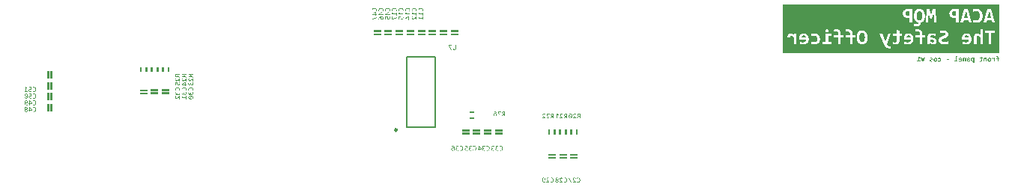
<source format=gbo>
G04 Layer_Color=32896*
%FSLAX25Y25*%
%MOIN*%
G70*
G01*
G75*
%ADD10C,0.00787*%
%ADD37C,0.00984*%
%ADD38C,0.00100*%
G36*
X341063Y178303D02*
X341535D01*
Y178011D01*
X341063D01*
Y177646D01*
X340813D01*
Y178011D01*
X339393D01*
Y178422D01*
X340813Y179336D01*
X341063D01*
Y178303D01*
D02*
G37*
G36*
X340587Y181098D02*
X340679Y181091D01*
X340764Y181079D01*
X340840Y181064D01*
X340913Y181045D01*
X340979Y181026D01*
X341036Y181002D01*
X341090Y180980D01*
X341140Y180960D01*
X341178Y180937D01*
X341213Y180918D01*
X341244Y180899D01*
X341267Y180884D01*
X341282Y180872D01*
X341290Y180864D01*
X341294Y180860D01*
X341340Y180814D01*
X341382Y180761D01*
X341416Y180707D01*
X341447Y180649D01*
X341474Y180592D01*
X341497Y180534D01*
X341516Y180476D01*
X341528Y180419D01*
X341539Y180369D01*
X341547Y180319D01*
X341555Y180273D01*
X341559Y180238D01*
X341562Y180204D01*
Y180181D01*
Y180165D01*
Y180162D01*
X341559Y180058D01*
X341547Y179958D01*
X341528Y179866D01*
X341509Y179785D01*
X341497Y179751D01*
X341489Y179716D01*
X341478Y179689D01*
X341470Y179666D01*
X341466Y179647D01*
X341459Y179632D01*
X341455Y179624D01*
Y179620D01*
X341178D01*
X341217Y179708D01*
X341236Y179751D01*
X341247Y179789D01*
X341259Y179820D01*
X341263Y179843D01*
X341270Y179858D01*
Y179866D01*
X341290Y179962D01*
X341294Y180004D01*
X341297Y180043D01*
X341301Y180077D01*
Y180104D01*
Y180119D01*
Y180127D01*
X341297Y180185D01*
X341294Y180242D01*
X341267Y180342D01*
X341236Y180427D01*
X341194Y180496D01*
X341175Y180526D01*
X341155Y180553D01*
X341140Y180572D01*
X341125Y180592D01*
X341109Y180603D01*
X341098Y180615D01*
X341094Y180619D01*
X341090Y180622D01*
X341048Y180653D01*
X341002Y180676D01*
X340902Y180718D01*
X340798Y180749D01*
X340698Y180768D01*
X340652Y180776D01*
X340606Y180784D01*
X340568Y180788D01*
X340533D01*
X340503Y180791D01*
X340464D01*
X340391Y180788D01*
X340326Y180784D01*
X340264Y180776D01*
X340211Y180768D01*
X340168Y180761D01*
X340138Y180757D01*
X340119Y180749D01*
X340111D01*
X340057Y180730D01*
X340003Y180711D01*
X339961Y180688D01*
X339923Y180665D01*
X339892Y180649D01*
X339869Y180634D01*
X339854Y180622D01*
X339850Y180619D01*
X339811Y180584D01*
X339777Y180549D01*
X339750Y180511D01*
X339727Y180480D01*
X339708Y180450D01*
X339696Y180427D01*
X339688Y180411D01*
X339685Y180407D01*
X339665Y180361D01*
X339650Y180311D01*
X339642Y180265D01*
X339635Y180223D01*
X339631Y180188D01*
X339627Y180162D01*
Y180142D01*
Y180135D01*
Y180081D01*
X339631Y180031D01*
X339638Y179985D01*
X339642Y179946D01*
X339650Y179912D01*
X339658Y179889D01*
X339662Y179870D01*
Y179866D01*
X339692Y179774D01*
X339708Y179732D01*
X339723Y179697D01*
X339735Y179666D01*
X339746Y179639D01*
X339754Y179624D01*
X339757Y179620D01*
X339470D01*
X339435Y179708D01*
X339423Y179751D01*
X339412Y179789D01*
X339404Y179824D01*
X339397Y179847D01*
X339393Y179862D01*
Y179870D01*
X339377Y179966D01*
X339373Y180012D01*
X339370Y180054D01*
X339366Y180092D01*
Y180119D01*
Y180139D01*
Y180146D01*
X339370Y180227D01*
X339377Y180300D01*
X339393Y180369D01*
X339404Y180427D01*
X339420Y180473D01*
X339435Y180511D01*
X339443Y180534D01*
X339446Y180538D01*
Y180542D01*
X339481Y180607D01*
X339516Y180665D01*
X339554Y180714D01*
X339588Y180761D01*
X339623Y180795D01*
X339650Y180822D01*
X339665Y180837D01*
X339673Y180845D01*
X339731Y180887D01*
X339788Y180926D01*
X339846Y180960D01*
X339903Y180987D01*
X339953Y181010D01*
X339992Y181026D01*
X340007Y181029D01*
X340019Y181033D01*
X340022Y181037D01*
X340026D01*
X340107Y181060D01*
X340188Y181076D01*
X340264Y181087D01*
X340337Y181095D01*
X340399Y181098D01*
X340426D01*
X340449Y181102D01*
X340491D01*
X340587Y181098D01*
D02*
G37*
G36*
X344492Y177235D02*
Y177209D01*
X344496Y177186D01*
Y177182D01*
Y177178D01*
X344500Y177139D01*
X344503Y177105D01*
X344507Y177078D01*
Y177074D01*
Y177070D01*
X344511Y177032D01*
Y176997D01*
X344515Y176971D01*
Y176967D01*
Y176963D01*
X344519Y176921D01*
Y176890D01*
Y176867D01*
Y176863D01*
Y176859D01*
X344515Y176790D01*
X344511Y176721D01*
X344503Y176663D01*
X344492Y176610D01*
X344484Y176564D01*
X344477Y176529D01*
X344473Y176510D01*
X344469Y176502D01*
X344446Y176441D01*
X344423Y176387D01*
X344400Y176341D01*
X344377Y176298D01*
X344354Y176264D01*
X344338Y176237D01*
X344327Y176222D01*
X344323Y176218D01*
X344285Y176176D01*
X344246Y176137D01*
X344208Y176103D01*
X344173Y176076D01*
X344143Y176053D01*
X344120Y176037D01*
X344100Y176030D01*
X344096Y176026D01*
X344047Y176003D01*
X343997Y175988D01*
X343947Y175972D01*
X343901Y175964D01*
X343862Y175961D01*
X343832Y175957D01*
X343805D01*
X343739Y175961D01*
X343686Y175968D01*
X343636Y175980D01*
X343594Y175991D01*
X343559Y176007D01*
X343532Y176018D01*
X343517Y176026D01*
X343513Y176030D01*
X343471Y176057D01*
X343432Y176087D01*
X343402Y176118D01*
X343375Y176149D01*
X343352Y176176D01*
X343336Y176195D01*
X343328Y176210D01*
X343325Y176214D01*
X343302Y176256D01*
X343279Y176302D01*
X343263Y176345D01*
X343252Y176383D01*
X343240Y176418D01*
X343232Y176448D01*
X343229Y176464D01*
Y176471D01*
X343210Y176579D01*
X343206Y176633D01*
X343202Y176679D01*
X343198Y176717D01*
Y176748D01*
Y176767D01*
Y176775D01*
Y176959D01*
X342595D01*
Y176072D01*
X342345D01*
Y177228D01*
X343444D01*
Y176821D01*
X343448Y176725D01*
X343459Y176644D01*
X343474Y176571D01*
X343490Y176514D01*
X343505Y176468D01*
X343520Y176437D01*
X343532Y176418D01*
X343536Y176410D01*
X343574Y176360D01*
X343620Y176325D01*
X343666Y176298D01*
X343712Y176283D01*
X343759Y176272D01*
X343793Y176268D01*
X343816Y176264D01*
X343862D01*
X343897Y176272D01*
X343928Y176276D01*
X343958Y176283D01*
X343981Y176291D01*
X343997Y176298D01*
X344008Y176302D01*
X344012Y176306D01*
X344066Y176341D01*
X344112Y176379D01*
X344127Y176394D01*
X344139Y176410D01*
X344146Y176418D01*
X344150Y176421D01*
X344189Y176479D01*
X344215Y176537D01*
X344227Y176560D01*
X344231Y176579D01*
X344239Y176594D01*
Y176598D01*
X344258Y176679D01*
X344262Y176717D01*
X344266Y176755D01*
X344269Y176786D01*
Y176813D01*
Y176828D01*
Y176836D01*
Y176921D01*
X344266Y176959D01*
Y176994D01*
Y177024D01*
X344262Y177047D01*
Y177063D01*
Y177067D01*
X344250Y177143D01*
X344246Y177178D01*
X344239Y177209D01*
X344235Y177232D01*
X344231Y177251D01*
X344227Y177262D01*
Y177266D01*
X344488D01*
X344492Y177235D01*
D02*
G37*
G36*
X338110Y178303D02*
X338583D01*
Y178011D01*
X338110D01*
Y177646D01*
X337861D01*
Y178011D01*
X336440D01*
Y178422D01*
X337861Y179336D01*
X338110D01*
Y178303D01*
D02*
G37*
G36*
X337634Y181098D02*
X337726Y181091D01*
X337811Y181079D01*
X337888Y181064D01*
X337961Y181045D01*
X338026Y181026D01*
X338084Y181002D01*
X338137Y180980D01*
X338187Y180960D01*
X338226Y180937D01*
X338260Y180918D01*
X338291Y180899D01*
X338314Y180884D01*
X338329Y180872D01*
X338337Y180864D01*
X338341Y180860D01*
X338387Y180814D01*
X338429Y180761D01*
X338464Y180707D01*
X338494Y180649D01*
X338521Y180592D01*
X338544Y180534D01*
X338563Y180476D01*
X338575Y180419D01*
X338586Y180369D01*
X338594Y180319D01*
X338602Y180273D01*
X338606Y180238D01*
X338610Y180204D01*
Y180181D01*
Y180165D01*
Y180162D01*
X338606Y180058D01*
X338594Y179958D01*
X338575Y179866D01*
X338556Y179785D01*
X338544Y179751D01*
X338537Y179716D01*
X338525Y179689D01*
X338517Y179666D01*
X338514Y179647D01*
X338506Y179632D01*
X338502Y179624D01*
Y179620D01*
X338226D01*
X338264Y179708D01*
X338283Y179751D01*
X338295Y179789D01*
X338306Y179820D01*
X338310Y179843D01*
X338318Y179858D01*
Y179866D01*
X338337Y179962D01*
X338341Y180004D01*
X338345Y180043D01*
X338348Y180077D01*
Y180104D01*
Y180119D01*
Y180127D01*
X338345Y180185D01*
X338341Y180242D01*
X338314Y180342D01*
X338283Y180427D01*
X338241Y180496D01*
X338222Y180526D01*
X338203Y180553D01*
X338187Y180572D01*
X338172Y180592D01*
X338156Y180603D01*
X338145Y180615D01*
X338141Y180619D01*
X338137Y180622D01*
X338095Y180653D01*
X338049Y180676D01*
X337949Y180718D01*
X337845Y180749D01*
X337746Y180768D01*
X337700Y180776D01*
X337653Y180784D01*
X337615Y180788D01*
X337580D01*
X337550Y180791D01*
X337511D01*
X337438Y180788D01*
X337373Y180784D01*
X337312Y180776D01*
X337258Y180768D01*
X337216Y180761D01*
X337185Y180757D01*
X337166Y180749D01*
X337158D01*
X337104Y180730D01*
X337051Y180711D01*
X337008Y180688D01*
X336970Y180665D01*
X336939Y180649D01*
X336916Y180634D01*
X336901Y180622D01*
X336897Y180619D01*
X336859Y180584D01*
X336824Y180549D01*
X336797Y180511D01*
X336774Y180480D01*
X336755Y180450D01*
X336743Y180427D01*
X336736Y180411D01*
X336732Y180407D01*
X336713Y180361D01*
X336697Y180311D01*
X336690Y180265D01*
X336682Y180223D01*
X336678Y180188D01*
X336674Y180162D01*
Y180142D01*
Y180135D01*
Y180081D01*
X336678Y180031D01*
X336686Y179985D01*
X336690Y179946D01*
X336697Y179912D01*
X336705Y179889D01*
X336709Y179870D01*
Y179866D01*
X336739Y179774D01*
X336755Y179732D01*
X336770Y179697D01*
X336782Y179666D01*
X336793Y179639D01*
X336801Y179624D01*
X336805Y179620D01*
X336517D01*
X336482Y179708D01*
X336471Y179751D01*
X336459Y179789D01*
X336452Y179824D01*
X336444Y179847D01*
X336440Y179862D01*
Y179870D01*
X336425Y179966D01*
X336421Y180012D01*
X336417Y180054D01*
X336413Y180092D01*
Y180119D01*
Y180139D01*
Y180146D01*
X336417Y180227D01*
X336425Y180300D01*
X336440Y180369D01*
X336452Y180427D01*
X336467Y180473D01*
X336482Y180511D01*
X336490Y180534D01*
X336494Y180538D01*
Y180542D01*
X336528Y180607D01*
X336563Y180665D01*
X336601Y180714D01*
X336636Y180761D01*
X336670Y180795D01*
X336697Y180822D01*
X336713Y180837D01*
X336720Y180845D01*
X336778Y180887D01*
X336836Y180926D01*
X336893Y180960D01*
X336951Y180987D01*
X337001Y181010D01*
X337039Y181026D01*
X337054Y181029D01*
X337066Y181033D01*
X337070Y181037D01*
X337074D01*
X337154Y181060D01*
X337235Y181076D01*
X337312Y181087D01*
X337385Y181095D01*
X337446Y181098D01*
X337473D01*
X337496Y181102D01*
X337538D01*
X337634Y181098D01*
D02*
G37*
G36*
X340706Y177351D02*
X340787Y177347D01*
X340860Y177339D01*
X340921Y177331D01*
X340975Y177324D01*
X341013Y177316D01*
X341025Y177312D01*
X341036Y177308D01*
X341044D01*
X341105Y177289D01*
X341163Y177266D01*
X341217Y177243D01*
X341259Y177220D01*
X341294Y177201D01*
X341317Y177186D01*
X341336Y177174D01*
X341340Y177170D01*
X341382Y177136D01*
X341416Y177097D01*
X341443Y177059D01*
X341470Y177020D01*
X341489Y176990D01*
X341501Y176967D01*
X341509Y176951D01*
X341512Y176944D01*
X341532Y176890D01*
X341543Y176836D01*
X341555Y176782D01*
X341559Y176732D01*
X341562Y176690D01*
X341566Y176660D01*
Y176636D01*
Y176629D01*
X341562Y176567D01*
X341559Y176510D01*
X341551Y176456D01*
X341539Y176410D01*
X341528Y176375D01*
X341520Y176345D01*
X341516Y176329D01*
X341512Y176322D01*
X341489Y176272D01*
X341466Y176226D01*
X341439Y176187D01*
X341416Y176149D01*
X341397Y176122D01*
X341378Y176103D01*
X341367Y176087D01*
X341363Y176084D01*
X341324Y176049D01*
X341286Y176018D01*
X341247Y175991D01*
X341213Y175968D01*
X341182Y175953D01*
X341159Y175941D01*
X341140Y175934D01*
X341136Y175930D01*
X341086Y175911D01*
X341036Y175899D01*
X340990Y175888D01*
X340948Y175884D01*
X340913Y175880D01*
X340883Y175876D01*
X340806D01*
X340760Y175884D01*
X340714Y175888D01*
X340675Y175895D01*
X340645Y175903D01*
X340618Y175911D01*
X340602Y175915D01*
X340599Y175918D01*
X340556Y175938D01*
X340518Y175957D01*
X340483Y175976D01*
X340453Y175995D01*
X340429Y176014D01*
X340410Y176030D01*
X340399Y176037D01*
X340395Y176041D01*
X340364Y176072D01*
X340337Y176107D01*
X340318Y176141D01*
X340299Y176172D01*
X340284Y176202D01*
X340272Y176226D01*
X340268Y176241D01*
X340264Y176245D01*
X340249Y176291D01*
X340234Y176341D01*
X340226Y176387D01*
X340222Y176433D01*
X340218Y176471D01*
X340214Y176502D01*
Y176521D01*
Y176529D01*
Y176586D01*
X340222Y176640D01*
X340226Y176690D01*
X340234Y176736D01*
X340241Y176771D01*
X340245Y176802D01*
X340253Y176817D01*
Y176825D01*
X340268Y176874D01*
X340284Y176917D01*
X340299Y176959D01*
X340314Y176994D01*
X340330Y177020D01*
X340337Y177040D01*
X340345Y177055D01*
X340349Y177059D01*
X340284Y177055D01*
X340230Y177047D01*
X340180Y177040D01*
X340138Y177028D01*
X340099Y177017D01*
X340065Y177005D01*
X340042Y176997D01*
X340026Y176994D01*
X340022Y176990D01*
X339980Y176971D01*
X339942Y176947D01*
X339907Y176921D01*
X339877Y176898D01*
X339854Y176878D01*
X339834Y176859D01*
X339823Y176848D01*
X339819Y176844D01*
X339788Y176805D01*
X339761Y176767D01*
X339742Y176729D01*
X339723Y176690D01*
X339708Y176660D01*
X339696Y176633D01*
X339692Y176617D01*
X339688Y176610D01*
X339673Y176556D01*
X339662Y176498D01*
X339654Y176441D01*
X339646Y176391D01*
Y176345D01*
X339642Y176306D01*
Y176283D01*
Y176279D01*
Y176276D01*
Y176045D01*
X339393D01*
Y176260D01*
Y176337D01*
X339400Y176410D01*
X339408Y176475D01*
X339416Y176533D01*
X339423Y176579D01*
X339431Y176613D01*
X339435Y176636D01*
X339439Y176640D01*
Y176644D01*
X339458Y176706D01*
X339477Y176759D01*
X339500Y176809D01*
X339519Y176851D01*
X339539Y176886D01*
X339550Y176909D01*
X339562Y176928D01*
X339565Y176932D01*
X339596Y176974D01*
X339631Y177013D01*
X339662Y177047D01*
X339692Y177078D01*
X339719Y177101D01*
X339742Y177120D01*
X339757Y177132D01*
X339761Y177136D01*
X339846Y177189D01*
X339888Y177212D01*
X339927Y177232D01*
X339961Y177247D01*
X339988Y177259D01*
X340003Y177262D01*
X340011Y177266D01*
X340111Y177297D01*
X340161Y177308D01*
X340207Y177316D01*
X340241Y177324D01*
X340272Y177331D01*
X340291Y177335D01*
X340299D01*
X340414Y177347D01*
X340468Y177351D01*
X340514D01*
X340556Y177355D01*
X340618D01*
X340706Y177351D01*
D02*
G37*
G36*
X345890Y179083D02*
X345609Y178564D01*
X347176D01*
Y179117D01*
X347441D01*
Y177769D01*
X347176D01*
Y178249D01*
X345287D01*
Y178503D01*
X345648Y179186D01*
X345890Y179083D01*
D02*
G37*
G36*
X346493Y181098D02*
X346585Y181091D01*
X346669Y181079D01*
X346746Y181064D01*
X346819Y181045D01*
X346884Y181026D01*
X346942Y181002D01*
X346995Y180980D01*
X347045Y180960D01*
X347084Y180937D01*
X347118Y180918D01*
X347149Y180899D01*
X347172Y180884D01*
X347187Y180872D01*
X347195Y180864D01*
X347199Y180860D01*
X347245Y180814D01*
X347287Y180761D01*
X347322Y180707D01*
X347353Y180649D01*
X347379Y180592D01*
X347403Y180534D01*
X347422Y180476D01*
X347433Y180419D01*
X347445Y180369D01*
X347452Y180319D01*
X347460Y180273D01*
X347464Y180238D01*
X347468Y180204D01*
Y180181D01*
Y180165D01*
Y180162D01*
X347464Y180058D01*
X347452Y179958D01*
X347433Y179866D01*
X347414Y179785D01*
X347403Y179751D01*
X347395Y179716D01*
X347383Y179689D01*
X347376Y179666D01*
X347372Y179647D01*
X347364Y179632D01*
X347360Y179624D01*
Y179620D01*
X347084D01*
X347122Y179708D01*
X347141Y179751D01*
X347153Y179789D01*
X347165Y179820D01*
X347168Y179843D01*
X347176Y179858D01*
Y179866D01*
X347195Y179962D01*
X347199Y180004D01*
X347203Y180043D01*
X347207Y180077D01*
Y180104D01*
Y180119D01*
Y180127D01*
X347203Y180185D01*
X347199Y180242D01*
X347172Y180342D01*
X347141Y180427D01*
X347099Y180496D01*
X347080Y180526D01*
X347061Y180553D01*
X347045Y180572D01*
X347030Y180592D01*
X347015Y180603D01*
X347003Y180615D01*
X346999Y180619D01*
X346995Y180622D01*
X346953Y180653D01*
X346907Y180676D01*
X346807Y180718D01*
X346704Y180749D01*
X346604Y180768D01*
X346558Y180776D01*
X346512Y180784D01*
X346473Y180788D01*
X346439D01*
X346408Y180791D01*
X346370D01*
X346297Y180788D01*
X346231Y180784D01*
X346170Y180776D01*
X346116Y180768D01*
X346074Y180761D01*
X346043Y180757D01*
X346024Y180749D01*
X346016D01*
X345963Y180730D01*
X345909Y180711D01*
X345866Y180688D01*
X345828Y180665D01*
X345797Y180649D01*
X345774Y180634D01*
X345759Y180622D01*
X345755Y180619D01*
X345717Y180584D01*
X345682Y180549D01*
X345655Y180511D01*
X345632Y180480D01*
X345613Y180450D01*
X345602Y180427D01*
X345594Y180411D01*
X345590Y180407D01*
X345571Y180361D01*
X345555Y180311D01*
X345548Y180265D01*
X345540Y180223D01*
X345536Y180188D01*
X345532Y180162D01*
Y180142D01*
Y180135D01*
Y180081D01*
X345536Y180031D01*
X345544Y179985D01*
X345548Y179946D01*
X345555Y179912D01*
X345563Y179889D01*
X345567Y179870D01*
Y179866D01*
X345598Y179774D01*
X345613Y179732D01*
X345628Y179697D01*
X345640Y179666D01*
X345652Y179639D01*
X345659Y179624D01*
X345663Y179620D01*
X345375D01*
X345340Y179708D01*
X345329Y179751D01*
X345317Y179789D01*
X345310Y179824D01*
X345302Y179847D01*
X345298Y179862D01*
Y179870D01*
X345283Y179966D01*
X345279Y180012D01*
X345275Y180054D01*
X345271Y180092D01*
Y180119D01*
Y180139D01*
Y180146D01*
X345275Y180227D01*
X345283Y180300D01*
X345298Y180369D01*
X345310Y180427D01*
X345325Y180473D01*
X345340Y180511D01*
X345348Y180534D01*
X345352Y180538D01*
Y180542D01*
X345387Y180607D01*
X345421Y180665D01*
X345460Y180714D01*
X345494Y180761D01*
X345529Y180795D01*
X345555Y180822D01*
X345571Y180837D01*
X345579Y180845D01*
X345636Y180887D01*
X345694Y180926D01*
X345751Y180960D01*
X345809Y180987D01*
X345859Y181010D01*
X345897Y181026D01*
X345913Y181029D01*
X345924Y181033D01*
X345928Y181037D01*
X345932D01*
X346012Y181060D01*
X346093Y181076D01*
X346170Y181087D01*
X346243Y181095D01*
X346304Y181098D01*
X346331D01*
X346354Y181102D01*
X346396D01*
X346493Y181098D01*
D02*
G37*
G36*
X350397Y177235D02*
Y177209D01*
X350401Y177186D01*
Y177182D01*
Y177178D01*
X350405Y177139D01*
X350409Y177105D01*
X350413Y177078D01*
Y177074D01*
Y177070D01*
X350417Y177032D01*
Y176997D01*
X350421Y176971D01*
Y176967D01*
Y176963D01*
X350424Y176921D01*
Y176890D01*
Y176867D01*
Y176863D01*
Y176859D01*
X350421Y176790D01*
X350417Y176721D01*
X350409Y176663D01*
X350397Y176610D01*
X350390Y176564D01*
X350382Y176529D01*
X350378Y176510D01*
X350375Y176502D01*
X350352Y176441D01*
X350328Y176387D01*
X350305Y176341D01*
X350282Y176298D01*
X350259Y176264D01*
X350244Y176237D01*
X350232Y176222D01*
X350229Y176218D01*
X350190Y176176D01*
X350152Y176137D01*
X350113Y176103D01*
X350079Y176076D01*
X350048Y176053D01*
X350025Y176037D01*
X350006Y176030D01*
X350002Y176026D01*
X349952Y176003D01*
X349902Y175988D01*
X349852Y175972D01*
X349806Y175964D01*
X349768Y175961D01*
X349737Y175957D01*
X349710D01*
X349645Y175961D01*
X349591Y175968D01*
X349541Y175980D01*
X349499Y175991D01*
X349464Y176007D01*
X349437Y176018D01*
X349422Y176026D01*
X349418Y176030D01*
X349376Y176057D01*
X349338Y176087D01*
X349307Y176118D01*
X349280Y176149D01*
X349257Y176176D01*
X349242Y176195D01*
X349234Y176210D01*
X349230Y176214D01*
X349207Y176256D01*
X349184Y176302D01*
X349169Y176345D01*
X349157Y176383D01*
X349146Y176418D01*
X349138Y176448D01*
X349134Y176464D01*
Y176471D01*
X349115Y176579D01*
X349111Y176633D01*
X349107Y176679D01*
X349103Y176717D01*
Y176748D01*
Y176767D01*
Y176775D01*
Y176959D01*
X348501D01*
Y176072D01*
X348251D01*
Y177228D01*
X349349D01*
Y176821D01*
X349353Y176725D01*
X349365Y176644D01*
X349380Y176571D01*
X349395Y176514D01*
X349411Y176468D01*
X349426Y176437D01*
X349437Y176418D01*
X349441Y176410D01*
X349480Y176360D01*
X349526Y176325D01*
X349572Y176298D01*
X349618Y176283D01*
X349664Y176272D01*
X349699Y176268D01*
X349722Y176264D01*
X349768D01*
X349802Y176272D01*
X349833Y176276D01*
X349864Y176283D01*
X349887Y176291D01*
X349902Y176298D01*
X349914Y176302D01*
X349918Y176306D01*
X349971Y176341D01*
X350017Y176379D01*
X350033Y176394D01*
X350044Y176410D01*
X350052Y176418D01*
X350056Y176421D01*
X350094Y176479D01*
X350121Y176537D01*
X350133Y176560D01*
X350136Y176579D01*
X350144Y176594D01*
Y176598D01*
X350163Y176679D01*
X350167Y176717D01*
X350171Y176755D01*
X350175Y176786D01*
Y176813D01*
Y176828D01*
Y176836D01*
Y176921D01*
X350171Y176959D01*
Y176994D01*
Y177024D01*
X350167Y177047D01*
Y177063D01*
Y177067D01*
X350156Y177143D01*
X350152Y177178D01*
X350144Y177209D01*
X350140Y177232D01*
X350136Y177251D01*
X350133Y177262D01*
Y177266D01*
X350394D01*
X350397Y177235D01*
D02*
G37*
G36*
X344016Y178303D02*
X344488D01*
Y178011D01*
X344016D01*
Y177646D01*
X343766D01*
Y178011D01*
X342345D01*
Y178422D01*
X343766Y179336D01*
X344016D01*
Y178303D01*
D02*
G37*
G36*
X343540Y181098D02*
X343632Y181091D01*
X343716Y181079D01*
X343793Y181064D01*
X343866Y181045D01*
X343931Y181026D01*
X343989Y181002D01*
X344043Y180980D01*
X344093Y180960D01*
X344131Y180937D01*
X344166Y180918D01*
X344196Y180899D01*
X344219Y180884D01*
X344235Y180872D01*
X344242Y180864D01*
X344246Y180860D01*
X344292Y180814D01*
X344335Y180761D01*
X344369Y180707D01*
X344400Y180649D01*
X344427Y180592D01*
X344450Y180534D01*
X344469Y180476D01*
X344480Y180419D01*
X344492Y180369D01*
X344500Y180319D01*
X344507Y180273D01*
X344511Y180238D01*
X344515Y180204D01*
Y180181D01*
Y180165D01*
Y180162D01*
X344511Y180058D01*
X344500Y179958D01*
X344480Y179866D01*
X344461Y179785D01*
X344450Y179751D01*
X344442Y179716D01*
X344431Y179689D01*
X344423Y179666D01*
X344419Y179647D01*
X344411Y179632D01*
X344408Y179624D01*
Y179620D01*
X344131D01*
X344169Y179708D01*
X344189Y179751D01*
X344200Y179789D01*
X344212Y179820D01*
X344215Y179843D01*
X344223Y179858D01*
Y179866D01*
X344242Y179962D01*
X344246Y180004D01*
X344250Y180043D01*
X344254Y180077D01*
Y180104D01*
Y180119D01*
Y180127D01*
X344250Y180185D01*
X344246Y180242D01*
X344219Y180342D01*
X344189Y180427D01*
X344146Y180496D01*
X344127Y180526D01*
X344108Y180553D01*
X344093Y180572D01*
X344077Y180592D01*
X344062Y180603D01*
X344050Y180615D01*
X344047Y180619D01*
X344043Y180622D01*
X344001Y180653D01*
X343954Y180676D01*
X343855Y180718D01*
X343751Y180749D01*
X343651Y180768D01*
X343605Y180776D01*
X343559Y180784D01*
X343520Y180788D01*
X343486D01*
X343455Y180791D01*
X343417D01*
X343344Y180788D01*
X343279Y180784D01*
X343217Y180776D01*
X343163Y180768D01*
X343121Y180761D01*
X343090Y180757D01*
X343071Y180749D01*
X343063D01*
X343010Y180730D01*
X342956Y180711D01*
X342914Y180688D01*
X342875Y180665D01*
X342845Y180649D01*
X342822Y180634D01*
X342806Y180622D01*
X342802Y180619D01*
X342764Y180584D01*
X342729Y180549D01*
X342703Y180511D01*
X342680Y180480D01*
X342660Y180450D01*
X342649Y180427D01*
X342641Y180411D01*
X342637Y180407D01*
X342618Y180361D01*
X342603Y180311D01*
X342595Y180265D01*
X342587Y180223D01*
X342584Y180188D01*
X342580Y180162D01*
Y180142D01*
Y180135D01*
Y180081D01*
X342584Y180031D01*
X342591Y179985D01*
X342595Y179946D01*
X342603Y179912D01*
X342610Y179889D01*
X342614Y179870D01*
Y179866D01*
X342645Y179774D01*
X342660Y179732D01*
X342676Y179697D01*
X342687Y179666D01*
X342699Y179639D01*
X342706Y179624D01*
X342710Y179620D01*
X342422D01*
X342388Y179708D01*
X342376Y179751D01*
X342365Y179789D01*
X342357Y179824D01*
X342349Y179847D01*
X342345Y179862D01*
Y179870D01*
X342330Y179966D01*
X342326Y180012D01*
X342322Y180054D01*
X342319Y180092D01*
Y180119D01*
Y180139D01*
Y180146D01*
X342322Y180227D01*
X342330Y180300D01*
X342345Y180369D01*
X342357Y180427D01*
X342372Y180473D01*
X342388Y180511D01*
X342395Y180534D01*
X342399Y180538D01*
Y180542D01*
X342434Y180607D01*
X342468Y180665D01*
X342507Y180714D01*
X342541Y180761D01*
X342576Y180795D01*
X342603Y180822D01*
X342618Y180837D01*
X342626Y180845D01*
X342683Y180887D01*
X342741Y180926D01*
X342799Y180960D01*
X342856Y180987D01*
X342906Y181010D01*
X342945Y181026D01*
X342960Y181029D01*
X342971Y181033D01*
X342975Y181037D01*
X342979D01*
X343060Y181060D01*
X343140Y181076D01*
X343217Y181087D01*
X343290Y181095D01*
X343352Y181098D01*
X343378D01*
X343402Y181102D01*
X343444D01*
X343540Y181098D01*
D02*
G37*
G36*
X345563Y176210D02*
X347441Y177143D01*
Y176817D01*
X345563Y175915D01*
X345298D01*
Y177366D01*
X345563D01*
Y176210D01*
D02*
G37*
G36*
X336705D02*
X338583Y177143D01*
Y176817D01*
X336705Y175915D01*
X336440D01*
Y177366D01*
X336705D01*
Y176210D01*
D02*
G37*
G36*
X256897Y147827D02*
X256901Y147792D01*
X256905Y147766D01*
Y147739D01*
X256909Y147719D01*
Y147708D01*
Y147704D01*
X256917Y147623D01*
Y147585D01*
X256921Y147550D01*
Y147520D01*
Y147497D01*
Y147477D01*
Y147474D01*
X256917Y147389D01*
X256913Y147312D01*
X256905Y147243D01*
X256894Y147186D01*
X256886Y147136D01*
X256878Y147101D01*
X256874Y147078D01*
X256871Y147071D01*
X256848Y147005D01*
X256824Y146951D01*
X256801Y146902D01*
X256778Y146859D01*
X256755Y146825D01*
X256740Y146798D01*
X256729Y146783D01*
X256725Y146779D01*
X256686Y146736D01*
X256652Y146702D01*
X256613Y146675D01*
X256579Y146648D01*
X256548Y146629D01*
X256525Y146617D01*
X256510Y146610D01*
X256506Y146606D01*
X256460Y146587D01*
X256414Y146571D01*
X256367Y146564D01*
X256325Y146556D01*
X256291Y146552D01*
X256264Y146548D01*
X256202D01*
X256168Y146556D01*
X256137Y146560D01*
X256110Y146567D01*
X256087Y146575D01*
X256072Y146583D01*
X256060Y146587D01*
X256056Y146590D01*
X255999Y146621D01*
X255972Y146640D01*
X255953Y146656D01*
X255934Y146671D01*
X255922Y146683D01*
X255914Y146690D01*
X255911Y146694D01*
X255868Y146744D01*
X255838Y146794D01*
X255826Y146813D01*
X255818Y146829D01*
X255811Y146840D01*
Y146844D01*
X255788Y146902D01*
X255768Y146955D01*
X255765Y146975D01*
X255761Y146990D01*
X255757Y147001D01*
Y147005D01*
X255726Y146948D01*
X255696Y146898D01*
X255661Y146852D01*
X255630Y146817D01*
X255603Y146786D01*
X255580Y146767D01*
X255565Y146752D01*
X255561Y146748D01*
X255511Y146717D01*
X255457Y146694D01*
X255408Y146675D01*
X255358Y146663D01*
X255315Y146656D01*
X255281Y146652D01*
X255204D01*
X255166Y146660D01*
X255127Y146667D01*
X255093Y146675D01*
X255070Y146683D01*
X255047Y146690D01*
X255035Y146694D01*
X255031Y146698D01*
X254997Y146717D01*
X254962Y146736D01*
X254935Y146759D01*
X254908Y146783D01*
X254889Y146802D01*
X254874Y146817D01*
X254866Y146829D01*
X254862Y146832D01*
X254839Y146867D01*
X254816Y146902D01*
X254797Y146936D01*
X254782Y146971D01*
X254770Y147001D01*
X254762Y147024D01*
X254755Y147040D01*
Y147047D01*
X254743Y147097D01*
X254732Y147147D01*
X254724Y147197D01*
X254720Y147243D01*
X254716Y147285D01*
Y147316D01*
Y147339D01*
Y147343D01*
Y147347D01*
Y147389D01*
X254720Y147428D01*
Y147443D01*
X254724Y147455D01*
Y147462D01*
Y147466D01*
X254732Y147512D01*
X254735Y147550D01*
X254739Y147570D01*
Y147581D01*
X254743Y147589D01*
Y147593D01*
X254751Y147639D01*
X254759Y147677D01*
X254762Y147696D01*
Y147708D01*
X254766Y147716D01*
Y147719D01*
X254778Y147762D01*
X254789Y147800D01*
X254793Y147815D01*
X254797Y147827D01*
X254801Y147831D01*
Y147835D01*
X255050D01*
X255024Y147742D01*
X255012Y147700D01*
X255004Y147662D01*
X254997Y147631D01*
X254993Y147608D01*
X254989Y147593D01*
Y147589D01*
X254974Y147504D01*
X254970Y147466D01*
Y147435D01*
X254966Y147405D01*
Y147385D01*
Y147370D01*
Y147366D01*
X254970Y147293D01*
X254977Y147232D01*
X254993Y147178D01*
X255004Y147136D01*
X255020Y147101D01*
X255035Y147078D01*
X255043Y147063D01*
X255047Y147059D01*
X255081Y147024D01*
X255119Y146997D01*
X255158Y146978D01*
X255200Y146963D01*
X255239Y146955D01*
X255269Y146951D01*
X255296D01*
X255358Y146955D01*
X255384Y146959D01*
X255411Y146967D01*
X255431Y146971D01*
X255446Y146978D01*
X255454Y146982D01*
X255457D01*
X255504Y147009D01*
X255542Y147036D01*
X255565Y147059D01*
X255569Y147067D01*
X255573Y147071D01*
X255603Y147117D01*
X255626Y147163D01*
X255634Y147182D01*
X255642Y147193D01*
X255646Y147205D01*
Y147209D01*
X255657Y147270D01*
X255665Y147324D01*
X255669Y147351D01*
Y147370D01*
Y147381D01*
Y147385D01*
Y147631D01*
X255903D01*
Y147389D01*
X255907Y147305D01*
X255911Y147266D01*
X255914Y147236D01*
X255918Y147209D01*
X255922Y147189D01*
X255926Y147174D01*
Y147170D01*
X255945Y147101D01*
X255957Y147074D01*
X255968Y147047D01*
X255980Y147028D01*
X255987Y147013D01*
X255991Y147005D01*
X255995Y147001D01*
X256030Y146951D01*
X256064Y146917D01*
X256080Y146905D01*
X256091Y146898D01*
X256099Y146890D01*
X256103D01*
X256129Y146875D01*
X256153Y146867D01*
X256202Y146852D01*
X256225D01*
X256241Y146848D01*
X256256D01*
X256325Y146852D01*
X256352Y146859D01*
X256379Y146863D01*
X256398Y146871D01*
X256414Y146879D01*
X256425Y146882D01*
X256429D01*
X256483Y146913D01*
X256525Y146948D01*
X256540Y146963D01*
X256552Y146978D01*
X256559Y146986D01*
X256563Y146990D01*
X256583Y147017D01*
X256598Y147047D01*
X256625Y147109D01*
X256632Y147136D01*
X256640Y147155D01*
X256644Y147170D01*
Y147174D01*
X256652Y147220D01*
X256659Y147266D01*
X256663Y147312D01*
X256667Y147355D01*
X256671Y147389D01*
Y147420D01*
Y147439D01*
Y147447D01*
Y147535D01*
X256667Y147573D01*
Y147608D01*
Y147639D01*
X256663Y147662D01*
Y147677D01*
Y147681D01*
X256652Y147762D01*
X256648Y147796D01*
X256644Y147827D01*
X256640Y147854D01*
X256636Y147873D01*
X256632Y147888D01*
Y147892D01*
X256890D01*
X256897Y147827D01*
D02*
G37*
G36*
X256890Y148353D02*
X256617D01*
Y149394D01*
X256241Y149006D01*
X256191Y148956D01*
X256145Y148914D01*
X256103Y148871D01*
X256068Y148837D01*
X256037Y148810D01*
X256014Y148791D01*
X255999Y148775D01*
X255995Y148772D01*
X255953Y148733D01*
X255914Y148703D01*
X255880Y148672D01*
X255845Y148649D01*
X255818Y148629D01*
X255799Y148614D01*
X255784Y148607D01*
X255780Y148603D01*
X255703Y148560D01*
X255669Y148541D01*
X255638Y148530D01*
X255611Y148518D01*
X255592Y148511D01*
X255576Y148503D01*
X255573D01*
X255492Y148484D01*
X255454Y148476D01*
X255415Y148472D01*
X255388Y148468D01*
X255342D01*
X255289Y148472D01*
X255239Y148476D01*
X255196Y148484D01*
X255158Y148491D01*
X255123Y148503D01*
X255100Y148511D01*
X255085Y148514D01*
X255081Y148518D01*
X255039Y148537D01*
X255000Y148557D01*
X254970Y148580D01*
X254939Y148599D01*
X254916Y148618D01*
X254901Y148633D01*
X254889Y148645D01*
X254885Y148649D01*
X254832Y148718D01*
X254812Y148749D01*
X254793Y148783D01*
X254782Y148810D01*
X254770Y148833D01*
X254762Y148848D01*
Y148852D01*
X254747Y148898D01*
X254735Y148941D01*
X254728Y148987D01*
X254720Y149025D01*
Y149060D01*
X254716Y149090D01*
Y149106D01*
Y149113D01*
X254720Y149190D01*
X254728Y149259D01*
X254743Y149321D01*
X254755Y149374D01*
X254770Y149421D01*
X254785Y149455D01*
X254793Y149474D01*
X254797Y149482D01*
X254828Y149540D01*
X254862Y149593D01*
X254897Y149639D01*
X254927Y149678D01*
X254954Y149712D01*
X254977Y149735D01*
X254997Y149755D01*
X255000Y149759D01*
X255189Y149601D01*
X255154Y149566D01*
X255123Y149532D01*
X255097Y149497D01*
X255073Y149463D01*
X255054Y149436D01*
X255043Y149417D01*
X255035Y149401D01*
X255031Y149398D01*
X255012Y149355D01*
X254997Y149313D01*
X254985Y149271D01*
X254977Y149232D01*
X254974Y149198D01*
X254970Y149171D01*
Y149156D01*
Y149148D01*
X254974Y149083D01*
X254981Y149052D01*
X254985Y149029D01*
X254993Y149010D01*
X255000Y148994D01*
X255004Y148987D01*
Y148983D01*
X255031Y148933D01*
X255058Y148898D01*
X255081Y148875D01*
X255085Y148868D01*
X255089D01*
X255131Y148837D01*
X255173Y148814D01*
X255189Y148806D01*
X255204Y148802D01*
X255212Y148799D01*
X255216D01*
X255265Y148783D01*
X255315Y148779D01*
X255335Y148775D01*
X255361D01*
X255423Y148779D01*
X255450Y148783D01*
X255473D01*
X255492Y148787D01*
X255507Y148791D01*
X255515Y148795D01*
X255519D01*
X255573Y148810D01*
X255623Y148833D01*
X255642Y148845D01*
X255657Y148852D01*
X255669Y148856D01*
X255673Y148860D01*
X255734Y148898D01*
X255791Y148941D01*
X255818Y148960D01*
X255838Y148975D01*
X255849Y148987D01*
X255853Y148990D01*
X255891Y149025D01*
X255930Y149060D01*
X255968Y149098D01*
X256003Y149133D01*
X256037Y149163D01*
X256060Y149190D01*
X256076Y149206D01*
X256083Y149213D01*
X256636Y149766D01*
X256890D01*
Y148353D01*
D02*
G37*
G36*
Y151283D02*
X255934D01*
Y151149D01*
X255937Y151102D01*
X255941Y151068D01*
X255945Y151053D01*
Y151041D01*
X255949Y151037D01*
Y151033D01*
X255960Y150995D01*
X255976Y150964D01*
X255987Y150945D01*
X255991Y150937D01*
X256018Y150907D01*
X256045Y150880D01*
X256068Y150864D01*
X256072Y150857D01*
X256076D01*
X256118Y150830D01*
X256160Y150803D01*
X256179Y150795D01*
X256191Y150788D01*
X256202Y150780D01*
X256206D01*
X256890Y150461D01*
Y150131D01*
X256183Y150473D01*
X256137Y150496D01*
X256099Y150519D01*
X256064Y150542D01*
X256033Y150561D01*
X256010Y150580D01*
X255995Y150592D01*
X255983Y150599D01*
X255980Y150603D01*
X255953Y150626D01*
X255930Y150653D01*
X255911Y150676D01*
X255895Y150699D01*
X255884Y150722D01*
X255876Y150738D01*
X255868Y150749D01*
Y150753D01*
X255857Y150711D01*
X255845Y150676D01*
X255830Y150642D01*
X255818Y150615D01*
X255807Y150588D01*
X255795Y150573D01*
X255791Y150561D01*
X255788Y150557D01*
X255745Y150496D01*
X255726Y150473D01*
X255707Y150450D01*
X255688Y150434D01*
X255676Y150423D01*
X255669Y150415D01*
X255665Y150411D01*
X255607Y150373D01*
X255557Y150346D01*
X255534Y150335D01*
X255519Y150327D01*
X255507Y150323D01*
X255504D01*
X255434Y150304D01*
X255404Y150300D01*
X255373Y150296D01*
X255346Y150292D01*
X255265D01*
X255223Y150300D01*
X255181Y150304D01*
X255150Y150311D01*
X255119Y150319D01*
X255100Y150327D01*
X255085Y150331D01*
X255081Y150335D01*
X255043Y150350D01*
X255008Y150369D01*
X254981Y150392D01*
X254954Y150411D01*
X254931Y150431D01*
X254916Y150446D01*
X254908Y150457D01*
X254905Y150461D01*
X254878Y150496D01*
X254855Y150530D01*
X254835Y150569D01*
X254820Y150603D01*
X254805Y150634D01*
X254797Y150657D01*
X254789Y150672D01*
Y150680D01*
X254774Y150734D01*
X254766Y150788D01*
X254759Y150841D01*
X254751Y150891D01*
Y150937D01*
X254747Y150972D01*
Y150995D01*
Y150999D01*
Y151003D01*
Y151575D01*
X256890D01*
Y151283D01*
D02*
G37*
G36*
X250984Y140470D02*
X250712D01*
Y141511D01*
X250335Y141123D01*
X250285Y141073D01*
X250239Y141031D01*
X250197Y140988D01*
X250163Y140954D01*
X250132Y140927D01*
X250109Y140908D01*
X250093Y140892D01*
X250090Y140889D01*
X250047Y140850D01*
X250009Y140819D01*
X249974Y140789D01*
X249940Y140766D01*
X249913Y140746D01*
X249894Y140731D01*
X249878Y140723D01*
X249874Y140719D01*
X249798Y140677D01*
X249763Y140658D01*
X249732Y140647D01*
X249706Y140635D01*
X249686Y140627D01*
X249671Y140620D01*
X249667D01*
X249587Y140601D01*
X249548Y140593D01*
X249510Y140589D01*
X249483Y140585D01*
X249437D01*
X249383Y140589D01*
X249333Y140593D01*
X249291Y140601D01*
X249252Y140608D01*
X249218Y140620D01*
X249195Y140627D01*
X249179Y140631D01*
X249176Y140635D01*
X249133Y140654D01*
X249095Y140673D01*
X249064Y140697D01*
X249033Y140716D01*
X249010Y140735D01*
X248995Y140750D01*
X248984Y140762D01*
X248980Y140766D01*
X248926Y140835D01*
X248907Y140866D01*
X248888Y140900D01*
X248876Y140927D01*
X248865Y140950D01*
X248857Y140965D01*
Y140969D01*
X248842Y141015D01*
X248830Y141057D01*
X248822Y141103D01*
X248815Y141142D01*
Y141176D01*
X248811Y141207D01*
Y141223D01*
Y141230D01*
X248815Y141307D01*
X248822Y141376D01*
X248838Y141438D01*
X248849Y141491D01*
X248865Y141537D01*
X248880Y141572D01*
X248888Y141591D01*
X248891Y141599D01*
X248922Y141656D01*
X248957Y141710D01*
X248991Y141756D01*
X249022Y141795D01*
X249049Y141829D01*
X249072Y141852D01*
X249091Y141872D01*
X249095Y141875D01*
X249283Y141718D01*
X249249Y141683D01*
X249218Y141649D01*
X249191Y141614D01*
X249168Y141580D01*
X249149Y141553D01*
X249137Y141534D01*
X249130Y141518D01*
X249126Y141514D01*
X249107Y141472D01*
X249091Y141430D01*
X249080Y141388D01*
X249072Y141349D01*
X249068Y141315D01*
X249064Y141288D01*
Y141272D01*
Y141265D01*
X249068Y141200D01*
X249076Y141169D01*
X249080Y141146D01*
X249087Y141127D01*
X249095Y141111D01*
X249099Y141103D01*
Y141100D01*
X249126Y141050D01*
X249153Y141015D01*
X249176Y140992D01*
X249179Y140984D01*
X249183D01*
X249225Y140954D01*
X249268Y140931D01*
X249283Y140923D01*
X249299Y140919D01*
X249306Y140915D01*
X249310D01*
X249360Y140900D01*
X249410Y140896D01*
X249429Y140892D01*
X249456D01*
X249517Y140896D01*
X249544Y140900D01*
X249567D01*
X249587Y140904D01*
X249602Y140908D01*
X249609Y140911D01*
X249613D01*
X249667Y140927D01*
X249717Y140950D01*
X249736Y140961D01*
X249752Y140969D01*
X249763Y140973D01*
X249767Y140977D01*
X249828Y141015D01*
X249886Y141057D01*
X249913Y141077D01*
X249932Y141092D01*
X249944Y141103D01*
X249947Y141107D01*
X249986Y141142D01*
X250024Y141176D01*
X250063Y141215D01*
X250097Y141250D01*
X250132Y141280D01*
X250155Y141307D01*
X250170Y141322D01*
X250178Y141330D01*
X250731Y141883D01*
X250984D01*
Y140470D01*
D02*
G37*
G36*
X250992Y143638D02*
X250996Y143603D01*
X251000Y143577D01*
Y143550D01*
X251004Y143530D01*
Y143519D01*
Y143515D01*
X251011Y143434D01*
Y143396D01*
X251015Y143361D01*
Y143331D01*
Y143308D01*
Y143289D01*
Y143285D01*
X251011Y143200D01*
X251007Y143123D01*
X251000Y143054D01*
X250988Y142997D01*
X250980Y142947D01*
X250973Y142912D01*
X250969Y142889D01*
X250965Y142881D01*
X250942Y142816D01*
X250919Y142762D01*
X250896Y142712D01*
X250873Y142670D01*
X250850Y142636D01*
X250834Y142609D01*
X250823Y142594D01*
X250819Y142590D01*
X250781Y142547D01*
X250746Y142513D01*
X250708Y142486D01*
X250673Y142459D01*
X250642Y142440D01*
X250620Y142428D01*
X250604Y142421D01*
X250600Y142417D01*
X250554Y142398D01*
X250508Y142382D01*
X250462Y142375D01*
X250420Y142367D01*
X250385Y142363D01*
X250358Y142359D01*
X250297D01*
X250262Y142367D01*
X250232Y142371D01*
X250205Y142378D01*
X250182Y142386D01*
X250166Y142394D01*
X250155Y142398D01*
X250151Y142401D01*
X250093Y142432D01*
X250066Y142451D01*
X250047Y142467D01*
X250028Y142482D01*
X250017Y142494D01*
X250009Y142501D01*
X250005Y142505D01*
X249963Y142555D01*
X249932Y142605D01*
X249921Y142624D01*
X249913Y142640D01*
X249905Y142651D01*
Y142655D01*
X249882Y142712D01*
X249863Y142766D01*
X249859Y142785D01*
X249855Y142801D01*
X249851Y142812D01*
Y142816D01*
X249821Y142759D01*
X249790Y142709D01*
X249756Y142663D01*
X249725Y142628D01*
X249698Y142597D01*
X249675Y142578D01*
X249659Y142563D01*
X249656Y142559D01*
X249606Y142528D01*
X249552Y142505D01*
X249502Y142486D01*
X249452Y142474D01*
X249410Y142467D01*
X249375Y142463D01*
X249299D01*
X249260Y142471D01*
X249222Y142478D01*
X249187Y142486D01*
X249164Y142494D01*
X249141Y142501D01*
X249130Y142505D01*
X249126Y142509D01*
X249091Y142528D01*
X249057Y142547D01*
X249030Y142570D01*
X249003Y142594D01*
X248984Y142613D01*
X248968Y142628D01*
X248961Y142640D01*
X248957Y142643D01*
X248934Y142678D01*
X248911Y142712D01*
X248891Y142747D01*
X248876Y142782D01*
X248865Y142812D01*
X248857Y142835D01*
X248849Y142851D01*
Y142858D01*
X248838Y142908D01*
X248826Y142958D01*
X248818Y143008D01*
X248815Y143054D01*
X248811Y143096D01*
Y143127D01*
Y143150D01*
Y143154D01*
Y143158D01*
Y143200D01*
X248815Y143239D01*
Y143254D01*
X248818Y143265D01*
Y143273D01*
Y143277D01*
X248826Y143323D01*
X248830Y143361D01*
X248834Y143381D01*
Y143392D01*
X248838Y143400D01*
Y143404D01*
X248845Y143450D01*
X248853Y143488D01*
X248857Y143507D01*
Y143519D01*
X248861Y143527D01*
Y143530D01*
X248872Y143573D01*
X248884Y143611D01*
X248888Y143626D01*
X248891Y143638D01*
X248895Y143642D01*
Y143646D01*
X249145D01*
X249118Y143553D01*
X249107Y143511D01*
X249099Y143473D01*
X249091Y143442D01*
X249087Y143419D01*
X249083Y143404D01*
Y143400D01*
X249068Y143315D01*
X249064Y143277D01*
Y143246D01*
X249060Y143216D01*
Y143196D01*
Y143181D01*
Y143177D01*
X249064Y143104D01*
X249072Y143043D01*
X249087Y142989D01*
X249099Y142947D01*
X249114Y142912D01*
X249130Y142889D01*
X249137Y142874D01*
X249141Y142870D01*
X249176Y142835D01*
X249214Y142808D01*
X249252Y142789D01*
X249295Y142774D01*
X249333Y142766D01*
X249364Y142762D01*
X249391D01*
X249452Y142766D01*
X249479Y142770D01*
X249506Y142778D01*
X249525Y142782D01*
X249540Y142789D01*
X249548Y142793D01*
X249552D01*
X249598Y142820D01*
X249636Y142847D01*
X249659Y142870D01*
X249663Y142878D01*
X249667Y142881D01*
X249698Y142928D01*
X249721Y142974D01*
X249729Y142993D01*
X249736Y143004D01*
X249740Y143016D01*
Y143020D01*
X249752Y143081D01*
X249759Y143135D01*
X249763Y143162D01*
Y143181D01*
Y143193D01*
Y143196D01*
Y143442D01*
X249997D01*
Y143200D01*
X250001Y143116D01*
X250005Y143077D01*
X250009Y143047D01*
X250013Y143020D01*
X250017Y143000D01*
X250020Y142985D01*
Y142981D01*
X250040Y142912D01*
X250051Y142885D01*
X250063Y142858D01*
X250074Y142839D01*
X250082Y142824D01*
X250086Y142816D01*
X250090Y142812D01*
X250124Y142762D01*
X250159Y142728D01*
X250174Y142716D01*
X250185Y142709D01*
X250193Y142701D01*
X250197D01*
X250224Y142686D01*
X250247Y142678D01*
X250297Y142663D01*
X250320D01*
X250335Y142659D01*
X250351D01*
X250420Y142663D01*
X250447Y142670D01*
X250473Y142674D01*
X250493Y142682D01*
X250508Y142690D01*
X250520Y142693D01*
X250523D01*
X250577Y142724D01*
X250620Y142759D01*
X250635Y142774D01*
X250646Y142789D01*
X250654Y142797D01*
X250658Y142801D01*
X250677Y142828D01*
X250692Y142858D01*
X250719Y142920D01*
X250727Y142947D01*
X250735Y142966D01*
X250739Y142981D01*
Y142985D01*
X250746Y143031D01*
X250754Y143077D01*
X250758Y143123D01*
X250762Y143166D01*
X250765Y143200D01*
Y143231D01*
Y143250D01*
Y143258D01*
Y143346D01*
X250762Y143385D01*
Y143419D01*
Y143450D01*
X250758Y143473D01*
Y143488D01*
Y143492D01*
X250746Y143573D01*
X250742Y143607D01*
X250739Y143638D01*
X250735Y143665D01*
X250731Y143684D01*
X250727Y143699D01*
Y143703D01*
X250984D01*
X250992Y143638D01*
D02*
G37*
G36*
X250036Y145666D02*
X250128Y145658D01*
X250212Y145646D01*
X250289Y145631D01*
X250362Y145612D01*
X250427Y145592D01*
X250485Y145570D01*
X250539Y145546D01*
X250589Y145527D01*
X250627Y145504D01*
X250662Y145485D01*
X250692Y145466D01*
X250715Y145450D01*
X250731Y145439D01*
X250739Y145431D01*
X250742Y145427D01*
X250788Y145381D01*
X250831Y145327D01*
X250865Y145274D01*
X250896Y145216D01*
X250923Y145159D01*
X250946Y145101D01*
X250965Y145043D01*
X250977Y144986D01*
X250988Y144936D01*
X250996Y144886D01*
X251004Y144840D01*
X251007Y144805D01*
X251011Y144771D01*
Y144748D01*
Y144732D01*
Y144729D01*
X251007Y144625D01*
X250996Y144525D01*
X250977Y144433D01*
X250957Y144352D01*
X250946Y144318D01*
X250938Y144283D01*
X250927Y144256D01*
X250919Y144233D01*
X250915Y144214D01*
X250907Y144199D01*
X250904Y144191D01*
Y144187D01*
X250627D01*
X250665Y144275D01*
X250685Y144318D01*
X250696Y144356D01*
X250708Y144387D01*
X250712Y144410D01*
X250719Y144425D01*
Y144433D01*
X250739Y144529D01*
X250742Y144571D01*
X250746Y144609D01*
X250750Y144644D01*
Y144671D01*
Y144686D01*
Y144694D01*
X250746Y144752D01*
X250742Y144809D01*
X250715Y144909D01*
X250685Y144993D01*
X250642Y145063D01*
X250623Y145093D01*
X250604Y145120D01*
X250589Y145139D01*
X250573Y145159D01*
X250558Y145170D01*
X250547Y145182D01*
X250543Y145185D01*
X250539Y145189D01*
X250497Y145220D01*
X250450Y145243D01*
X250351Y145285D01*
X250247Y145316D01*
X250147Y145335D01*
X250101Y145343D01*
X250055Y145351D01*
X250017Y145354D01*
X249982D01*
X249951Y145358D01*
X249913D01*
X249840Y145354D01*
X249775Y145351D01*
X249713Y145343D01*
X249659Y145335D01*
X249617Y145327D01*
X249587Y145324D01*
X249567Y145316D01*
X249560D01*
X249506Y145297D01*
X249452Y145278D01*
X249410Y145255D01*
X249372Y145231D01*
X249341Y145216D01*
X249318Y145201D01*
X249302Y145189D01*
X249299Y145185D01*
X249260Y145151D01*
X249225Y145116D01*
X249199Y145078D01*
X249176Y145047D01*
X249156Y145017D01*
X249145Y144993D01*
X249137Y144978D01*
X249133Y144974D01*
X249114Y144928D01*
X249099Y144878D01*
X249091Y144832D01*
X249083Y144790D01*
X249080Y144755D01*
X249076Y144729D01*
Y144709D01*
Y144702D01*
Y144648D01*
X249080Y144598D01*
X249087Y144552D01*
X249091Y144513D01*
X249099Y144479D01*
X249107Y144456D01*
X249110Y144437D01*
Y144433D01*
X249141Y144341D01*
X249156Y144298D01*
X249172Y144264D01*
X249183Y144233D01*
X249195Y144206D01*
X249202Y144191D01*
X249206Y144187D01*
X248918D01*
X248884Y144275D01*
X248872Y144318D01*
X248861Y144356D01*
X248853Y144391D01*
X248845Y144414D01*
X248842Y144429D01*
Y144437D01*
X248826Y144533D01*
X248822Y144579D01*
X248818Y144621D01*
X248815Y144659D01*
Y144686D01*
Y144705D01*
Y144713D01*
X248818Y144794D01*
X248826Y144867D01*
X248842Y144936D01*
X248853Y144993D01*
X248868Y145039D01*
X248884Y145078D01*
X248891Y145101D01*
X248895Y145105D01*
Y145109D01*
X248930Y145174D01*
X248964Y145231D01*
X249003Y145281D01*
X249037Y145327D01*
X249072Y145362D01*
X249099Y145389D01*
X249114Y145404D01*
X249122Y145412D01*
X249179Y145454D01*
X249237Y145493D01*
X249295Y145527D01*
X249352Y145554D01*
X249402Y145577D01*
X249441Y145592D01*
X249456Y145596D01*
X249467Y145600D01*
X249471Y145604D01*
X249475D01*
X249556Y145627D01*
X249636Y145642D01*
X249713Y145654D01*
X249786Y145662D01*
X249848Y145666D01*
X249874D01*
X249898Y145669D01*
X249940D01*
X250036Y145666D01*
D02*
G37*
G36*
X250988Y147838D02*
Y147812D01*
X250992Y147789D01*
Y147785D01*
Y147781D01*
X250996Y147742D01*
X251000Y147708D01*
X251004Y147681D01*
Y147677D01*
Y147673D01*
X251007Y147635D01*
Y147600D01*
X251011Y147573D01*
Y147570D01*
Y147566D01*
X251015Y147524D01*
Y147493D01*
Y147470D01*
Y147466D01*
Y147462D01*
X251011Y147393D01*
X251007Y147324D01*
X251000Y147266D01*
X250988Y147213D01*
X250980Y147167D01*
X250973Y147132D01*
X250969Y147113D01*
X250965Y147105D01*
X250942Y147044D01*
X250919Y146990D01*
X250896Y146944D01*
X250873Y146902D01*
X250850Y146867D01*
X250834Y146840D01*
X250823Y146825D01*
X250819Y146821D01*
X250781Y146779D01*
X250742Y146740D01*
X250704Y146706D01*
X250669Y146679D01*
X250639Y146656D01*
X250616Y146640D01*
X250596Y146633D01*
X250593Y146629D01*
X250543Y146606D01*
X250493Y146590D01*
X250443Y146575D01*
X250397Y146567D01*
X250358Y146564D01*
X250328Y146560D01*
X250301D01*
X250235Y146564D01*
X250182Y146571D01*
X250132Y146583D01*
X250090Y146594D01*
X250055Y146610D01*
X250028Y146621D01*
X250013Y146629D01*
X250009Y146633D01*
X249967Y146660D01*
X249928Y146690D01*
X249898Y146721D01*
X249871Y146752D01*
X249848Y146779D01*
X249832Y146798D01*
X249825Y146813D01*
X249821Y146817D01*
X249798Y146859D01*
X249775Y146905D01*
X249759Y146948D01*
X249748Y146986D01*
X249736Y147021D01*
X249729Y147051D01*
X249725Y147067D01*
Y147074D01*
X249706Y147182D01*
X249702Y147236D01*
X249698Y147282D01*
X249694Y147320D01*
Y147351D01*
Y147370D01*
Y147378D01*
Y147562D01*
X249091D01*
Y146675D01*
X248842D01*
Y147831D01*
X249940D01*
Y147424D01*
X249944Y147328D01*
X249955Y147247D01*
X249971Y147174D01*
X249986Y147117D01*
X250001Y147071D01*
X250017Y147040D01*
X250028Y147021D01*
X250032Y147013D01*
X250070Y146963D01*
X250116Y146928D01*
X250163Y146902D01*
X250209Y146886D01*
X250255Y146875D01*
X250289Y146871D01*
X250312Y146867D01*
X250358D01*
X250393Y146875D01*
X250424Y146879D01*
X250454Y146886D01*
X250477Y146894D01*
X250493Y146902D01*
X250504Y146905D01*
X250508Y146909D01*
X250562Y146944D01*
X250608Y146982D01*
X250623Y146997D01*
X250635Y147013D01*
X250642Y147021D01*
X250646Y147024D01*
X250685Y147082D01*
X250712Y147140D01*
X250723Y147163D01*
X250727Y147182D01*
X250735Y147197D01*
Y147201D01*
X250754Y147282D01*
X250758Y147320D01*
X250762Y147359D01*
X250765Y147389D01*
Y147416D01*
Y147431D01*
Y147439D01*
Y147524D01*
X250762Y147562D01*
Y147597D01*
Y147627D01*
X250758Y147650D01*
Y147666D01*
Y147669D01*
X250746Y147746D01*
X250742Y147781D01*
X250735Y147812D01*
X250731Y147835D01*
X250727Y147854D01*
X250723Y147865D01*
Y147869D01*
X250984D01*
X250988Y147838D01*
D02*
G37*
G36*
X250984Y148353D02*
X250712D01*
Y149394D01*
X250335Y149006D01*
X250285Y148956D01*
X250239Y148914D01*
X250197Y148871D01*
X250163Y148837D01*
X250132Y148810D01*
X250109Y148791D01*
X250093Y148775D01*
X250090Y148772D01*
X250047Y148733D01*
X250009Y148703D01*
X249974Y148672D01*
X249940Y148649D01*
X249913Y148629D01*
X249894Y148614D01*
X249878Y148607D01*
X249874Y148603D01*
X249798Y148560D01*
X249763Y148541D01*
X249732Y148530D01*
X249706Y148518D01*
X249686Y148511D01*
X249671Y148503D01*
X249667D01*
X249587Y148484D01*
X249548Y148476D01*
X249510Y148472D01*
X249483Y148468D01*
X249437D01*
X249383Y148472D01*
X249333Y148476D01*
X249291Y148484D01*
X249252Y148491D01*
X249218Y148503D01*
X249195Y148511D01*
X249179Y148514D01*
X249176Y148518D01*
X249133Y148537D01*
X249095Y148557D01*
X249064Y148580D01*
X249033Y148599D01*
X249010Y148618D01*
X248995Y148633D01*
X248984Y148645D01*
X248980Y148649D01*
X248926Y148718D01*
X248907Y148749D01*
X248888Y148783D01*
X248876Y148810D01*
X248865Y148833D01*
X248857Y148848D01*
Y148852D01*
X248842Y148898D01*
X248830Y148941D01*
X248822Y148987D01*
X248815Y149025D01*
Y149060D01*
X248811Y149090D01*
Y149106D01*
Y149113D01*
X248815Y149190D01*
X248822Y149259D01*
X248838Y149321D01*
X248849Y149374D01*
X248865Y149421D01*
X248880Y149455D01*
X248888Y149474D01*
X248891Y149482D01*
X248922Y149540D01*
X248957Y149593D01*
X248991Y149639D01*
X249022Y149678D01*
X249049Y149712D01*
X249072Y149735D01*
X249091Y149755D01*
X249095Y149759D01*
X249283Y149601D01*
X249249Y149566D01*
X249218Y149532D01*
X249191Y149497D01*
X249168Y149463D01*
X249149Y149436D01*
X249137Y149417D01*
X249130Y149401D01*
X249126Y149398D01*
X249107Y149355D01*
X249091Y149313D01*
X249080Y149271D01*
X249072Y149232D01*
X249068Y149198D01*
X249064Y149171D01*
Y149156D01*
Y149148D01*
X249068Y149083D01*
X249076Y149052D01*
X249080Y149029D01*
X249087Y149010D01*
X249095Y148994D01*
X249099Y148987D01*
Y148983D01*
X249126Y148933D01*
X249153Y148898D01*
X249176Y148875D01*
X249179Y148868D01*
X249183D01*
X249225Y148837D01*
X249268Y148814D01*
X249283Y148806D01*
X249299Y148802D01*
X249306Y148799D01*
X249310D01*
X249360Y148783D01*
X249410Y148779D01*
X249429Y148775D01*
X249456D01*
X249517Y148779D01*
X249544Y148783D01*
X249567D01*
X249587Y148787D01*
X249602Y148791D01*
X249609Y148795D01*
X249613D01*
X249667Y148810D01*
X249717Y148833D01*
X249736Y148845D01*
X249752Y148852D01*
X249763Y148856D01*
X249767Y148860D01*
X249828Y148898D01*
X249886Y148941D01*
X249913Y148960D01*
X249932Y148975D01*
X249944Y148987D01*
X249947Y148990D01*
X249986Y149025D01*
X250024Y149060D01*
X250063Y149098D01*
X250097Y149133D01*
X250132Y149163D01*
X250155Y149190D01*
X250170Y149206D01*
X250178Y149213D01*
X250731Y149766D01*
X250984D01*
Y148353D01*
D02*
G37*
G36*
Y151283D02*
X250028D01*
Y151149D01*
X250032Y151102D01*
X250036Y151068D01*
X250040Y151053D01*
Y151041D01*
X250043Y151037D01*
Y151033D01*
X250055Y150995D01*
X250070Y150964D01*
X250082Y150945D01*
X250086Y150937D01*
X250113Y150907D01*
X250139Y150880D01*
X250163Y150864D01*
X250166Y150857D01*
X250170D01*
X250212Y150830D01*
X250255Y150803D01*
X250274Y150795D01*
X250285Y150788D01*
X250297Y150780D01*
X250301D01*
X250984Y150461D01*
Y150131D01*
X250278Y150473D01*
X250232Y150496D01*
X250193Y150519D01*
X250159Y150542D01*
X250128Y150561D01*
X250105Y150580D01*
X250090Y150592D01*
X250078Y150599D01*
X250074Y150603D01*
X250047Y150626D01*
X250024Y150653D01*
X250005Y150676D01*
X249990Y150699D01*
X249978Y150722D01*
X249971Y150738D01*
X249963Y150749D01*
Y150753D01*
X249951Y150711D01*
X249940Y150676D01*
X249924Y150642D01*
X249913Y150615D01*
X249901Y150588D01*
X249890Y150573D01*
X249886Y150561D01*
X249882Y150557D01*
X249840Y150496D01*
X249821Y150473D01*
X249801Y150450D01*
X249782Y150434D01*
X249771Y150423D01*
X249763Y150415D01*
X249759Y150411D01*
X249702Y150373D01*
X249652Y150346D01*
X249629Y150335D01*
X249613Y150327D01*
X249602Y150323D01*
X249598D01*
X249529Y150304D01*
X249498Y150300D01*
X249467Y150296D01*
X249441Y150292D01*
X249360D01*
X249318Y150300D01*
X249275Y150304D01*
X249245Y150311D01*
X249214Y150319D01*
X249195Y150327D01*
X249179Y150331D01*
X249176Y150335D01*
X249137Y150350D01*
X249103Y150369D01*
X249076Y150392D01*
X249049Y150411D01*
X249026Y150431D01*
X249010Y150446D01*
X249003Y150457D01*
X248999Y150461D01*
X248972Y150496D01*
X248949Y150530D01*
X248930Y150569D01*
X248915Y150603D01*
X248899Y150634D01*
X248891Y150657D01*
X248884Y150672D01*
Y150680D01*
X248868Y150734D01*
X248861Y150788D01*
X248853Y150841D01*
X248845Y150891D01*
Y150937D01*
X248842Y150972D01*
Y150995D01*
Y150999D01*
Y151003D01*
Y151575D01*
X250984D01*
Y151283D01*
D02*
G37*
G36*
X253465Y147059D02*
X253937D01*
Y146767D01*
X253465D01*
Y146402D01*
X253215D01*
Y146767D01*
X251794D01*
Y147178D01*
X253215Y148092D01*
X253465D01*
Y147059D01*
D02*
G37*
G36*
X253937Y148353D02*
X253664D01*
Y149394D01*
X253288Y149006D01*
X253238Y148956D01*
X253192Y148914D01*
X253150Y148871D01*
X253115Y148837D01*
X253084Y148810D01*
X253062Y148791D01*
X253046Y148775D01*
X253042Y148772D01*
X253000Y148733D01*
X252962Y148703D01*
X252927Y148672D01*
X252892Y148649D01*
X252866Y148629D01*
X252847Y148614D01*
X252831Y148607D01*
X252827Y148603D01*
X252750Y148560D01*
X252716Y148541D01*
X252685Y148530D01*
X252658Y148518D01*
X252639Y148511D01*
X252624Y148503D01*
X252620D01*
X252539Y148484D01*
X252501Y148476D01*
X252462Y148472D01*
X252436Y148468D01*
X252390D01*
X252336Y148472D01*
X252286Y148476D01*
X252244Y148484D01*
X252205Y148491D01*
X252171Y148503D01*
X252148Y148511D01*
X252132Y148514D01*
X252128Y148518D01*
X252086Y148537D01*
X252048Y148557D01*
X252017Y148580D01*
X251986Y148599D01*
X251963Y148618D01*
X251948Y148633D01*
X251936Y148645D01*
X251933Y148649D01*
X251879Y148718D01*
X251860Y148749D01*
X251840Y148783D01*
X251829Y148810D01*
X251817Y148833D01*
X251810Y148848D01*
Y148852D01*
X251794Y148898D01*
X251783Y148941D01*
X251775Y148987D01*
X251767Y149025D01*
Y149060D01*
X251764Y149090D01*
Y149106D01*
Y149113D01*
X251767Y149190D01*
X251775Y149259D01*
X251790Y149321D01*
X251802Y149374D01*
X251817Y149421D01*
X251833Y149455D01*
X251840Y149474D01*
X251844Y149482D01*
X251875Y149540D01*
X251909Y149593D01*
X251944Y149639D01*
X251975Y149678D01*
X252002Y149712D01*
X252025Y149735D01*
X252044Y149755D01*
X252048Y149759D01*
X252236Y149601D01*
X252201Y149566D01*
X252171Y149532D01*
X252144Y149497D01*
X252121Y149463D01*
X252101Y149436D01*
X252090Y149417D01*
X252082Y149401D01*
X252079Y149398D01*
X252059Y149355D01*
X252044Y149313D01*
X252032Y149271D01*
X252025Y149232D01*
X252021Y149198D01*
X252017Y149171D01*
Y149156D01*
Y149148D01*
X252021Y149083D01*
X252028Y149052D01*
X252032Y149029D01*
X252040Y149010D01*
X252048Y148994D01*
X252052Y148987D01*
Y148983D01*
X252079Y148933D01*
X252105Y148898D01*
X252128Y148875D01*
X252132Y148868D01*
X252136D01*
X252178Y148837D01*
X252221Y148814D01*
X252236Y148806D01*
X252251Y148802D01*
X252259Y148799D01*
X252263D01*
X252313Y148783D01*
X252363Y148779D01*
X252382Y148775D01*
X252409D01*
X252470Y148779D01*
X252497Y148783D01*
X252520D01*
X252539Y148787D01*
X252555Y148791D01*
X252562Y148795D01*
X252566D01*
X252620Y148810D01*
X252670Y148833D01*
X252689Y148845D01*
X252704Y148852D01*
X252716Y148856D01*
X252720Y148860D01*
X252781Y148898D01*
X252839Y148941D01*
X252866Y148960D01*
X252885Y148975D01*
X252896Y148987D01*
X252900Y148990D01*
X252939Y149025D01*
X252977Y149060D01*
X253015Y149098D01*
X253050Y149133D01*
X253084Y149163D01*
X253108Y149190D01*
X253123Y149206D01*
X253131Y149213D01*
X253684Y149766D01*
X253937D01*
Y148353D01*
D02*
G37*
G36*
Y151283D02*
X252981D01*
Y151149D01*
X252985Y151102D01*
X252989Y151068D01*
X252992Y151053D01*
Y151041D01*
X252996Y151037D01*
Y151033D01*
X253008Y150995D01*
X253023Y150964D01*
X253035Y150945D01*
X253039Y150937D01*
X253065Y150907D01*
X253092Y150880D01*
X253115Y150864D01*
X253119Y150857D01*
X253123D01*
X253165Y150830D01*
X253207Y150803D01*
X253227Y150795D01*
X253238Y150788D01*
X253250Y150780D01*
X253254D01*
X253937Y150461D01*
Y150131D01*
X253231Y150473D01*
X253184Y150496D01*
X253146Y150519D01*
X253111Y150542D01*
X253081Y150561D01*
X253058Y150580D01*
X253042Y150592D01*
X253031Y150599D01*
X253027Y150603D01*
X253000Y150626D01*
X252977Y150653D01*
X252958Y150676D01*
X252942Y150699D01*
X252931Y150722D01*
X252923Y150738D01*
X252916Y150749D01*
Y150753D01*
X252904Y150711D01*
X252892Y150676D01*
X252877Y150642D01*
X252866Y150615D01*
X252854Y150588D01*
X252843Y150573D01*
X252839Y150561D01*
X252835Y150557D01*
X252793Y150496D01*
X252773Y150473D01*
X252754Y150450D01*
X252735Y150434D01*
X252724Y150423D01*
X252716Y150415D01*
X252712Y150411D01*
X252654Y150373D01*
X252605Y150346D01*
X252582Y150335D01*
X252566Y150327D01*
X252555Y150323D01*
X252551D01*
X252482Y150304D01*
X252451Y150300D01*
X252420Y150296D01*
X252393Y150292D01*
X252313D01*
X252270Y150300D01*
X252228Y150304D01*
X252198Y150311D01*
X252167Y150319D01*
X252148Y150327D01*
X252132Y150331D01*
X252128Y150335D01*
X252090Y150350D01*
X252055Y150369D01*
X252028Y150392D01*
X252002Y150411D01*
X251979Y150431D01*
X251963Y150446D01*
X251956Y150457D01*
X251952Y150461D01*
X251925Y150496D01*
X251902Y150530D01*
X251883Y150569D01*
X251867Y150603D01*
X251852Y150634D01*
X251844Y150657D01*
X251836Y150672D01*
Y150680D01*
X251821Y150734D01*
X251814Y150788D01*
X251806Y150841D01*
X251798Y150891D01*
Y150937D01*
X251794Y150972D01*
Y150995D01*
Y150999D01*
Y151003D01*
Y151575D01*
X253937D01*
Y151283D01*
D02*
G37*
G36*
X587203Y158882D02*
X587268Y158875D01*
X587326Y158867D01*
X587380Y158855D01*
X587422Y158840D01*
X587453Y158832D01*
X587472Y158825D01*
X587479Y158821D01*
X587533Y158794D01*
X587583Y158767D01*
X587629Y158736D01*
X587668Y158710D01*
X587698Y158683D01*
X587721Y158663D01*
X587737Y158648D01*
X587741Y158644D01*
X587779Y158598D01*
X587810Y158552D01*
X587837Y158506D01*
X587859Y158460D01*
X587879Y158422D01*
X587890Y158391D01*
X587898Y158372D01*
X587902Y158368D01*
Y158364D01*
X587921Y158302D01*
X587932Y158241D01*
X587944Y158180D01*
X587948Y158126D01*
X587952Y158076D01*
X587956Y158041D01*
Y158026D01*
Y158015D01*
Y158011D01*
Y158007D01*
X587952Y157930D01*
X587948Y157857D01*
X587940Y157792D01*
X587929Y157738D01*
X587917Y157692D01*
X587910Y157657D01*
X587906Y157638D01*
X587902Y157631D01*
X587879Y157573D01*
X587856Y157519D01*
X587829Y157473D01*
X587806Y157435D01*
X587783Y157404D01*
X587764Y157381D01*
X587752Y157366D01*
X587748Y157362D01*
X587706Y157323D01*
X587664Y157293D01*
X587625Y157262D01*
X587583Y157243D01*
X587548Y157223D01*
X587522Y157212D01*
X587506Y157204D01*
X587499Y157200D01*
X587441Y157181D01*
X587383Y157170D01*
X587330Y157158D01*
X587280Y157154D01*
X587234Y157150D01*
X587199Y157147D01*
X587168D01*
X587095Y157150D01*
X587030Y157158D01*
X586973Y157166D01*
X586919Y157177D01*
X586876Y157189D01*
X586846Y157200D01*
X586827Y157204D01*
X586819Y157208D01*
X586765Y157235D01*
X586715Y157266D01*
X586669Y157293D01*
X586631Y157323D01*
X586604Y157350D01*
X586581Y157369D01*
X586565Y157385D01*
X586562Y157389D01*
X586523Y157435D01*
X586492Y157481D01*
X586466Y157527D01*
X586443Y157569D01*
X586423Y157607D01*
X586412Y157638D01*
X586404Y157657D01*
X586400Y157665D01*
X586381Y157727D01*
X586366Y157792D01*
X586358Y157853D01*
X586350Y157911D01*
X586347Y157957D01*
X586343Y157995D01*
Y158011D01*
Y158022D01*
Y158026D01*
Y158030D01*
X586347Y158107D01*
X586350Y158176D01*
X586358Y158237D01*
X586370Y158291D01*
X586381Y158337D01*
X586389Y158372D01*
X586393Y158391D01*
X586397Y158398D01*
X586419Y158456D01*
X586443Y158510D01*
X586469Y158556D01*
X586496Y158594D01*
X586519Y158625D01*
X586539Y158648D01*
X586550Y158663D01*
X586554Y158667D01*
X586592Y158706D01*
X586635Y158736D01*
X586677Y158767D01*
X586715Y158790D01*
X586750Y158806D01*
X586777Y158817D01*
X586792Y158825D01*
X586800Y158829D01*
X586857Y158848D01*
X586915Y158863D01*
X586969Y158871D01*
X587022Y158879D01*
X587065Y158882D01*
X587103Y158886D01*
X587134D01*
X587203Y158882D01*
D02*
G37*
G36*
X611214D02*
X611280Y158875D01*
X611337Y158867D01*
X611391Y158855D01*
X611433Y158840D01*
X611464Y158832D01*
X611483Y158825D01*
X611491Y158821D01*
X611545Y158794D01*
X611595Y158767D01*
X611641Y158736D01*
X611679Y158710D01*
X611710Y158683D01*
X611733Y158663D01*
X611748Y158648D01*
X611752Y158644D01*
X611790Y158598D01*
X611821Y158552D01*
X611848Y158506D01*
X611871Y158460D01*
X611890Y158422D01*
X611902Y158391D01*
X611909Y158372D01*
X611913Y158368D01*
Y158364D01*
X611933Y158302D01*
X611944Y158241D01*
X611955Y158180D01*
X611959Y158126D01*
X611963Y158076D01*
X611967Y158041D01*
Y158026D01*
Y158015D01*
Y158011D01*
Y158007D01*
X611963Y157930D01*
X611959Y157857D01*
X611952Y157792D01*
X611940Y157738D01*
X611929Y157692D01*
X611921Y157657D01*
X611917Y157638D01*
X611913Y157631D01*
X611890Y157573D01*
X611867Y157519D01*
X611840Y157473D01*
X611817Y157435D01*
X611794Y157404D01*
X611775Y157381D01*
X611763Y157366D01*
X611760Y157362D01*
X611718Y157323D01*
X611675Y157293D01*
X611637Y157262D01*
X611595Y157243D01*
X611560Y157223D01*
X611533Y157212D01*
X611518Y157204D01*
X611510Y157200D01*
X611452Y157181D01*
X611395Y157170D01*
X611341Y157158D01*
X611291Y157154D01*
X611245Y157150D01*
X611211Y157147D01*
X611180D01*
X611107Y157150D01*
X611042Y157158D01*
X610984Y157166D01*
X610930Y157177D01*
X610888Y157189D01*
X610857Y157200D01*
X610838Y157204D01*
X610830Y157208D01*
X610777Y157235D01*
X610727Y157266D01*
X610681Y157293D01*
X610642Y157323D01*
X610615Y157350D01*
X610592Y157369D01*
X610577Y157385D01*
X610573Y157389D01*
X610535Y157435D01*
X610504Y157481D01*
X610477Y157527D01*
X610454Y157569D01*
X610435Y157607D01*
X610423Y157638D01*
X610416Y157657D01*
X610412Y157665D01*
X610393Y157727D01*
X610377Y157792D01*
X610370Y157853D01*
X610362Y157911D01*
X610358Y157957D01*
X610354Y157995D01*
Y158011D01*
Y158022D01*
Y158026D01*
Y158030D01*
X610358Y158107D01*
X610362Y158176D01*
X610370Y158237D01*
X610381Y158291D01*
X610393Y158337D01*
X610400Y158372D01*
X610404Y158391D01*
X610408Y158398D01*
X610431Y158456D01*
X610454Y158510D01*
X610481Y158556D01*
X610508Y158594D01*
X610531Y158625D01*
X610550Y158648D01*
X610562Y158663D01*
X610565Y158667D01*
X610604Y158706D01*
X610646Y158736D01*
X610688Y158767D01*
X610727Y158790D01*
X610761Y158806D01*
X610788Y158817D01*
X610804Y158825D01*
X610811Y158829D01*
X610869Y158848D01*
X610926Y158863D01*
X610980Y158871D01*
X611034Y158879D01*
X611076Y158882D01*
X611115Y158886D01*
X611145D01*
X611214Y158882D01*
D02*
G37*
G36*
X597014Y159193D02*
X596546D01*
Y157496D01*
X597072D01*
Y157185D01*
X595655D01*
Y157496D01*
X596135D01*
Y159504D01*
X597014D01*
Y159193D01*
D02*
G37*
G36*
X393285Y135044D02*
X393354Y135036D01*
X393415Y135021D01*
X393469Y135009D01*
X393515Y134994D01*
X393550Y134978D01*
X393569Y134971D01*
X393577Y134967D01*
X393634Y134936D01*
X393688Y134901D01*
X393734Y134867D01*
X393772Y134836D01*
X393807Y134809D01*
X393830Y134786D01*
X393849Y134767D01*
X393853Y134763D01*
X393695Y134575D01*
X393661Y134610D01*
X393626Y134640D01*
X393592Y134667D01*
X393557Y134690D01*
X393530Y134710D01*
X393511Y134721D01*
X393496Y134729D01*
X393492Y134733D01*
X393450Y134752D01*
X393408Y134767D01*
X393365Y134779D01*
X393327Y134786D01*
X393292Y134790D01*
X393266Y134794D01*
X393242D01*
X393177Y134790D01*
X393146Y134783D01*
X393123Y134779D01*
X393104Y134771D01*
X393089Y134763D01*
X393081Y134759D01*
X393077D01*
X393027Y134733D01*
X392993Y134706D01*
X392970Y134683D01*
X392962Y134679D01*
Y134675D01*
X392931Y134633D01*
X392908Y134590D01*
X392901Y134575D01*
X392897Y134560D01*
X392893Y134552D01*
Y134548D01*
X392878Y134498D01*
X392874Y134448D01*
X392870Y134429D01*
Y134414D01*
Y134406D01*
Y134402D01*
X392874Y134341D01*
X392878Y134314D01*
Y134291D01*
X392881Y134272D01*
X392885Y134256D01*
X392889Y134249D01*
Y134245D01*
X392904Y134191D01*
X392928Y134141D01*
X392939Y134122D01*
X392947Y134107D01*
X392951Y134095D01*
X392954Y134091D01*
X392993Y134030D01*
X393035Y133972D01*
X393054Y133945D01*
X393070Y133926D01*
X393081Y133915D01*
X393085Y133911D01*
X393120Y133872D01*
X393154Y133834D01*
X393193Y133796D01*
X393227Y133761D01*
X393258Y133727D01*
X393285Y133703D01*
X393300Y133688D01*
X393308Y133680D01*
X393861Y133127D01*
Y132874D01*
X392447D01*
Y133147D01*
X393488D01*
X393100Y133523D01*
X393050Y133573D01*
X393008Y133619D01*
X392966Y133661D01*
X392931Y133696D01*
X392904Y133727D01*
X392885Y133749D01*
X392870Y133765D01*
X392866Y133769D01*
X392828Y133811D01*
X392797Y133849D01*
X392766Y133884D01*
X392743Y133918D01*
X392724Y133945D01*
X392709Y133965D01*
X392701Y133980D01*
X392697Y133984D01*
X392655Y134061D01*
X392636Y134095D01*
X392624Y134126D01*
X392613Y134153D01*
X392605Y134172D01*
X392597Y134187D01*
Y134191D01*
X392578Y134272D01*
X392570Y134310D01*
X392567Y134349D01*
X392563Y134376D01*
Y134402D01*
Y134418D01*
Y134422D01*
X392567Y134475D01*
X392570Y134525D01*
X392578Y134567D01*
X392586Y134606D01*
X392597Y134640D01*
X392605Y134663D01*
X392609Y134679D01*
X392613Y134683D01*
X392632Y134725D01*
X392651Y134763D01*
X392674Y134794D01*
X392693Y134825D01*
X392712Y134848D01*
X392728Y134863D01*
X392739Y134875D01*
X392743Y134879D01*
X392812Y134932D01*
X392843Y134951D01*
X392878Y134971D01*
X392904Y134982D01*
X392928Y134994D01*
X392943Y135001D01*
X392947D01*
X392993Y135017D01*
X393035Y135028D01*
X393081Y135036D01*
X393120Y135044D01*
X393154D01*
X393185Y135047D01*
X393208D01*
X393285Y135044D01*
D02*
G37*
G36*
X603653Y158882D02*
X603684Y158879D01*
X603707Y158875D01*
X603726Y158871D01*
X603742Y158867D01*
X603753Y158863D01*
X603757D01*
X603811Y158848D01*
X603853Y158829D01*
X603872Y158817D01*
X603884Y158813D01*
X603892Y158806D01*
X603895D01*
X603941Y158779D01*
X603976Y158748D01*
X603991Y158736D01*
X604003Y158725D01*
X604011Y158721D01*
X604014Y158717D01*
X604053Y158679D01*
X604087Y158640D01*
X604099Y158625D01*
X604110Y158614D01*
X604114Y158606D01*
X604118Y158602D01*
X604130Y158852D01*
X604471D01*
Y156532D01*
X604072D01*
Y157185D01*
X604034Y157177D01*
X603999Y157170D01*
X603984D01*
X603972Y157166D01*
X603961D01*
X603915Y157158D01*
X603876Y157154D01*
X603838D01*
X603769Y157158D01*
X603703Y157162D01*
X603646Y157170D01*
X603596Y157181D01*
X603554Y157189D01*
X603519Y157197D01*
X603500Y157200D01*
X603492Y157204D01*
X603435Y157227D01*
X603385Y157254D01*
X603335Y157281D01*
X603296Y157308D01*
X603266Y157331D01*
X603239Y157350D01*
X603223Y157366D01*
X603220Y157369D01*
X603177Y157412D01*
X603143Y157462D01*
X603112Y157508D01*
X603085Y157550D01*
X603066Y157588D01*
X603051Y157619D01*
X603043Y157638D01*
X603039Y157646D01*
X603016Y157711D01*
X603001Y157780D01*
X602989Y157845D01*
X602982Y157911D01*
X602978Y157965D01*
X602974Y158007D01*
Y158022D01*
Y158034D01*
Y158041D01*
Y158045D01*
Y158114D01*
X602982Y158180D01*
X602985Y158237D01*
X602993Y158291D01*
X603001Y158333D01*
X603008Y158364D01*
X603012Y158383D01*
X603016Y158391D01*
X603031Y158448D01*
X603051Y158498D01*
X603074Y158544D01*
X603093Y158583D01*
X603108Y158614D01*
X603124Y158637D01*
X603131Y158652D01*
X603135Y158656D01*
X603166Y158694D01*
X603196Y158729D01*
X603231Y158759D01*
X603258Y158782D01*
X603285Y158802D01*
X603308Y158813D01*
X603323Y158821D01*
X603327Y158825D01*
X603373Y158844D01*
X603415Y158859D01*
X603461Y158871D01*
X603504Y158879D01*
X603538Y158882D01*
X603565Y158886D01*
X603592D01*
X603653Y158882D01*
D02*
G37*
G36*
X585371Y158879D02*
X585425Y158875D01*
X585471Y158867D01*
X585509Y158859D01*
X585540Y158852D01*
X585556Y158848D01*
X585563Y158844D01*
X585613Y158829D01*
X585655Y158809D01*
X585694Y158794D01*
X585728Y158775D01*
X585755Y158759D01*
X585774Y158748D01*
X585786Y158740D01*
X585790Y158736D01*
X585820Y158710D01*
X585851Y158683D01*
X585874Y158660D01*
X585893Y158633D01*
X585909Y158614D01*
X585920Y158594D01*
X585924Y158583D01*
X585928Y158579D01*
X585943Y158544D01*
X585951Y158514D01*
X585959Y158479D01*
X585966Y158448D01*
Y158425D01*
X585970Y158406D01*
Y158391D01*
Y158387D01*
X585966Y158314D01*
X585963Y158283D01*
X585955Y158256D01*
X585951Y158233D01*
X585947Y158218D01*
X585943Y158206D01*
Y158203D01*
X585917Y158149D01*
X585886Y158107D01*
X585870Y158091D01*
X585863Y158080D01*
X585855Y158072D01*
X585851Y158068D01*
X585801Y158026D01*
X585751Y157995D01*
X585728Y157984D01*
X585713Y157972D01*
X585702Y157968D01*
X585698Y157965D01*
X585625Y157934D01*
X585590Y157922D01*
X585556Y157911D01*
X585525Y157899D01*
X585502Y157895D01*
X585486Y157888D01*
X585483D01*
X585436Y157872D01*
X585390Y157861D01*
X585356Y157849D01*
X585325Y157838D01*
X585298Y157830D01*
X585283Y157823D01*
X585271Y157819D01*
X585267D01*
X585214Y157796D01*
X585175Y157776D01*
X585160Y157769D01*
X585148Y157761D01*
X585145Y157757D01*
X585141D01*
X585110Y157738D01*
X585091Y157719D01*
X585083Y157703D01*
X585079Y157700D01*
X585068Y157677D01*
X585064Y157653D01*
X585060Y157638D01*
Y157631D01*
X585064Y157604D01*
X585072Y157577D01*
X585099Y157535D01*
X585114Y157519D01*
X585129Y157508D01*
X585137Y157504D01*
X585141Y157500D01*
X585172Y157485D01*
X585210Y157473D01*
X585287Y157462D01*
X585321Y157458D01*
X585348Y157454D01*
X585375D01*
X585475Y157458D01*
X585525Y157462D01*
X585571Y157469D01*
X585605Y157473D01*
X585636Y157477D01*
X585655Y157481D01*
X585663D01*
X585774Y157508D01*
X585828Y157523D01*
X585874Y157542D01*
X585913Y157554D01*
X585943Y157565D01*
X585963Y157573D01*
X585970Y157577D01*
Y157216D01*
X585870Y157197D01*
X585824Y157185D01*
X585782Y157181D01*
X585747Y157174D01*
X585717Y157170D01*
X585702Y157166D01*
X585694D01*
X585579Y157154D01*
X585521Y157150D01*
X585471D01*
X585425Y157147D01*
X585360D01*
X585260Y157150D01*
X585218Y157154D01*
X585175Y157162D01*
X585145Y157166D01*
X585118Y157170D01*
X585099Y157174D01*
X585095D01*
X585045Y157185D01*
X585003Y157200D01*
X584960Y157212D01*
X584926Y157227D01*
X584895Y157243D01*
X584876Y157250D01*
X584861Y157258D01*
X584857Y157262D01*
X584818Y157289D01*
X584784Y157316D01*
X584757Y157343D01*
X584730Y157369D01*
X584715Y157392D01*
X584699Y157412D01*
X584691Y157423D01*
X584688Y157427D01*
X584665Y157469D01*
X584649Y157508D01*
X584638Y157550D01*
X584630Y157588D01*
X584626Y157623D01*
X584622Y157650D01*
Y157665D01*
Y157673D01*
X584626Y157738D01*
X584630Y157769D01*
X584634Y157792D01*
X584642Y157815D01*
X584645Y157830D01*
X584649Y157838D01*
Y157842D01*
X584676Y157895D01*
X584703Y157938D01*
X584718Y157953D01*
X584726Y157965D01*
X584734Y157972D01*
X584738Y157976D01*
X584761Y157999D01*
X584788Y158018D01*
X584837Y158053D01*
X584861Y158064D01*
X584880Y158076D01*
X584891Y158080D01*
X584895Y158084D01*
X584933Y158103D01*
X584976Y158118D01*
X585014Y158133D01*
X585052Y158145D01*
X585087Y158157D01*
X585114Y158164D01*
X585129Y158172D01*
X585137D01*
X585183Y158187D01*
X585225Y158199D01*
X585260Y158210D01*
X585291Y158218D01*
X585314Y158226D01*
X585329Y158233D01*
X585340Y158237D01*
X585344D01*
X585394Y158260D01*
X585433Y158279D01*
X585448Y158283D01*
X585460Y158291D01*
X585463Y158295D01*
X585467D01*
X585494Y158318D01*
X585513Y158337D01*
X585521Y158349D01*
X585525Y158352D01*
X585533Y158375D01*
X585536Y158398D01*
Y158414D01*
Y158422D01*
X585533Y158448D01*
X585525Y158475D01*
X585498Y158514D01*
X585486Y158525D01*
X585475Y158537D01*
X585467Y158544D01*
X585463D01*
X585433Y158560D01*
X585402Y158571D01*
X585337Y158587D01*
X585310D01*
X585287Y158590D01*
X585267D01*
X585175Y158587D01*
X585133Y158583D01*
X585095D01*
X585064Y158579D01*
X585041Y158575D01*
X585022Y158571D01*
X585018D01*
X584922Y158552D01*
X584876Y158541D01*
X584837Y158533D01*
X584799Y158521D01*
X584772Y158514D01*
X584757Y158510D01*
X584749Y158506D01*
Y158832D01*
X584822Y158848D01*
X584857Y158852D01*
X584891Y158855D01*
X584922Y158863D01*
X584945D01*
X584960Y158867D01*
X584964D01*
X585060Y158879D01*
X585106Y158882D01*
X585148D01*
X585187Y158886D01*
X585310D01*
X585371Y158879D01*
D02*
G37*
G36*
X614559Y159527D02*
X614613Y159524D01*
X614655Y159516D01*
X614693Y159508D01*
X614720Y159504D01*
X614736Y159497D01*
X614743D01*
X614789Y159481D01*
X614836Y159462D01*
X614874Y159443D01*
X614905Y159424D01*
X614931Y159405D01*
X614955Y159389D01*
X614966Y159381D01*
X614970Y159378D01*
X615004Y159347D01*
X615031Y159312D01*
X615058Y159274D01*
X615077Y159243D01*
X615097Y159213D01*
X615108Y159189D01*
X615112Y159174D01*
X615116Y159167D01*
X615131Y159117D01*
X615143Y159067D01*
X615154Y159017D01*
X615158Y158967D01*
X615162Y158925D01*
X615166Y158894D01*
Y158871D01*
Y158867D01*
Y158863D01*
Y158614D01*
X615650D01*
Y158302D01*
X615166D01*
Y157185D01*
X614763D01*
Y158302D01*
X614106D01*
Y158614D01*
X614763D01*
Y158882D01*
X614759Y158944D01*
X614755Y158967D01*
X614751Y158990D01*
X614747Y159009D01*
X614743Y159021D01*
X614740Y159028D01*
Y159032D01*
X614716Y159078D01*
X614693Y159109D01*
X614678Y159132D01*
X614670Y159140D01*
X614636Y159167D01*
X614598Y159186D01*
X614586Y159193D01*
X614574Y159197D01*
X614567Y159201D01*
X614563D01*
X614517Y159213D01*
X614475Y159216D01*
X614459Y159220D01*
X614432D01*
X614356Y159216D01*
X614321Y159213D01*
X614290D01*
X614267Y159209D01*
X614244Y159205D01*
X614233Y159201D01*
X614229D01*
X614160Y159189D01*
X614129Y159182D01*
X614106Y159178D01*
X614083Y159174D01*
X614068Y159170D01*
X614060Y159167D01*
X614056D01*
Y159489D01*
X614121Y159501D01*
X614152Y159504D01*
X614179Y159512D01*
X614206Y159516D01*
X614225D01*
X614236Y159520D01*
X614240D01*
X614313Y159527D01*
X614348Y159531D01*
X614379Y159535D01*
X614505D01*
X614559Y159527D01*
D02*
G37*
G36*
X598270Y158882D02*
X598331Y158875D01*
X598389Y158867D01*
X598435Y158855D01*
X598473Y158840D01*
X598504Y158832D01*
X598523Y158825D01*
X598531Y158821D01*
X598581Y158794D01*
X598631Y158763D01*
X598669Y158733D01*
X598707Y158706D01*
X598734Y158679D01*
X598757Y158656D01*
X598773Y158640D01*
X598777Y158637D01*
X598811Y158590D01*
X598842Y158541D01*
X598869Y158494D01*
X598892Y158448D01*
X598911Y158410D01*
X598923Y158375D01*
X598930Y158356D01*
X598934Y158352D01*
Y158349D01*
X598953Y158287D01*
X598965Y158222D01*
X598976Y158160D01*
X598980Y158103D01*
X598984Y158053D01*
X598988Y158015D01*
Y157999D01*
Y157988D01*
Y157984D01*
Y157980D01*
X598984Y157907D01*
X598980Y157838D01*
X598973Y157776D01*
X598961Y157723D01*
X598949Y157680D01*
X598942Y157646D01*
X598938Y157627D01*
X598934Y157619D01*
X598911Y157565D01*
X598884Y157515D01*
X598857Y157469D01*
X598830Y157431D01*
X598807Y157400D01*
X598788Y157377D01*
X598777Y157362D01*
X598773Y157358D01*
X598731Y157323D01*
X598688Y157289D01*
X598646Y157262D01*
X598608Y157239D01*
X598573Y157223D01*
X598542Y157212D01*
X598527Y157204D01*
X598519Y157200D01*
X598462Y157181D01*
X598400Y157170D01*
X598343Y157158D01*
X598289Y157154D01*
X598243Y157150D01*
X598205Y157147D01*
X598120D01*
X598070Y157150D01*
X598051D01*
X598035Y157154D01*
X598020D01*
X597963Y157158D01*
X597913Y157162D01*
X597890Y157166D01*
X597874Y157170D01*
X597863D01*
X597805Y157177D01*
X597755Y157185D01*
X597732Y157189D01*
X597717Y157193D01*
X597705D01*
X597651Y157204D01*
X597606Y157216D01*
X597586Y157220D01*
X597575Y157223D01*
X597567Y157227D01*
X597563D01*
Y157546D01*
X597617Y157531D01*
X597671Y157515D01*
X597721Y157504D01*
X597767Y157496D01*
X597801Y157488D01*
X597832Y157485D01*
X597847Y157481D01*
X597855D01*
X597905Y157477D01*
X597955Y157473D01*
X597997Y157469D01*
X598035D01*
X598066Y157465D01*
X598112D01*
X598189Y157469D01*
X598220Y157473D01*
X598251Y157481D01*
X598274Y157485D01*
X598293Y157488D01*
X598304Y157492D01*
X598308D01*
X598366Y157519D01*
X598393Y157535D01*
X598412Y157546D01*
X598431Y157557D01*
X598443Y157569D01*
X598450Y157573D01*
X598454Y157577D01*
X598496Y157623D01*
X598523Y157669D01*
X598535Y157688D01*
X598542Y157703D01*
X598550Y157715D01*
Y157719D01*
X598569Y157784D01*
X598573Y157819D01*
X598577Y157849D01*
X598581Y157876D01*
Y157895D01*
Y157911D01*
Y157915D01*
X597486D01*
X597483Y157957D01*
Y157995D01*
X597479Y158011D01*
Y158022D01*
Y158030D01*
Y158034D01*
X597475Y158080D01*
Y158114D01*
Y158133D01*
Y158141D01*
X597479Y158203D01*
X597483Y158256D01*
X597490Y158310D01*
X597498Y158352D01*
X597509Y158391D01*
X597517Y158418D01*
X597521Y158433D01*
X597525Y158441D01*
X597544Y158491D01*
X597567Y158537D01*
X597590Y158575D01*
X597609Y158610D01*
X597632Y158637D01*
X597648Y158660D01*
X597659Y158671D01*
X597663Y158675D01*
X597698Y158710D01*
X597736Y158740D01*
X597774Y158767D01*
X597813Y158790D01*
X597844Y158806D01*
X597870Y158817D01*
X597886Y158825D01*
X597893Y158829D01*
X597943Y158848D01*
X597997Y158863D01*
X598051Y158871D01*
X598101Y158879D01*
X598143Y158882D01*
X598174Y158886D01*
X598205D01*
X598270Y158882D01*
D02*
G37*
G36*
X607847Y159278D02*
Y158852D01*
X608296D01*
Y158541D01*
X607847D01*
Y157723D01*
Y157669D01*
X607843Y157619D01*
X607835Y157573D01*
X607828Y157535D01*
X607824Y157504D01*
X607816Y157481D01*
X607812Y157465D01*
Y157462D01*
X607797Y157423D01*
X607778Y157389D01*
X607758Y157358D01*
X607739Y157331D01*
X607724Y157312D01*
X607709Y157293D01*
X607701Y157285D01*
X607697Y157281D01*
X607666Y157258D01*
X607635Y157235D01*
X607570Y157204D01*
X607543Y157197D01*
X607520Y157189D01*
X607505Y157181D01*
X607501D01*
X607455Y157170D01*
X607405Y157162D01*
X607359Y157154D01*
X607313Y157150D01*
X607275D01*
X607244Y157147D01*
X607217D01*
X607144Y157150D01*
X607106D01*
X607075Y157154D01*
X607048Y157158D01*
X607029D01*
X607014Y157162D01*
X607010D01*
X606929Y157174D01*
X606891Y157181D01*
X606856Y157189D01*
X606829Y157193D01*
X606806Y157197D01*
X606791Y157200D01*
X606787D01*
Y157519D01*
X606848Y157504D01*
X606902Y157492D01*
X606925Y157488D01*
X606944Y157485D01*
X606956Y157481D01*
X606960D01*
X607029Y157473D01*
X607059Y157469D01*
X607090D01*
X607113Y157465D01*
X607152D01*
X607205Y157469D01*
X607252Y157477D01*
X607290Y157488D01*
X607317Y157504D01*
X607340Y157515D01*
X607359Y157527D01*
X607367Y157535D01*
X607371Y157538D01*
X607394Y157569D01*
X607409Y157604D01*
X607420Y157638D01*
X607428Y157673D01*
X607432Y157703D01*
X607436Y157730D01*
Y157746D01*
Y157753D01*
Y158541D01*
X606787D01*
Y158852D01*
X607436D01*
Y159385D01*
X607847Y159278D01*
D02*
G37*
G36*
X599959Y158882D02*
X599986Y158879D01*
X600013Y158875D01*
X600032Y158871D01*
X600048Y158867D01*
X600059Y158863D01*
X600063D01*
X600117Y158848D01*
X600159Y158829D01*
X600178Y158817D01*
X600190Y158813D01*
X600198Y158806D01*
X600201D01*
X600247Y158779D01*
X600282Y158748D01*
X600297Y158736D01*
X600309Y158725D01*
X600316Y158721D01*
X600320Y158717D01*
X600359Y158679D01*
X600393Y158640D01*
X600405Y158625D01*
X600416Y158614D01*
X600420Y158606D01*
X600424Y158602D01*
X600435Y158852D01*
X600777D01*
Y157185D01*
X600378D01*
Y158237D01*
X600340Y158287D01*
X600305Y158333D01*
X600274Y158372D01*
X600244Y158402D01*
X600220Y158425D01*
X600201Y158445D01*
X600190Y158456D01*
X600186Y158460D01*
X600151Y158487D01*
X600113Y158510D01*
X600082Y158525D01*
X600051Y158533D01*
X600029Y158541D01*
X600005Y158544D01*
X599990D01*
X599952Y158541D01*
X599921Y158533D01*
X599894Y158518D01*
X599871Y158502D01*
X599833Y158456D01*
X599810Y158406D01*
X599794Y158356D01*
X599787Y158310D01*
X599783Y158295D01*
Y158279D01*
Y158272D01*
Y158268D01*
Y157185D01*
X599383D01*
Y158302D01*
Y158349D01*
X599387Y158395D01*
X599395Y158437D01*
X599399Y158471D01*
X599406Y158498D01*
X599414Y158521D01*
X599418Y158537D01*
Y158541D01*
X599429Y158579D01*
X599445Y158614D01*
X599460Y158648D01*
X599475Y158675D01*
X599491Y158694D01*
X599502Y158710D01*
X599510Y158721D01*
X599514Y158725D01*
X599564Y158775D01*
X599614Y158813D01*
X599637Y158825D01*
X599656Y158836D01*
X599668Y158844D01*
X599671D01*
X599710Y158859D01*
X599748Y158867D01*
X599783Y158875D01*
X599817Y158882D01*
X599848D01*
X599871Y158886D01*
X599894D01*
X599959Y158882D01*
D02*
G37*
G36*
X609195D02*
X609222Y158879D01*
X609248Y158875D01*
X609268Y158871D01*
X609283Y158867D01*
X609294Y158863D01*
X609298D01*
X609352Y158848D01*
X609394Y158829D01*
X609413Y158817D01*
X609425Y158813D01*
X609433Y158806D01*
X609437D01*
X609483Y158779D01*
X609517Y158748D01*
X609532Y158736D01*
X609544Y158725D01*
X609552Y158721D01*
X609555Y158717D01*
X609594Y158679D01*
X609628Y158640D01*
X609640Y158625D01*
X609652Y158614D01*
X609655Y158606D01*
X609659Y158602D01*
X609671Y158852D01*
X610012D01*
Y157185D01*
X609613D01*
Y158237D01*
X609575Y158287D01*
X609540Y158333D01*
X609510Y158372D01*
X609479Y158402D01*
X609456Y158425D01*
X609437Y158445D01*
X609425Y158456D01*
X609421Y158460D01*
X609387Y158487D01*
X609348Y158510D01*
X609317Y158525D01*
X609287Y158533D01*
X609264Y158541D01*
X609241Y158544D01*
X609225D01*
X609187Y158541D01*
X609156Y158533D01*
X609129Y158518D01*
X609106Y158502D01*
X609068Y158456D01*
X609045Y158406D01*
X609029Y158356D01*
X609022Y158310D01*
X609018Y158295D01*
Y158279D01*
Y158272D01*
Y158268D01*
Y157185D01*
X608619D01*
Y158302D01*
Y158349D01*
X608622Y158395D01*
X608630Y158437D01*
X608634Y158471D01*
X608642Y158498D01*
X608649Y158521D01*
X608653Y158537D01*
Y158541D01*
X608665Y158579D01*
X608680Y158614D01*
X608695Y158648D01*
X608711Y158675D01*
X608726Y158694D01*
X608738Y158710D01*
X608745Y158721D01*
X608749Y158725D01*
X608799Y158775D01*
X608849Y158813D01*
X608872Y158825D01*
X608891Y158836D01*
X608903Y158844D01*
X608907D01*
X608945Y158859D01*
X608983Y158867D01*
X609018Y158875D01*
X609053Y158882D01*
X609083D01*
X609106Y158886D01*
X609129D01*
X609195Y158882D01*
D02*
G37*
G36*
X612808D02*
X612835Y158879D01*
X612862Y158875D01*
X612881Y158871D01*
X612896Y158867D01*
X612908Y158863D01*
X612912D01*
X612965Y158848D01*
X613012Y158829D01*
X613031Y158817D01*
X613042Y158813D01*
X613050Y158806D01*
X613054D01*
X613096Y158779D01*
X613134Y158748D01*
X613150Y158736D01*
X613161Y158725D01*
X613165Y158721D01*
X613169Y158717D01*
X613203Y158679D01*
X613234Y158644D01*
X613246Y158629D01*
X613253Y158617D01*
X613257Y158610D01*
X613261Y158606D01*
X613276Y158852D01*
X613637D01*
Y157185D01*
X613227D01*
Y158237D01*
X613184Y158295D01*
X613146Y158345D01*
X613111Y158387D01*
X613085Y158418D01*
X613058Y158445D01*
X613038Y158460D01*
X613027Y158471D01*
X613023Y158475D01*
X612989Y158502D01*
X612954Y158521D01*
X612923Y158533D01*
X612896Y158544D01*
X612873Y158548D01*
X612854Y158552D01*
X612839D01*
X612804Y158548D01*
X612777Y158541D01*
X612758Y158533D01*
X612750Y158529D01*
X612723Y158510D01*
X612701Y158491D01*
X612685Y158475D01*
X612681Y158471D01*
Y158468D01*
X612662Y158433D01*
X612651Y158398D01*
X612647Y158383D01*
Y158372D01*
X612643Y158364D01*
Y158360D01*
X612635Y158306D01*
X612631Y158256D01*
Y158237D01*
Y158218D01*
Y158206D01*
Y158203D01*
X612228D01*
Y158264D01*
X612232Y158318D01*
X612236Y158368D01*
X612244Y158410D01*
X612247Y158445D01*
X612255Y158471D01*
X612259Y158491D01*
Y158494D01*
X612270Y158541D01*
X612286Y158583D01*
X612305Y158621D01*
X612320Y158652D01*
X612336Y158675D01*
X612347Y158694D01*
X612355Y158706D01*
X612359Y158710D01*
X612386Y158740D01*
X612413Y158767D01*
X612439Y158790D01*
X612462Y158809D01*
X612486Y158821D01*
X612505Y158832D01*
X612516Y158840D01*
X612520D01*
X612558Y158855D01*
X612597Y158867D01*
X612631Y158875D01*
X612666Y158882D01*
X612697D01*
X612720Y158886D01*
X612743D01*
X612808Y158882D01*
D02*
G37*
G36*
X391107Y135009D02*
X391173Y135001D01*
X391230Y134994D01*
X391276Y134986D01*
X391311Y134978D01*
X391334Y134975D01*
X391338Y134971D01*
X391342D01*
X391403Y134951D01*
X391457Y134932D01*
X391507Y134909D01*
X391549Y134890D01*
X391583Y134871D01*
X391607Y134859D01*
X391626Y134848D01*
X391630Y134844D01*
X391672Y134813D01*
X391710Y134779D01*
X391745Y134748D01*
X391775Y134717D01*
X391799Y134690D01*
X391818Y134667D01*
X391829Y134652D01*
X391833Y134648D01*
X391887Y134564D01*
X391910Y134521D01*
X391929Y134483D01*
X391945Y134448D01*
X391956Y134422D01*
X391960Y134406D01*
X391964Y134398D01*
X391994Y134299D01*
X392006Y134249D01*
X392014Y134203D01*
X392021Y134168D01*
X392029Y134137D01*
X392033Y134118D01*
Y134110D01*
X392044Y133995D01*
X392048Y133941D01*
Y133896D01*
X392052Y133853D01*
Y133819D01*
Y133800D01*
Y133796D01*
Y133792D01*
X392048Y133703D01*
X392044Y133623D01*
X392037Y133550D01*
X392029Y133488D01*
X392021Y133435D01*
X392014Y133396D01*
X392010Y133385D01*
X392006Y133373D01*
Y133369D01*
Y133365D01*
X391987Y133304D01*
X391964Y133247D01*
X391941Y133193D01*
X391918Y133150D01*
X391898Y133116D01*
X391883Y133093D01*
X391872Y133074D01*
X391868Y133070D01*
X391833Y133028D01*
X391795Y132993D01*
X391756Y132966D01*
X391718Y132939D01*
X391687Y132920D01*
X391664Y132909D01*
X391649Y132901D01*
X391641Y132897D01*
X391587Y132878D01*
X391534Y132866D01*
X391480Y132855D01*
X391430Y132851D01*
X391388Y132847D01*
X391357Y132843D01*
X391326D01*
X391265Y132847D01*
X391207Y132851D01*
X391154Y132859D01*
X391107Y132870D01*
X391073Y132882D01*
X391042Y132889D01*
X391027Y132893D01*
X391019Y132897D01*
X390969Y132920D01*
X390923Y132943D01*
X390885Y132970D01*
X390846Y132993D01*
X390819Y133012D01*
X390800Y133031D01*
X390785Y133043D01*
X390781Y133047D01*
X390746Y133085D01*
X390716Y133124D01*
X390689Y133162D01*
X390666Y133197D01*
X390650Y133227D01*
X390639Y133250D01*
X390631Y133270D01*
X390627Y133273D01*
X390608Y133323D01*
X390597Y133373D01*
X390585Y133419D01*
X390581Y133461D01*
X390577Y133496D01*
X390574Y133527D01*
Y133542D01*
Y133550D01*
Y133604D01*
X390581Y133650D01*
X390585Y133696D01*
X390593Y133734D01*
X390600Y133765D01*
X390608Y133792D01*
X390612Y133807D01*
X390616Y133811D01*
X390635Y133853D01*
X390654Y133892D01*
X390673Y133926D01*
X390693Y133957D01*
X390712Y133980D01*
X390727Y133999D01*
X390735Y134011D01*
X390739Y134014D01*
X390770Y134045D01*
X390804Y134072D01*
X390839Y134091D01*
X390869Y134110D01*
X390900Y134126D01*
X390923Y134137D01*
X390938Y134141D01*
X390942Y134145D01*
X390988Y134160D01*
X391038Y134176D01*
X391084Y134184D01*
X391130Y134187D01*
X391169Y134191D01*
X391199Y134195D01*
X391284D01*
X391338Y134187D01*
X391388Y134184D01*
X391434Y134176D01*
X391468Y134168D01*
X391499Y134164D01*
X391514Y134157D01*
X391522D01*
X391572Y134141D01*
X391614Y134126D01*
X391656Y134110D01*
X391691Y134095D01*
X391718Y134080D01*
X391737Y134072D01*
X391753Y134064D01*
X391756Y134061D01*
X391753Y134126D01*
X391745Y134180D01*
X391737Y134230D01*
X391726Y134272D01*
X391714Y134310D01*
X391703Y134345D01*
X391695Y134368D01*
X391691Y134383D01*
X391687Y134387D01*
X391668Y134429D01*
X391645Y134468D01*
X391618Y134502D01*
X391595Y134533D01*
X391576Y134556D01*
X391557Y134575D01*
X391545Y134587D01*
X391541Y134590D01*
X391503Y134621D01*
X391464Y134648D01*
X391426Y134667D01*
X391388Y134687D01*
X391357Y134702D01*
X391330Y134713D01*
X391315Y134717D01*
X391307Y134721D01*
X391253Y134736D01*
X391196Y134748D01*
X391138Y134756D01*
X391088Y134763D01*
X391042D01*
X391004Y134767D01*
X390743D01*
Y135017D01*
X391034D01*
X391107Y135009D01*
D02*
G37*
G36*
X351795Y179083D02*
X351515Y178564D01*
X353081D01*
Y179117D01*
X353346D01*
Y177769D01*
X353081D01*
Y178249D01*
X351192D01*
Y178503D01*
X351553Y179186D01*
X351795Y179083D01*
D02*
G37*
G36*
X352398Y181098D02*
X352490Y181091D01*
X352575Y181079D01*
X352651Y181064D01*
X352724Y181045D01*
X352790Y181026D01*
X352847Y181002D01*
X352901Y180980D01*
X352951Y180960D01*
X352989Y180937D01*
X353024Y180918D01*
X353055Y180899D01*
X353078Y180884D01*
X353093Y180872D01*
X353101Y180864D01*
X353104Y180860D01*
X353151Y180814D01*
X353193Y180761D01*
X353227Y180707D01*
X353258Y180649D01*
X353285Y180592D01*
X353308Y180534D01*
X353327Y180476D01*
X353339Y180419D01*
X353350Y180369D01*
X353358Y180319D01*
X353366Y180273D01*
X353369Y180238D01*
X353373Y180204D01*
Y180181D01*
Y180165D01*
Y180162D01*
X353369Y180058D01*
X353358Y179958D01*
X353339Y179866D01*
X353320Y179785D01*
X353308Y179751D01*
X353300Y179716D01*
X353289Y179689D01*
X353281Y179666D01*
X353277Y179647D01*
X353270Y179632D01*
X353266Y179624D01*
Y179620D01*
X352989D01*
X353028Y179708D01*
X353047Y179751D01*
X353059Y179789D01*
X353070Y179820D01*
X353074Y179843D01*
X353081Y179858D01*
Y179866D01*
X353101Y179962D01*
X353104Y180004D01*
X353108Y180043D01*
X353112Y180077D01*
Y180104D01*
Y180119D01*
Y180127D01*
X353108Y180185D01*
X353104Y180242D01*
X353078Y180342D01*
X353047Y180427D01*
X353005Y180496D01*
X352986Y180526D01*
X352966Y180553D01*
X352951Y180572D01*
X352936Y180592D01*
X352920Y180603D01*
X352909Y180615D01*
X352905Y180619D01*
X352901Y180622D01*
X352859Y180653D01*
X352813Y180676D01*
X352713Y180718D01*
X352609Y180749D01*
X352509Y180768D01*
X352463Y180776D01*
X352417Y180784D01*
X352379Y180788D01*
X352344D01*
X352313Y180791D01*
X352275D01*
X352202Y180788D01*
X352137Y180784D01*
X352075Y180776D01*
X352022Y180768D01*
X351979Y180761D01*
X351949Y180757D01*
X351929Y180749D01*
X351922D01*
X351868Y180730D01*
X351814Y180711D01*
X351772Y180688D01*
X351734Y180665D01*
X351703Y180649D01*
X351680Y180634D01*
X351664Y180622D01*
X351661Y180619D01*
X351622Y180584D01*
X351588Y180549D01*
X351561Y180511D01*
X351538Y180480D01*
X351519Y180450D01*
X351507Y180427D01*
X351499Y180411D01*
X351496Y180407D01*
X351476Y180361D01*
X351461Y180311D01*
X351453Y180265D01*
X351446Y180223D01*
X351442Y180188D01*
X351438Y180162D01*
Y180142D01*
Y180135D01*
Y180081D01*
X351442Y180031D01*
X351449Y179985D01*
X351453Y179946D01*
X351461Y179912D01*
X351469Y179889D01*
X351472Y179870D01*
Y179866D01*
X351503Y179774D01*
X351519Y179732D01*
X351534Y179697D01*
X351546Y179666D01*
X351557Y179639D01*
X351565Y179624D01*
X351569Y179620D01*
X351280D01*
X351246Y179708D01*
X351235Y179751D01*
X351223Y179789D01*
X351215Y179824D01*
X351208Y179847D01*
X351204Y179862D01*
Y179870D01*
X351188Y179966D01*
X351185Y180012D01*
X351181Y180054D01*
X351177Y180092D01*
Y180119D01*
Y180139D01*
Y180146D01*
X351181Y180227D01*
X351188Y180300D01*
X351204Y180369D01*
X351215Y180427D01*
X351231Y180473D01*
X351246Y180511D01*
X351254Y180534D01*
X351257Y180538D01*
Y180542D01*
X351292Y180607D01*
X351327Y180665D01*
X351365Y180714D01*
X351400Y180761D01*
X351434Y180795D01*
X351461Y180822D01*
X351476Y180837D01*
X351484Y180845D01*
X351542Y180887D01*
X351599Y180926D01*
X351657Y180960D01*
X351714Y180987D01*
X351764Y181010D01*
X351803Y181026D01*
X351818Y181029D01*
X351830Y181033D01*
X351834Y181037D01*
X351837D01*
X351918Y181060D01*
X351999Y181076D01*
X352075Y181087D01*
X352148Y181095D01*
X352210Y181098D01*
X352237D01*
X352260Y181102D01*
X352302D01*
X352398Y181098D01*
D02*
G37*
G36*
X356299Y175903D02*
X356027D01*
Y176944D01*
X355650Y176556D01*
X355600Y176506D01*
X355554Y176464D01*
X355512Y176421D01*
X355477Y176387D01*
X355447Y176360D01*
X355424Y176341D01*
X355408Y176325D01*
X355404Y176322D01*
X355362Y176283D01*
X355324Y176252D01*
X355289Y176222D01*
X355255Y176199D01*
X355228Y176180D01*
X355209Y176164D01*
X355193Y176156D01*
X355189Y176153D01*
X355113Y176110D01*
X355078Y176091D01*
X355047Y176080D01*
X355020Y176068D01*
X355001Y176060D01*
X354986Y176053D01*
X354982D01*
X354902Y176034D01*
X354863Y176026D01*
X354825Y176022D01*
X354798Y176018D01*
X354752D01*
X354698Y176022D01*
X354648Y176026D01*
X354606Y176034D01*
X354567Y176041D01*
X354533Y176053D01*
X354510Y176060D01*
X354494Y176064D01*
X354491Y176068D01*
X354448Y176087D01*
X354410Y176107D01*
X354379Y176130D01*
X354348Y176149D01*
X354326Y176168D01*
X354310Y176183D01*
X354299Y176195D01*
X354295Y176199D01*
X354241Y176268D01*
X354222Y176298D01*
X354203Y176333D01*
X354191Y176360D01*
X354180Y176383D01*
X354172Y176398D01*
Y176402D01*
X354156Y176448D01*
X354145Y176490D01*
X354137Y176537D01*
X354130Y176575D01*
Y176610D01*
X354126Y176640D01*
Y176656D01*
Y176663D01*
X354130Y176740D01*
X354137Y176809D01*
X354153Y176871D01*
X354164Y176924D01*
X354180Y176971D01*
X354195Y177005D01*
X354203Y177024D01*
X354206Y177032D01*
X354237Y177090D01*
X354272Y177143D01*
X354306Y177189D01*
X354337Y177228D01*
X354364Y177262D01*
X354387Y177285D01*
X354406Y177305D01*
X354410Y177308D01*
X354598Y177151D01*
X354563Y177116D01*
X354533Y177082D01*
X354506Y177047D01*
X354483Y177013D01*
X354464Y176986D01*
X354452Y176967D01*
X354445Y176951D01*
X354441Y176947D01*
X354421Y176905D01*
X354406Y176863D01*
X354395Y176821D01*
X354387Y176782D01*
X354383Y176748D01*
X354379Y176721D01*
Y176706D01*
Y176698D01*
X354383Y176633D01*
X354391Y176602D01*
X354395Y176579D01*
X354402Y176560D01*
X354410Y176544D01*
X354414Y176537D01*
Y176533D01*
X354441Y176483D01*
X354468Y176448D01*
X354491Y176425D01*
X354494Y176418D01*
X354498D01*
X354540Y176387D01*
X354583Y176364D01*
X354598Y176356D01*
X354613Y176352D01*
X354621Y176348D01*
X354625D01*
X354675Y176333D01*
X354725Y176329D01*
X354744Y176325D01*
X354771D01*
X354832Y176329D01*
X354859Y176333D01*
X354882D01*
X354902Y176337D01*
X354917Y176341D01*
X354925Y176345D01*
X354928D01*
X354982Y176360D01*
X355032Y176383D01*
X355051Y176394D01*
X355067Y176402D01*
X355078Y176406D01*
X355082Y176410D01*
X355143Y176448D01*
X355201Y176490D01*
X355228Y176510D01*
X355247Y176525D01*
X355259Y176537D01*
X355262Y176540D01*
X355301Y176575D01*
X355339Y176610D01*
X355378Y176648D01*
X355412Y176682D01*
X355447Y176713D01*
X355470Y176740D01*
X355485Y176755D01*
X355493Y176763D01*
X356046Y177316D01*
X356299D01*
Y175903D01*
D02*
G37*
G36*
X348842Y179083D02*
X348562Y178564D01*
X350129D01*
Y179117D01*
X350394D01*
Y177769D01*
X350129D01*
Y178249D01*
X348239D01*
Y178503D01*
X348600Y179186D01*
X348842Y179083D01*
D02*
G37*
G36*
X349445Y181098D02*
X349537Y181091D01*
X349622Y181079D01*
X349699Y181064D01*
X349772Y181045D01*
X349837Y181026D01*
X349894Y181002D01*
X349948Y180980D01*
X349998Y180960D01*
X350037Y180937D01*
X350071Y180918D01*
X350102Y180899D01*
X350125Y180884D01*
X350140Y180872D01*
X350148Y180864D01*
X350152Y180860D01*
X350198Y180814D01*
X350240Y180761D01*
X350275Y180707D01*
X350305Y180649D01*
X350332Y180592D01*
X350355Y180534D01*
X350375Y180476D01*
X350386Y180419D01*
X350397Y180369D01*
X350405Y180319D01*
X350413Y180273D01*
X350417Y180238D01*
X350421Y180204D01*
Y180181D01*
Y180165D01*
Y180162D01*
X350417Y180058D01*
X350405Y179958D01*
X350386Y179866D01*
X350367Y179785D01*
X350355Y179751D01*
X350348Y179716D01*
X350336Y179689D01*
X350328Y179666D01*
X350325Y179647D01*
X350317Y179632D01*
X350313Y179624D01*
Y179620D01*
X350037D01*
X350075Y179708D01*
X350094Y179751D01*
X350106Y179789D01*
X350117Y179820D01*
X350121Y179843D01*
X350129Y179858D01*
Y179866D01*
X350148Y179962D01*
X350152Y180004D01*
X350156Y180043D01*
X350160Y180077D01*
Y180104D01*
Y180119D01*
Y180127D01*
X350156Y180185D01*
X350152Y180242D01*
X350125Y180342D01*
X350094Y180427D01*
X350052Y180496D01*
X350033Y180526D01*
X350013Y180553D01*
X349998Y180572D01*
X349983Y180592D01*
X349968Y180603D01*
X349956Y180615D01*
X349952Y180619D01*
X349948Y180622D01*
X349906Y180653D01*
X349860Y180676D01*
X349760Y180718D01*
X349656Y180749D01*
X349557Y180768D01*
X349511Y180776D01*
X349464Y180784D01*
X349426Y180788D01*
X349392D01*
X349361Y180791D01*
X349322D01*
X349249Y180788D01*
X349184Y180784D01*
X349123Y180776D01*
X349069Y180768D01*
X349027Y180761D01*
X348996Y180757D01*
X348977Y180749D01*
X348969D01*
X348915Y180730D01*
X348862Y180711D01*
X348819Y180688D01*
X348781Y180665D01*
X348750Y180649D01*
X348727Y180634D01*
X348712Y180622D01*
X348708Y180619D01*
X348670Y180584D01*
X348635Y180549D01*
X348608Y180511D01*
X348585Y180480D01*
X348566Y180450D01*
X348554Y180427D01*
X348547Y180411D01*
X348543Y180407D01*
X348524Y180361D01*
X348508Y180311D01*
X348501Y180265D01*
X348493Y180223D01*
X348489Y180188D01*
X348485Y180162D01*
Y180142D01*
Y180135D01*
Y180081D01*
X348489Y180031D01*
X348497Y179985D01*
X348501Y179946D01*
X348508Y179912D01*
X348516Y179889D01*
X348520Y179870D01*
Y179866D01*
X348551Y179774D01*
X348566Y179732D01*
X348581Y179697D01*
X348593Y179666D01*
X348604Y179639D01*
X348612Y179624D01*
X348616Y179620D01*
X348328D01*
X348293Y179708D01*
X348282Y179751D01*
X348270Y179789D01*
X348263Y179824D01*
X348255Y179847D01*
X348251Y179862D01*
Y179870D01*
X348236Y179966D01*
X348232Y180012D01*
X348228Y180054D01*
X348224Y180092D01*
Y180119D01*
Y180139D01*
Y180146D01*
X348228Y180227D01*
X348236Y180300D01*
X348251Y180369D01*
X348263Y180427D01*
X348278Y180473D01*
X348293Y180511D01*
X348301Y180534D01*
X348305Y180538D01*
Y180542D01*
X348339Y180607D01*
X348374Y180665D01*
X348412Y180714D01*
X348447Y180761D01*
X348481Y180795D01*
X348508Y180822D01*
X348524Y180837D01*
X348531Y180845D01*
X348589Y180887D01*
X348646Y180926D01*
X348704Y180960D01*
X348762Y180987D01*
X348812Y181010D01*
X348850Y181026D01*
X348865Y181029D01*
X348877Y181033D01*
X348881Y181037D01*
X348885D01*
X348965Y181060D01*
X349046Y181076D01*
X349123Y181087D01*
X349196Y181095D01*
X349257Y181098D01*
X349284D01*
X349307Y181102D01*
X349349D01*
X349445Y181098D01*
D02*
G37*
G36*
X352874Y176456D02*
X353346D01*
Y176164D01*
X352874D01*
Y175799D01*
X352625D01*
Y176164D01*
X351204D01*
Y176575D01*
X352625Y177489D01*
X352874D01*
Y176456D01*
D02*
G37*
G36*
X357701Y179083D02*
X357420Y178564D01*
X358987D01*
Y179117D01*
X359252D01*
Y177769D01*
X358987D01*
Y178249D01*
X357098D01*
Y178503D01*
X357459Y179186D01*
X357701Y179083D01*
D02*
G37*
G36*
X358303Y181098D02*
X358396Y181091D01*
X358480Y181079D01*
X358557Y181064D01*
X358630Y181045D01*
X358695Y181026D01*
X358753Y181002D01*
X358806Y180980D01*
X358856Y180960D01*
X358895Y180937D01*
X358929Y180918D01*
X358960Y180899D01*
X358983Y180884D01*
X358998Y180872D01*
X359006Y180864D01*
X359010Y180860D01*
X359056Y180814D01*
X359098Y180761D01*
X359133Y180707D01*
X359164Y180649D01*
X359191Y180592D01*
X359214Y180534D01*
X359233Y180476D01*
X359244Y180419D01*
X359256Y180369D01*
X359263Y180319D01*
X359271Y180273D01*
X359275Y180238D01*
X359279Y180204D01*
Y180181D01*
Y180165D01*
Y180162D01*
X359275Y180058D01*
X359263Y179958D01*
X359244Y179866D01*
X359225Y179785D01*
X359214Y179751D01*
X359206Y179716D01*
X359194Y179689D01*
X359187Y179666D01*
X359183Y179647D01*
X359175Y179632D01*
X359171Y179624D01*
Y179620D01*
X358895D01*
X358933Y179708D01*
X358952Y179751D01*
X358964Y179789D01*
X358976Y179820D01*
X358979Y179843D01*
X358987Y179858D01*
Y179866D01*
X359006Y179962D01*
X359010Y180004D01*
X359014Y180043D01*
X359018Y180077D01*
Y180104D01*
Y180119D01*
Y180127D01*
X359014Y180185D01*
X359010Y180242D01*
X358983Y180342D01*
X358952Y180427D01*
X358910Y180496D01*
X358891Y180526D01*
X358872Y180553D01*
X358856Y180572D01*
X358841Y180592D01*
X358826Y180603D01*
X358814Y180615D01*
X358810Y180619D01*
X358806Y180622D01*
X358764Y180653D01*
X358718Y180676D01*
X358618Y180718D01*
X358515Y180749D01*
X358415Y180768D01*
X358369Y180776D01*
X358323Y180784D01*
X358284Y180788D01*
X358250D01*
X358219Y180791D01*
X358181D01*
X358108Y180788D01*
X358042Y180784D01*
X357981Y180776D01*
X357927Y180768D01*
X357885Y180761D01*
X357854Y180757D01*
X357835Y180749D01*
X357827D01*
X357774Y180730D01*
X357720Y180711D01*
X357678Y180688D01*
X357639Y180665D01*
X357608Y180649D01*
X357585Y180634D01*
X357570Y180622D01*
X357566Y180619D01*
X357528Y180584D01*
X357493Y180549D01*
X357466Y180511D01*
X357443Y180480D01*
X357424Y180450D01*
X357413Y180427D01*
X357405Y180411D01*
X357401Y180407D01*
X357382Y180361D01*
X357366Y180311D01*
X357359Y180265D01*
X357351Y180223D01*
X357347Y180188D01*
X357344Y180162D01*
Y180142D01*
Y180135D01*
Y180081D01*
X357347Y180031D01*
X357355Y179985D01*
X357359Y179946D01*
X357366Y179912D01*
X357374Y179889D01*
X357378Y179870D01*
Y179866D01*
X357409Y179774D01*
X357424Y179732D01*
X357439Y179697D01*
X357451Y179666D01*
X357463Y179639D01*
X357470Y179624D01*
X357474Y179620D01*
X357186D01*
X357152Y179708D01*
X357140Y179751D01*
X357129Y179789D01*
X357121Y179824D01*
X357113Y179847D01*
X357109Y179862D01*
Y179870D01*
X357094Y179966D01*
X357090Y180012D01*
X357086Y180054D01*
X357082Y180092D01*
Y180119D01*
Y180139D01*
Y180146D01*
X357086Y180227D01*
X357094Y180300D01*
X357109Y180369D01*
X357121Y180427D01*
X357136Y180473D01*
X357152Y180511D01*
X357159Y180534D01*
X357163Y180538D01*
Y180542D01*
X357198Y180607D01*
X357232Y180665D01*
X357271Y180714D01*
X357305Y180761D01*
X357340Y180795D01*
X357366Y180822D01*
X357382Y180837D01*
X357390Y180845D01*
X357447Y180887D01*
X357505Y180926D01*
X357562Y180960D01*
X357620Y180987D01*
X357670Y181010D01*
X357708Y181026D01*
X357724Y181029D01*
X357735Y181033D01*
X357739Y181037D01*
X357743D01*
X357823Y181060D01*
X357904Y181076D01*
X357981Y181087D01*
X358054Y181095D01*
X358115Y181098D01*
X358142D01*
X358165Y181102D01*
X358208D01*
X358303Y181098D01*
D02*
G37*
G36*
X395669Y132874D02*
X395377D01*
Y133830D01*
X395243D01*
X395197Y133826D01*
X395162Y133823D01*
X395147Y133819D01*
X395135D01*
X395132Y133815D01*
X395128D01*
X395089Y133803D01*
X395059Y133788D01*
X395040Y133776D01*
X395032Y133773D01*
X395001Y133746D01*
X394974Y133719D01*
X394959Y133696D01*
X394951Y133692D01*
Y133688D01*
X394924Y133646D01*
X394897Y133604D01*
X394890Y133584D01*
X394882Y133573D01*
X394874Y133561D01*
Y133557D01*
X394556Y132874D01*
X394226D01*
X394567Y133581D01*
X394590Y133627D01*
X394613Y133665D01*
X394636Y133700D01*
X394655Y133730D01*
X394675Y133753D01*
X394686Y133769D01*
X394694Y133780D01*
X394698Y133784D01*
X394721Y133811D01*
X394748Y133834D01*
X394771Y133853D01*
X394794Y133869D01*
X394817Y133880D01*
X394832Y133888D01*
X394844Y133896D01*
X394847D01*
X394805Y133907D01*
X394771Y133918D01*
X394736Y133934D01*
X394709Y133945D01*
X394682Y133957D01*
X394667Y133968D01*
X394655Y133972D01*
X394652Y133976D01*
X394590Y134018D01*
X394567Y134037D01*
X394544Y134057D01*
X394529Y134076D01*
X394517Y134088D01*
X394510Y134095D01*
X394506Y134099D01*
X394467Y134157D01*
X394441Y134206D01*
X394429Y134230D01*
X394421Y134245D01*
X394418Y134256D01*
Y134260D01*
X394398Y134329D01*
X394394Y134360D01*
X394391Y134391D01*
X394387Y134418D01*
Y134437D01*
Y134448D01*
Y134452D01*
Y134498D01*
X394394Y134541D01*
X394398Y134583D01*
X394406Y134614D01*
X394414Y134644D01*
X394421Y134663D01*
X394425Y134679D01*
X394429Y134683D01*
X394444Y134721D01*
X394463Y134756D01*
X394487Y134783D01*
X394506Y134809D01*
X394525Y134832D01*
X394540Y134848D01*
X394552Y134855D01*
X394556Y134859D01*
X394590Y134886D01*
X394625Y134909D01*
X394663Y134928D01*
X394698Y134944D01*
X394728Y134959D01*
X394752Y134967D01*
X394767Y134975D01*
X394775D01*
X394828Y134990D01*
X394882Y134997D01*
X394936Y135005D01*
X394986Y135013D01*
X395032D01*
X395066Y135017D01*
X395669D01*
Y132874D01*
D02*
G37*
G36*
X354748Y179083D02*
X354468Y178564D01*
X356034D01*
Y179117D01*
X356299D01*
Y177769D01*
X356034D01*
Y178249D01*
X354145D01*
Y178503D01*
X354506Y179186D01*
X354748Y179083D01*
D02*
G37*
G36*
X355351Y181098D02*
X355443Y181091D01*
X355527Y181079D01*
X355604Y181064D01*
X355677Y181045D01*
X355742Y181026D01*
X355800Y181002D01*
X355854Y180980D01*
X355904Y180960D01*
X355942Y180937D01*
X355977Y180918D01*
X356007Y180899D01*
X356030Y180884D01*
X356046Y180872D01*
X356053Y180864D01*
X356057Y180860D01*
X356103Y180814D01*
X356146Y180761D01*
X356180Y180707D01*
X356211Y180649D01*
X356238Y180592D01*
X356261Y180534D01*
X356280Y180476D01*
X356292Y180419D01*
X356303Y180369D01*
X356311Y180319D01*
X356318Y180273D01*
X356322Y180238D01*
X356326Y180204D01*
Y180181D01*
Y180165D01*
Y180162D01*
X356322Y180058D01*
X356311Y179958D01*
X356292Y179866D01*
X356272Y179785D01*
X356261Y179751D01*
X356253Y179716D01*
X356242Y179689D01*
X356234Y179666D01*
X356230Y179647D01*
X356222Y179632D01*
X356219Y179624D01*
Y179620D01*
X355942D01*
X355980Y179708D01*
X356000Y179751D01*
X356011Y179789D01*
X356023Y179820D01*
X356027Y179843D01*
X356034Y179858D01*
Y179866D01*
X356053Y179962D01*
X356057Y180004D01*
X356061Y180043D01*
X356065Y180077D01*
Y180104D01*
Y180119D01*
Y180127D01*
X356061Y180185D01*
X356057Y180242D01*
X356030Y180342D01*
X356000Y180427D01*
X355958Y180496D01*
X355938Y180526D01*
X355919Y180553D01*
X355904Y180572D01*
X355888Y180592D01*
X355873Y180603D01*
X355861Y180615D01*
X355858Y180619D01*
X355854Y180622D01*
X355812Y180653D01*
X355766Y180676D01*
X355666Y180718D01*
X355562Y180749D01*
X355462Y180768D01*
X355416Y180776D01*
X355370Y180784D01*
X355331Y180788D01*
X355297D01*
X355266Y180791D01*
X355228D01*
X355155Y180788D01*
X355090Y180784D01*
X355028Y180776D01*
X354974Y180768D01*
X354932Y180761D01*
X354902Y180757D01*
X354882Y180749D01*
X354875D01*
X354821Y180730D01*
X354767Y180711D01*
X354725Y180688D01*
X354686Y180665D01*
X354656Y180649D01*
X354633Y180634D01*
X354617Y180622D01*
X354613Y180619D01*
X354575Y180584D01*
X354540Y180549D01*
X354514Y180511D01*
X354491Y180480D01*
X354471Y180450D01*
X354460Y180427D01*
X354452Y180411D01*
X354448Y180407D01*
X354429Y180361D01*
X354414Y180311D01*
X354406Y180265D01*
X354398Y180223D01*
X354395Y180188D01*
X354391Y180162D01*
Y180142D01*
Y180135D01*
Y180081D01*
X354395Y180031D01*
X354402Y179985D01*
X354406Y179946D01*
X354414Y179912D01*
X354421Y179889D01*
X354425Y179870D01*
Y179866D01*
X354456Y179774D01*
X354471Y179732D01*
X354487Y179697D01*
X354498Y179666D01*
X354510Y179639D01*
X354518Y179624D01*
X354521Y179620D01*
X354233D01*
X354199Y179708D01*
X354187Y179751D01*
X354176Y179789D01*
X354168Y179824D01*
X354160Y179847D01*
X354156Y179862D01*
Y179870D01*
X354141Y179966D01*
X354137Y180012D01*
X354133Y180054D01*
X354130Y180092D01*
Y180119D01*
Y180139D01*
Y180146D01*
X354133Y180227D01*
X354141Y180300D01*
X354156Y180369D01*
X354168Y180427D01*
X354183Y180473D01*
X354199Y180511D01*
X354206Y180534D01*
X354210Y180538D01*
Y180542D01*
X354245Y180607D01*
X354279Y180665D01*
X354318Y180714D01*
X354352Y180761D01*
X354387Y180795D01*
X354414Y180822D01*
X354429Y180837D01*
X354437Y180845D01*
X354494Y180887D01*
X354552Y180926D01*
X354610Y180960D01*
X354667Y180987D01*
X354717Y181010D01*
X354755Y181026D01*
X354771Y181029D01*
X354782Y181033D01*
X354786Y181037D01*
X354790D01*
X354871Y181060D01*
X354951Y181076D01*
X355028Y181087D01*
X355101Y181095D01*
X355163Y181098D01*
X355189D01*
X355212Y181102D01*
X355255D01*
X355351Y181098D01*
D02*
G37*
G36*
X357701Y177235D02*
X357420Y176717D01*
X358987D01*
Y177270D01*
X359252D01*
Y175922D01*
X358987D01*
Y176402D01*
X357098D01*
Y176656D01*
X357459Y177339D01*
X357701Y177235D01*
D02*
G37*
G36*
X374538Y119689D02*
X374553D01*
X374565Y119685D01*
X374576D01*
X374622Y119678D01*
X374661Y119674D01*
X374680Y119670D01*
X374691D01*
X374699Y119666D01*
X374703D01*
X374749Y119659D01*
X374787Y119651D01*
X374807Y119647D01*
X374818D01*
X374826Y119643D01*
X374830D01*
X374872Y119632D01*
X374910Y119620D01*
X374926Y119616D01*
X374937Y119613D01*
X374941Y119609D01*
X374945D01*
Y119359D01*
X374853Y119386D01*
X374810Y119397D01*
X374772Y119405D01*
X374741Y119413D01*
X374718Y119417D01*
X374703Y119421D01*
X374699D01*
X374615Y119436D01*
X374576Y119440D01*
X374546D01*
X374515Y119444D01*
X374476D01*
X374403Y119440D01*
X374342Y119432D01*
X374288Y119417D01*
X374246Y119405D01*
X374211Y119390D01*
X374188Y119374D01*
X374173Y119367D01*
X374169Y119363D01*
X374135Y119328D01*
X374108Y119290D01*
X374089Y119252D01*
X374073Y119209D01*
X374065Y119171D01*
X374062Y119140D01*
Y119121D01*
Y119117D01*
Y119113D01*
X374065Y119052D01*
X374069Y119025D01*
X374077Y118998D01*
X374081Y118979D01*
X374089Y118964D01*
X374092Y118956D01*
Y118952D01*
X374119Y118906D01*
X374146Y118868D01*
X374169Y118844D01*
X374177Y118841D01*
X374181Y118837D01*
X374227Y118806D01*
X374273Y118783D01*
X374292Y118775D01*
X374304Y118768D01*
X374315Y118764D01*
X374319D01*
X374380Y118752D01*
X374434Y118745D01*
X374461Y118741D01*
X374741D01*
Y118507D01*
X374499D01*
X374415Y118503D01*
X374377Y118499D01*
X374346Y118495D01*
X374319Y118491D01*
X374300Y118487D01*
X374284Y118483D01*
X374281D01*
X374211Y118464D01*
X374184Y118453D01*
X374158Y118441D01*
X374138Y118430D01*
X374123Y118422D01*
X374115Y118418D01*
X374112Y118414D01*
X374062Y118380D01*
X374027Y118345D01*
X374015Y118330D01*
X374008Y118318D01*
X374000Y118311D01*
Y118307D01*
X373985Y118280D01*
X373977Y118257D01*
X373962Y118207D01*
Y118184D01*
X373958Y118169D01*
Y118157D01*
Y118153D01*
X373962Y118084D01*
X373970Y118057D01*
X373973Y118030D01*
X373981Y118011D01*
X373989Y117996D01*
X373992Y117984D01*
Y117981D01*
X374023Y117927D01*
X374058Y117885D01*
X374073Y117869D01*
X374089Y117858D01*
X374096Y117850D01*
X374100Y117846D01*
X374127Y117827D01*
X374158Y117812D01*
X374219Y117785D01*
X374246Y117777D01*
X374265Y117769D01*
X374281Y117765D01*
X374284D01*
X374330Y117758D01*
X374377Y117750D01*
X374423Y117746D01*
X374465Y117742D01*
X374499Y117739D01*
X374645D01*
X374684Y117742D01*
X374749D01*
X374772Y117746D01*
X374791D01*
X374872Y117758D01*
X374906Y117762D01*
X374937Y117765D01*
X374964Y117769D01*
X374983Y117773D01*
X374999Y117777D01*
X375002D01*
Y117520D01*
X374937Y117512D01*
X374903Y117508D01*
X374876Y117504D01*
X374849D01*
X374830Y117500D01*
X374814D01*
X374734Y117493D01*
X374695D01*
X374661Y117489D01*
X374584D01*
X374499Y117493D01*
X374423Y117497D01*
X374354Y117504D01*
X374296Y117516D01*
X374246Y117524D01*
X374211Y117531D01*
X374188Y117535D01*
X374181Y117539D01*
X374115Y117562D01*
X374062Y117585D01*
X374012Y117608D01*
X373970Y117631D01*
X373935Y117654D01*
X373908Y117669D01*
X373893Y117681D01*
X373889Y117685D01*
X373847Y117723D01*
X373812Y117758D01*
X373785Y117796D01*
X373758Y117831D01*
X373739Y117861D01*
X373727Y117885D01*
X373720Y117900D01*
X373716Y117904D01*
X373697Y117950D01*
X373681Y117996D01*
X373674Y118042D01*
X373666Y118084D01*
X373662Y118119D01*
X373658Y118146D01*
Y118161D01*
Y118169D01*
Y118207D01*
X373666Y118242D01*
X373670Y118272D01*
X373678Y118299D01*
X373685Y118322D01*
X373693Y118338D01*
X373697Y118349D01*
X373701Y118353D01*
X373731Y118411D01*
X373751Y118437D01*
X373766Y118457D01*
X373781Y118476D01*
X373793Y118487D01*
X373800Y118495D01*
X373804Y118499D01*
X373854Y118541D01*
X373904Y118572D01*
X373923Y118583D01*
X373939Y118591D01*
X373950Y118599D01*
X373954D01*
X374012Y118622D01*
X374065Y118641D01*
X374085Y118645D01*
X374100Y118649D01*
X374112Y118652D01*
X374115D01*
X374058Y118683D01*
X374008Y118714D01*
X373962Y118748D01*
X373927Y118779D01*
X373897Y118806D01*
X373877Y118829D01*
X373862Y118844D01*
X373858Y118848D01*
X373827Y118898D01*
X373804Y118952D01*
X373785Y119002D01*
X373774Y119052D01*
X373766Y119094D01*
X373762Y119129D01*
Y119152D01*
Y119156D01*
Y119159D01*
Y119205D01*
X373770Y119244D01*
X373778Y119282D01*
X373785Y119317D01*
X373793Y119340D01*
X373800Y119363D01*
X373804Y119374D01*
X373808Y119378D01*
X373827Y119413D01*
X373847Y119447D01*
X373870Y119474D01*
X373893Y119501D01*
X373912Y119520D01*
X373927Y119536D01*
X373939Y119543D01*
X373943Y119547D01*
X373977Y119570D01*
X374012Y119593D01*
X374046Y119613D01*
X374081Y119628D01*
X374112Y119639D01*
X374135Y119647D01*
X374150Y119655D01*
X374158D01*
X374207Y119666D01*
X374257Y119678D01*
X374307Y119685D01*
X374354Y119689D01*
X374396Y119693D01*
X374499D01*
X374538Y119689D01*
D02*
G37*
G36*
X424852Y134059D02*
X424918Y134052D01*
X424979Y134036D01*
X425029Y134025D01*
X425071Y134009D01*
X425102Y133994D01*
X425121Y133986D01*
X425129Y133983D01*
X425182Y133948D01*
X425232Y133913D01*
X425275Y133875D01*
X425309Y133841D01*
X425340Y133806D01*
X425359Y133779D01*
X425375Y133764D01*
X425378Y133756D01*
X425413Y133698D01*
X425440Y133641D01*
X425467Y133583D01*
X425486Y133526D01*
X425505Y133479D01*
X425517Y133441D01*
X425520Y133426D01*
Y133414D01*
X425524Y133410D01*
Y133407D01*
X425540Y133330D01*
X425551Y133249D01*
X425563Y133176D01*
X425566Y133107D01*
X425570Y133046D01*
X425574Y133019D01*
Y133000D01*
Y132980D01*
Y132969D01*
Y132961D01*
Y132957D01*
X425570Y132854D01*
X425566Y132761D01*
X425559Y132677D01*
X425547Y132604D01*
X425536Y132543D01*
X425532Y132519D01*
X425528Y132500D01*
X425524Y132485D01*
Y132473D01*
X425520Y132466D01*
Y132462D01*
X425497Y132389D01*
X425474Y132320D01*
X425448Y132262D01*
X425424Y132212D01*
X425401Y132174D01*
X425382Y132143D01*
X425371Y132128D01*
X425367Y132120D01*
X425328Y132074D01*
X425286Y132032D01*
X425248Y131997D01*
X425209Y131970D01*
X425179Y131947D01*
X425152Y131932D01*
X425136Y131924D01*
X425129Y131921D01*
X425075Y131901D01*
X425021Y131886D01*
X424967Y131874D01*
X424918Y131867D01*
X424875Y131863D01*
X424845Y131859D01*
X424814D01*
X424741Y131863D01*
X424676Y131871D01*
X424614Y131882D01*
X424564Y131897D01*
X424522Y131913D01*
X424491Y131924D01*
X424472Y131932D01*
X424464Y131936D01*
X424411Y131970D01*
X424361Y132005D01*
X424319Y132043D01*
X424284Y132078D01*
X424253Y132113D01*
X424234Y132139D01*
X424219Y132155D01*
X424215Y132162D01*
X424180Y132220D01*
X424150Y132278D01*
X424123Y132335D01*
X424103Y132389D01*
X424084Y132439D01*
X424073Y132473D01*
X424069Y132489D01*
Y132500D01*
X424065Y132504D01*
Y132508D01*
X424050Y132585D01*
X424034Y132665D01*
X424027Y132738D01*
X424023Y132808D01*
X424019Y132869D01*
X424015Y132896D01*
Y132915D01*
Y132934D01*
Y132946D01*
Y132953D01*
Y132957D01*
X424019Y133061D01*
X424023Y133157D01*
X424034Y133241D01*
X424042Y133314D01*
X424053Y133372D01*
X424057Y133395D01*
X424065Y133414D01*
X424069Y133433D01*
Y133445D01*
X424073Y133449D01*
Y133453D01*
X424096Y133526D01*
X424119Y133595D01*
X424146Y133652D01*
X424169Y133702D01*
X424192Y133741D01*
X424211Y133771D01*
X424223Y133787D01*
X424226Y133794D01*
X424265Y133844D01*
X424307Y133887D01*
X424345Y133921D01*
X424384Y133948D01*
X424418Y133971D01*
X424445Y133986D01*
X424461Y133994D01*
X424468Y133998D01*
X424522Y134021D01*
X424576Y134036D01*
X424626Y134048D01*
X424676Y134055D01*
X424718Y134059D01*
X424749Y134063D01*
X424779D01*
X424852Y134059D01*
D02*
G37*
G36*
X429134Y131890D02*
X428842D01*
Y132846D01*
X428708D01*
X428661Y132842D01*
X428627Y132838D01*
X428612Y132834D01*
X428600D01*
X428596Y132831D01*
X428592D01*
X428554Y132819D01*
X428523Y132804D01*
X428504Y132792D01*
X428496Y132788D01*
X428466Y132761D01*
X428439Y132735D01*
X428424Y132712D01*
X428416Y132708D01*
Y132704D01*
X428389Y132662D01*
X428362Y132619D01*
X428354Y132600D01*
X428347Y132589D01*
X428339Y132577D01*
Y132573D01*
X428020Y131890D01*
X427690D01*
X428032Y132596D01*
X428055Y132642D01*
X428078Y132681D01*
X428101Y132715D01*
X428120Y132746D01*
X428139Y132769D01*
X428151Y132784D01*
X428159Y132796D01*
X428162Y132800D01*
X428185Y132827D01*
X428212Y132850D01*
X428235Y132869D01*
X428258Y132884D01*
X428281Y132896D01*
X428297Y132904D01*
X428308Y132911D01*
X428312D01*
X428270Y132923D01*
X428235Y132934D01*
X428201Y132950D01*
X428174Y132961D01*
X428147Y132973D01*
X428132Y132984D01*
X428120Y132988D01*
X428116Y132992D01*
X428055Y133034D01*
X428032Y133053D01*
X428009Y133072D01*
X427993Y133092D01*
X427982Y133103D01*
X427974Y133111D01*
X427970Y133115D01*
X427932Y133172D01*
X427905Y133222D01*
X427893Y133245D01*
X427886Y133261D01*
X427882Y133272D01*
Y133276D01*
X427863Y133345D01*
X427859Y133376D01*
X427855Y133407D01*
X427851Y133433D01*
Y133453D01*
Y133464D01*
Y133468D01*
Y133514D01*
X427859Y133556D01*
X427863Y133599D01*
X427871Y133629D01*
X427878Y133660D01*
X427886Y133679D01*
X427890Y133695D01*
X427893Y133698D01*
X427909Y133737D01*
X427928Y133771D01*
X427951Y133798D01*
X427970Y133825D01*
X427989Y133848D01*
X428005Y133863D01*
X428016Y133871D01*
X428020Y133875D01*
X428055Y133902D01*
X428089Y133925D01*
X428128Y133944D01*
X428162Y133959D01*
X428193Y133975D01*
X428216Y133983D01*
X428231Y133990D01*
X428239D01*
X428293Y134006D01*
X428347Y134013D01*
X428400Y134021D01*
X428450Y134029D01*
X428496D01*
X428531Y134032D01*
X429134D01*
Y131890D01*
D02*
G37*
G36*
X380443Y119689D02*
X380459D01*
X380470Y119685D01*
X380482D01*
X380528Y119678D01*
X380566Y119674D01*
X380585Y119670D01*
X380597D01*
X380605Y119666D01*
X380608D01*
X380655Y119659D01*
X380693Y119651D01*
X380712Y119647D01*
X380724D01*
X380731Y119643D01*
X380735D01*
X380777Y119632D01*
X380816Y119620D01*
X380831Y119616D01*
X380843Y119613D01*
X380847Y119609D01*
X380850D01*
Y119359D01*
X380758Y119386D01*
X380716Y119397D01*
X380678Y119405D01*
X380647Y119413D01*
X380624Y119417D01*
X380608Y119421D01*
X380605D01*
X380520Y119436D01*
X380482Y119440D01*
X380451D01*
X380420Y119444D01*
X380382D01*
X380309Y119440D01*
X380247Y119432D01*
X380194Y119417D01*
X380152Y119405D01*
X380117Y119390D01*
X380094Y119374D01*
X380079Y119367D01*
X380075Y119363D01*
X380040Y119328D01*
X380013Y119290D01*
X379994Y119252D01*
X379979Y119209D01*
X379971Y119171D01*
X379967Y119140D01*
Y119121D01*
Y119117D01*
Y119113D01*
X379971Y119052D01*
X379975Y119025D01*
X379982Y118998D01*
X379986Y118979D01*
X379994Y118964D01*
X379998Y118956D01*
Y118952D01*
X380025Y118906D01*
X380052Y118868D01*
X380075Y118844D01*
X380082Y118841D01*
X380086Y118837D01*
X380132Y118806D01*
X380178Y118783D01*
X380198Y118775D01*
X380209Y118768D01*
X380221Y118764D01*
X380224D01*
X380286Y118752D01*
X380340Y118745D01*
X380366Y118741D01*
X380647D01*
Y118507D01*
X380405D01*
X380320Y118503D01*
X380282Y118499D01*
X380251Y118495D01*
X380224Y118491D01*
X380205Y118487D01*
X380190Y118483D01*
X380186D01*
X380117Y118464D01*
X380090Y118453D01*
X380063Y118441D01*
X380044Y118430D01*
X380029Y118422D01*
X380021Y118418D01*
X380017Y118414D01*
X379967Y118380D01*
X379933Y118345D01*
X379921Y118330D01*
X379913Y118318D01*
X379906Y118311D01*
Y118307D01*
X379890Y118280D01*
X379883Y118257D01*
X379867Y118207D01*
Y118184D01*
X379864Y118169D01*
Y118157D01*
Y118153D01*
X379867Y118084D01*
X379875Y118057D01*
X379879Y118030D01*
X379887Y118011D01*
X379894Y117996D01*
X379898Y117984D01*
Y117981D01*
X379929Y117927D01*
X379963Y117885D01*
X379979Y117869D01*
X379994Y117858D01*
X380002Y117850D01*
X380006Y117846D01*
X380032Y117827D01*
X380063Y117812D01*
X380125Y117785D01*
X380152Y117777D01*
X380171Y117769D01*
X380186Y117765D01*
X380190D01*
X380236Y117758D01*
X380282Y117750D01*
X380328Y117746D01*
X380370Y117742D01*
X380405Y117739D01*
X380551D01*
X380589Y117742D01*
X380655D01*
X380678Y117746D01*
X380697D01*
X380777Y117758D01*
X380812Y117762D01*
X380843Y117765D01*
X380870Y117769D01*
X380889Y117773D01*
X380904Y117777D01*
X380908D01*
Y117520D01*
X380843Y117512D01*
X380808Y117508D01*
X380781Y117504D01*
X380754D01*
X380735Y117500D01*
X380720D01*
X380639Y117493D01*
X380601D01*
X380566Y117489D01*
X380489D01*
X380405Y117493D01*
X380328Y117497D01*
X380259Y117504D01*
X380201Y117516D01*
X380152Y117524D01*
X380117Y117531D01*
X380094Y117535D01*
X380086Y117539D01*
X380021Y117562D01*
X379967Y117585D01*
X379917Y117608D01*
X379875Y117631D01*
X379840Y117654D01*
X379814Y117669D01*
X379798Y117681D01*
X379794Y117685D01*
X379752Y117723D01*
X379717Y117758D01*
X379691Y117796D01*
X379664Y117831D01*
X379645Y117861D01*
X379633Y117885D01*
X379625Y117900D01*
X379622Y117904D01*
X379602Y117950D01*
X379587Y117996D01*
X379579Y118042D01*
X379572Y118084D01*
X379568Y118119D01*
X379564Y118146D01*
Y118161D01*
Y118169D01*
Y118207D01*
X379572Y118242D01*
X379575Y118272D01*
X379583Y118299D01*
X379591Y118322D01*
X379598Y118338D01*
X379602Y118349D01*
X379606Y118353D01*
X379637Y118411D01*
X379656Y118437D01*
X379672Y118457D01*
X379687Y118476D01*
X379698Y118487D01*
X379706Y118495D01*
X379710Y118499D01*
X379760Y118541D01*
X379810Y118572D01*
X379829Y118583D01*
X379844Y118591D01*
X379856Y118599D01*
X379860D01*
X379917Y118622D01*
X379971Y118641D01*
X379990Y118645D01*
X380006Y118649D01*
X380017Y118652D01*
X380021D01*
X379963Y118683D01*
X379913Y118714D01*
X379867Y118748D01*
X379833Y118779D01*
X379802Y118806D01*
X379783Y118829D01*
X379767Y118844D01*
X379764Y118848D01*
X379733Y118898D01*
X379710Y118952D01*
X379691Y119002D01*
X379679Y119052D01*
X379672Y119094D01*
X379668Y119129D01*
Y119152D01*
Y119156D01*
Y119159D01*
Y119205D01*
X379675Y119244D01*
X379683Y119282D01*
X379691Y119317D01*
X379698Y119340D01*
X379706Y119363D01*
X379710Y119374D01*
X379714Y119378D01*
X379733Y119413D01*
X379752Y119447D01*
X379775Y119474D01*
X379798Y119501D01*
X379817Y119520D01*
X379833Y119536D01*
X379844Y119543D01*
X379848Y119547D01*
X379883Y119570D01*
X379917Y119593D01*
X379952Y119613D01*
X379986Y119628D01*
X380017Y119639D01*
X380040Y119647D01*
X380055Y119655D01*
X380063D01*
X380113Y119666D01*
X380163Y119678D01*
X380213Y119685D01*
X380259Y119689D01*
X380301Y119693D01*
X380405D01*
X380443Y119689D01*
D02*
G37*
G36*
X376093Y119685D02*
X376166Y119678D01*
X376235Y119662D01*
X376293Y119651D01*
X376339Y119635D01*
X376377Y119620D01*
X376400Y119613D01*
X376404Y119609D01*
X376408D01*
X376473Y119574D01*
X376531Y119539D01*
X376581Y119501D01*
X376627Y119467D01*
X376661Y119432D01*
X376688Y119405D01*
X376704Y119390D01*
X376711Y119382D01*
X376753Y119325D01*
X376792Y119267D01*
X376826Y119209D01*
X376853Y119152D01*
X376876Y119102D01*
X376892Y119063D01*
X376895Y119048D01*
X376899Y119036D01*
X376903Y119033D01*
Y119029D01*
X376926Y118948D01*
X376942Y118868D01*
X376953Y118791D01*
X376961Y118718D01*
X376965Y118656D01*
Y118629D01*
X376969Y118606D01*
Y118591D01*
Y118576D01*
Y118568D01*
Y118564D01*
X376965Y118468D01*
X376957Y118376D01*
X376945Y118291D01*
X376930Y118215D01*
X376911Y118142D01*
X376892Y118077D01*
X376869Y118019D01*
X376846Y117965D01*
X376826Y117915D01*
X376803Y117877D01*
X376784Y117842D01*
X376765Y117812D01*
X376750Y117789D01*
X376738Y117773D01*
X376730Y117765D01*
X376727Y117762D01*
X376680Y117716D01*
X376627Y117673D01*
X376573Y117639D01*
X376515Y117608D01*
X376458Y117581D01*
X376400Y117558D01*
X376343Y117539D01*
X376285Y117527D01*
X376235Y117516D01*
X376185Y117508D01*
X376139Y117500D01*
X376104Y117497D01*
X376070Y117493D01*
X376028D01*
X375924Y117497D01*
X375824Y117508D01*
X375732Y117527D01*
X375651Y117547D01*
X375617Y117558D01*
X375582Y117566D01*
X375555Y117577D01*
X375532Y117585D01*
X375513Y117589D01*
X375498Y117596D01*
X375490Y117600D01*
X375486D01*
Y117877D01*
X375575Y117838D01*
X375617Y117819D01*
X375655Y117808D01*
X375686Y117796D01*
X375709Y117792D01*
X375724Y117785D01*
X375732D01*
X375828Y117765D01*
X375870Y117762D01*
X375909Y117758D01*
X375943Y117754D01*
X375993D01*
X376051Y117758D01*
X376108Y117762D01*
X376208Y117789D01*
X376293Y117819D01*
X376362Y117861D01*
X376393Y117881D01*
X376419Y117900D01*
X376439Y117915D01*
X376458Y117931D01*
X376469Y117946D01*
X376481Y117957D01*
X376485Y117961D01*
X376488Y117965D01*
X376519Y118007D01*
X376542Y118053D01*
X376585Y118153D01*
X376615Y118257D01*
X376634Y118357D01*
X376642Y118403D01*
X376650Y118449D01*
X376654Y118487D01*
Y118522D01*
X376658Y118553D01*
Y118572D01*
Y118587D01*
Y118591D01*
X376654Y118664D01*
X376650Y118729D01*
X376642Y118791D01*
X376634Y118844D01*
X376627Y118887D01*
X376623Y118917D01*
X376615Y118937D01*
Y118944D01*
X376596Y118998D01*
X376577Y119052D01*
X376554Y119094D01*
X376531Y119132D01*
X376515Y119163D01*
X376500Y119186D01*
X376488Y119202D01*
X376485Y119205D01*
X376450Y119244D01*
X376415Y119278D01*
X376377Y119305D01*
X376346Y119328D01*
X376316Y119348D01*
X376293Y119359D01*
X376277Y119367D01*
X376273Y119371D01*
X376227Y119390D01*
X376178Y119405D01*
X376131Y119413D01*
X376089Y119421D01*
X376055Y119424D01*
X376028Y119428D01*
X375947D01*
X375897Y119424D01*
X375851Y119417D01*
X375813Y119413D01*
X375778Y119405D01*
X375755Y119397D01*
X375736Y119394D01*
X375732D01*
X375640Y119363D01*
X375598Y119348D01*
X375563Y119332D01*
X375532Y119321D01*
X375505Y119309D01*
X375490Y119301D01*
X375486Y119298D01*
Y119586D01*
X375575Y119620D01*
X375617Y119632D01*
X375655Y119643D01*
X375690Y119651D01*
X375713Y119659D01*
X375728Y119662D01*
X375736D01*
X375832Y119678D01*
X375878Y119682D01*
X375920Y119685D01*
X375959Y119689D01*
X376012D01*
X376093Y119685D01*
D02*
G37*
G36*
X372276Y119655D02*
X372341Y119647D01*
X372399Y119639D01*
X372445Y119632D01*
X372480Y119624D01*
X372503Y119620D01*
X372506Y119616D01*
X372510D01*
X372572Y119597D01*
X372625Y119578D01*
X372675Y119555D01*
X372718Y119536D01*
X372752Y119517D01*
X372775Y119505D01*
X372794Y119493D01*
X372798Y119490D01*
X372840Y119459D01*
X372879Y119424D01*
X372914Y119394D01*
X372944Y119363D01*
X372967Y119336D01*
X372986Y119313D01*
X372998Y119298D01*
X373002Y119294D01*
X373056Y119209D01*
X373079Y119167D01*
X373098Y119129D01*
X373113Y119094D01*
X373125Y119067D01*
X373129Y119052D01*
X373132Y119044D01*
X373163Y118944D01*
X373175Y118894D01*
X373182Y118848D01*
X373190Y118814D01*
X373198Y118783D01*
X373201Y118764D01*
Y118756D01*
X373213Y118641D01*
X373217Y118587D01*
Y118541D01*
X373221Y118499D01*
Y118464D01*
Y118445D01*
Y118441D01*
Y118437D01*
X373217Y118349D01*
X373213Y118269D01*
X373205Y118195D01*
X373198Y118134D01*
X373190Y118080D01*
X373182Y118042D01*
X373178Y118030D01*
X373175Y118019D01*
Y118015D01*
Y118011D01*
X373155Y117950D01*
X373132Y117892D01*
X373109Y117838D01*
X373086Y117796D01*
X373067Y117762D01*
X373052Y117739D01*
X373040Y117719D01*
X373036Y117716D01*
X373002Y117673D01*
X372963Y117639D01*
X372925Y117612D01*
X372887Y117585D01*
X372856Y117566D01*
X372833Y117554D01*
X372817Y117547D01*
X372810Y117543D01*
X372756Y117524D01*
X372702Y117512D01*
X372649Y117500D01*
X372599Y117497D01*
X372556Y117493D01*
X372526Y117489D01*
X372495D01*
X372433Y117493D01*
X372376Y117497D01*
X372322Y117504D01*
X372276Y117516D01*
X372241Y117527D01*
X372211Y117535D01*
X372195Y117539D01*
X372188Y117543D01*
X372138Y117566D01*
X372092Y117589D01*
X372053Y117616D01*
X372015Y117639D01*
X371988Y117658D01*
X371969Y117677D01*
X371954Y117689D01*
X371950Y117692D01*
X371915Y117731D01*
X371884Y117769D01*
X371858Y117808D01*
X371834Y117842D01*
X371819Y117873D01*
X371808Y117896D01*
X371800Y117915D01*
X371796Y117919D01*
X371777Y117969D01*
X371765Y118019D01*
X371754Y118065D01*
X371750Y118107D01*
X371746Y118142D01*
X371742Y118173D01*
Y118188D01*
Y118195D01*
Y118249D01*
X371750Y118295D01*
X371754Y118341D01*
X371761Y118380D01*
X371769Y118411D01*
X371777Y118437D01*
X371781Y118453D01*
X371784Y118457D01*
X371804Y118499D01*
X371823Y118537D01*
X371842Y118572D01*
X371861Y118603D01*
X371881Y118626D01*
X371896Y118645D01*
X371903Y118656D01*
X371907Y118660D01*
X371938Y118691D01*
X371973Y118718D01*
X372007Y118737D01*
X372038Y118756D01*
X372069Y118772D01*
X372092Y118783D01*
X372107Y118787D01*
X372111Y118791D01*
X372157Y118806D01*
X372207Y118821D01*
X372253Y118829D01*
X372299Y118833D01*
X372338Y118837D01*
X372368Y118841D01*
X372453D01*
X372506Y118833D01*
X372556Y118829D01*
X372602Y118821D01*
X372637Y118814D01*
X372668Y118810D01*
X372683Y118802D01*
X372691D01*
X372741Y118787D01*
X372783Y118772D01*
X372825Y118756D01*
X372860Y118741D01*
X372887Y118725D01*
X372906Y118718D01*
X372921Y118710D01*
X372925Y118706D01*
X372921Y118772D01*
X372914Y118825D01*
X372906Y118875D01*
X372894Y118917D01*
X372883Y118956D01*
X372871Y118990D01*
X372864Y119013D01*
X372860Y119029D01*
X372856Y119033D01*
X372837Y119075D01*
X372814Y119113D01*
X372787Y119148D01*
X372764Y119179D01*
X372744Y119202D01*
X372725Y119221D01*
X372714Y119232D01*
X372710Y119236D01*
X372672Y119267D01*
X372633Y119294D01*
X372595Y119313D01*
X372556Y119332D01*
X372526Y119348D01*
X372499Y119359D01*
X372483Y119363D01*
X372476Y119367D01*
X372422Y119382D01*
X372364Y119394D01*
X372307Y119401D01*
X372257Y119409D01*
X372211D01*
X372172Y119413D01*
X371911D01*
Y119662D01*
X372203D01*
X372276Y119655D01*
D02*
G37*
G36*
X420844Y134059D02*
X420913Y134052D01*
X420974Y134036D01*
X421028Y134025D01*
X421074Y134009D01*
X421109Y133994D01*
X421128Y133986D01*
X421136Y133983D01*
X421193Y133952D01*
X421247Y133917D01*
X421293Y133883D01*
X421331Y133852D01*
X421366Y133825D01*
X421389Y133802D01*
X421408Y133783D01*
X421412Y133779D01*
X421255Y133591D01*
X421220Y133625D01*
X421185Y133656D01*
X421151Y133683D01*
X421116Y133706D01*
X421090Y133725D01*
X421070Y133737D01*
X421055Y133745D01*
X421051Y133748D01*
X421009Y133767D01*
X420967Y133783D01*
X420924Y133794D01*
X420886Y133802D01*
X420851Y133806D01*
X420824Y133810D01*
X420801D01*
X420736Y133806D01*
X420706Y133798D01*
X420682Y133794D01*
X420663Y133787D01*
X420648Y133779D01*
X420640Y133775D01*
X420636D01*
X420586Y133748D01*
X420552Y133721D01*
X420529Y133698D01*
X420521Y133695D01*
Y133691D01*
X420490Y133649D01*
X420467Y133606D01*
X420460Y133591D01*
X420456Y133575D01*
X420452Y133568D01*
Y133564D01*
X420437Y133514D01*
X420433Y133464D01*
X420429Y133445D01*
Y133430D01*
Y133422D01*
Y133418D01*
X420433Y133357D01*
X420437Y133330D01*
Y133307D01*
X420440Y133288D01*
X420444Y133272D01*
X420448Y133265D01*
Y133261D01*
X420464Y133207D01*
X420487Y133157D01*
X420498Y133138D01*
X420506Y133122D01*
X420510Y133111D01*
X420513Y133107D01*
X420552Y133046D01*
X420594Y132988D01*
X420613Y132961D01*
X420629Y132942D01*
X420640Y132930D01*
X420644Y132927D01*
X420679Y132888D01*
X420713Y132850D01*
X420752Y132811D01*
X420786Y132777D01*
X420817Y132742D01*
X420844Y132719D01*
X420859Y132704D01*
X420867Y132696D01*
X421420Y132143D01*
Y131890D01*
X420007D01*
Y132162D01*
X421047D01*
X420659Y132539D01*
X420610Y132589D01*
X420567Y132635D01*
X420525Y132677D01*
X420490Y132712D01*
X420464Y132742D01*
X420444Y132765D01*
X420429Y132781D01*
X420425Y132784D01*
X420387Y132827D01*
X420356Y132865D01*
X420325Y132900D01*
X420302Y132934D01*
X420283Y132961D01*
X420268Y132980D01*
X420260Y132996D01*
X420256Y133000D01*
X420214Y133076D01*
X420195Y133111D01*
X420183Y133142D01*
X420172Y133168D01*
X420164Y133188D01*
X420156Y133203D01*
Y133207D01*
X420137Y133288D01*
X420129Y133326D01*
X420126Y133364D01*
X420122Y133391D01*
Y133418D01*
Y133433D01*
Y133437D01*
X420126Y133491D01*
X420129Y133541D01*
X420137Y133583D01*
X420145Y133622D01*
X420156Y133656D01*
X420164Y133679D01*
X420168Y133695D01*
X420172Y133698D01*
X420191Y133741D01*
X420210Y133779D01*
X420233Y133810D01*
X420252Y133841D01*
X420272Y133863D01*
X420287Y133879D01*
X420298Y133890D01*
X420302Y133894D01*
X420371Y133948D01*
X420402Y133967D01*
X420437Y133986D01*
X420464Y133998D01*
X420487Y134009D01*
X420502Y134017D01*
X420506D01*
X420552Y134032D01*
X420594Y134044D01*
X420640Y134052D01*
X420679Y134059D01*
X420713D01*
X420744Y134063D01*
X420767D01*
X420844Y134059D01*
D02*
G37*
G36*
X417323Y131890D02*
X417031D01*
Y132846D01*
X416897D01*
X416851Y132842D01*
X416816Y132838D01*
X416801Y132834D01*
X416789D01*
X416785Y132831D01*
X416781D01*
X416743Y132819D01*
X416712Y132804D01*
X416693Y132792D01*
X416685Y132788D01*
X416655Y132761D01*
X416628Y132735D01*
X416612Y132712D01*
X416605Y132708D01*
Y132704D01*
X416578Y132662D01*
X416551Y132619D01*
X416543Y132600D01*
X416536Y132589D01*
X416528Y132577D01*
Y132573D01*
X416209Y131890D01*
X415879D01*
X416221Y132596D01*
X416244Y132642D01*
X416267Y132681D01*
X416290Y132715D01*
X416309Y132746D01*
X416328Y132769D01*
X416340Y132784D01*
X416348Y132796D01*
X416351Y132800D01*
X416374Y132827D01*
X416401Y132850D01*
X416424Y132869D01*
X416447Y132884D01*
X416470Y132896D01*
X416486Y132904D01*
X416497Y132911D01*
X416501D01*
X416459Y132923D01*
X416424Y132934D01*
X416390Y132950D01*
X416363Y132961D01*
X416336Y132973D01*
X416321Y132984D01*
X416309Y132988D01*
X416305Y132992D01*
X416244Y133034D01*
X416221Y133053D01*
X416198Y133072D01*
X416182Y133092D01*
X416171Y133103D01*
X416163Y133111D01*
X416159Y133115D01*
X416121Y133172D01*
X416094Y133222D01*
X416082Y133245D01*
X416075Y133261D01*
X416071Y133272D01*
Y133276D01*
X416052Y133345D01*
X416048Y133376D01*
X416044Y133407D01*
X416040Y133433D01*
Y133453D01*
Y133464D01*
Y133468D01*
Y133514D01*
X416048Y133556D01*
X416052Y133599D01*
X416059Y133629D01*
X416067Y133660D01*
X416075Y133679D01*
X416079Y133695D01*
X416082Y133698D01*
X416098Y133737D01*
X416117Y133771D01*
X416140Y133798D01*
X416159Y133825D01*
X416179Y133848D01*
X416194Y133863D01*
X416205Y133871D01*
X416209Y133875D01*
X416244Y133902D01*
X416278Y133925D01*
X416317Y133944D01*
X416351Y133959D01*
X416382Y133975D01*
X416405Y133983D01*
X416420Y133990D01*
X416428D01*
X416482Y134006D01*
X416536Y134013D01*
X416589Y134021D01*
X416639Y134029D01*
X416685D01*
X416720Y134032D01*
X417323D01*
Y131890D01*
D02*
G37*
G36*
X413091Y134059D02*
X413160Y134052D01*
X413222Y134036D01*
X413275Y134025D01*
X413322Y134009D01*
X413356Y133994D01*
X413375Y133986D01*
X413383Y133983D01*
X413441Y133952D01*
X413494Y133917D01*
X413540Y133883D01*
X413579Y133852D01*
X413613Y133825D01*
X413636Y133802D01*
X413656Y133783D01*
X413659Y133779D01*
X413502Y133591D01*
X413468Y133625D01*
X413433Y133656D01*
X413398Y133683D01*
X413364Y133706D01*
X413337Y133725D01*
X413318Y133737D01*
X413302Y133745D01*
X413299Y133748D01*
X413256Y133767D01*
X413214Y133783D01*
X413172Y133794D01*
X413133Y133802D01*
X413099Y133806D01*
X413072Y133810D01*
X413049D01*
X412984Y133806D01*
X412953Y133798D01*
X412930Y133794D01*
X412911Y133787D01*
X412895Y133779D01*
X412888Y133775D01*
X412884D01*
X412834Y133748D01*
X412799Y133721D01*
X412776Y133698D01*
X412769Y133695D01*
Y133691D01*
X412738Y133649D01*
X412715Y133606D01*
X412707Y133591D01*
X412703Y133575D01*
X412700Y133568D01*
Y133564D01*
X412684Y133514D01*
X412680Y133464D01*
X412676Y133445D01*
Y133430D01*
Y133422D01*
Y133418D01*
X412680Y133357D01*
X412684Y133330D01*
Y133307D01*
X412688Y133288D01*
X412692Y133272D01*
X412696Y133265D01*
Y133261D01*
X412711Y133207D01*
X412734Y133157D01*
X412746Y133138D01*
X412753Y133122D01*
X412757Y133111D01*
X412761Y133107D01*
X412799Y133046D01*
X412842Y132988D01*
X412861Y132961D01*
X412876Y132942D01*
X412888Y132930D01*
X412891Y132927D01*
X412926Y132888D01*
X412961Y132850D01*
X412999Y132811D01*
X413034Y132777D01*
X413064Y132742D01*
X413091Y132719D01*
X413106Y132704D01*
X413114Y132696D01*
X413667Y132143D01*
Y131890D01*
X412254D01*
Y132162D01*
X413295D01*
X412907Y132539D01*
X412857Y132589D01*
X412815Y132635D01*
X412772Y132677D01*
X412738Y132712D01*
X412711Y132742D01*
X412692Y132765D01*
X412676Y132781D01*
X412673Y132784D01*
X412634Y132827D01*
X412604Y132865D01*
X412573Y132900D01*
X412550Y132934D01*
X412531Y132961D01*
X412515Y132980D01*
X412507Y132996D01*
X412504Y133000D01*
X412461Y133076D01*
X412442Y133111D01*
X412431Y133142D01*
X412419Y133168D01*
X412411Y133188D01*
X412404Y133203D01*
Y133207D01*
X412385Y133288D01*
X412377Y133326D01*
X412373Y133364D01*
X412369Y133391D01*
Y133418D01*
Y133433D01*
Y133437D01*
X412373Y133491D01*
X412377Y133541D01*
X412385Y133583D01*
X412392Y133622D01*
X412404Y133656D01*
X412411Y133679D01*
X412415Y133695D01*
X412419Y133698D01*
X412438Y133741D01*
X412458Y133779D01*
X412481Y133810D01*
X412500Y133841D01*
X412519Y133863D01*
X412534Y133879D01*
X412546Y133890D01*
X412550Y133894D01*
X412619Y133948D01*
X412649Y133967D01*
X412684Y133986D01*
X412711Y133998D01*
X412734Y134009D01*
X412749Y134017D01*
X412753D01*
X412799Y134032D01*
X412842Y134044D01*
X412888Y134052D01*
X412926Y134059D01*
X412961D01*
X412991Y134063D01*
X413014D01*
X413091Y134059D01*
D02*
G37*
G36*
X426749D02*
X426818Y134052D01*
X426880Y134036D01*
X426933Y134025D01*
X426980Y134009D01*
X427014Y133994D01*
X427033Y133986D01*
X427041Y133983D01*
X427099Y133952D01*
X427152Y133917D01*
X427199Y133883D01*
X427237Y133852D01*
X427272Y133825D01*
X427294Y133802D01*
X427314Y133783D01*
X427317Y133779D01*
X427160Y133591D01*
X427126Y133625D01*
X427091Y133656D01*
X427056Y133683D01*
X427022Y133706D01*
X426995Y133725D01*
X426976Y133737D01*
X426960Y133745D01*
X426957Y133748D01*
X426914Y133767D01*
X426872Y133783D01*
X426830Y133794D01*
X426791Y133802D01*
X426757Y133806D01*
X426730Y133810D01*
X426707D01*
X426642Y133806D01*
X426611Y133798D01*
X426588Y133794D01*
X426569Y133787D01*
X426553Y133779D01*
X426546Y133775D01*
X426542D01*
X426492Y133748D01*
X426457Y133721D01*
X426434Y133698D01*
X426427Y133695D01*
Y133691D01*
X426396Y133649D01*
X426373Y133606D01*
X426365Y133591D01*
X426361Y133575D01*
X426358Y133568D01*
Y133564D01*
X426342Y133514D01*
X426338Y133464D01*
X426334Y133445D01*
Y133430D01*
Y133422D01*
Y133418D01*
X426338Y133357D01*
X426342Y133330D01*
Y133307D01*
X426346Y133288D01*
X426350Y133272D01*
X426354Y133265D01*
Y133261D01*
X426369Y133207D01*
X426392Y133157D01*
X426404Y133138D01*
X426411Y133122D01*
X426415Y133111D01*
X426419Y133107D01*
X426457Y133046D01*
X426500Y132988D01*
X426519Y132961D01*
X426534Y132942D01*
X426546Y132930D01*
X426549Y132927D01*
X426584Y132888D01*
X426619Y132850D01*
X426657Y132811D01*
X426692Y132777D01*
X426722Y132742D01*
X426749Y132719D01*
X426765Y132704D01*
X426772Y132696D01*
X427325Y132143D01*
Y131890D01*
X425912D01*
Y132162D01*
X426953D01*
X426565Y132539D01*
X426515Y132589D01*
X426473Y132635D01*
X426431Y132677D01*
X426396Y132712D01*
X426369Y132742D01*
X426350Y132765D01*
X426334Y132781D01*
X426331Y132784D01*
X426292Y132827D01*
X426262Y132865D01*
X426231Y132900D01*
X426208Y132934D01*
X426189Y132961D01*
X426173Y132980D01*
X426165Y132996D01*
X426162Y133000D01*
X426120Y133076D01*
X426100Y133111D01*
X426089Y133142D01*
X426077Y133168D01*
X426069Y133188D01*
X426062Y133203D01*
Y133207D01*
X426043Y133288D01*
X426035Y133326D01*
X426031Y133364D01*
X426027Y133391D01*
Y133418D01*
Y133433D01*
Y133437D01*
X426031Y133491D01*
X426035Y133541D01*
X426043Y133583D01*
X426050Y133622D01*
X426062Y133656D01*
X426069Y133679D01*
X426073Y133695D01*
X426077Y133698D01*
X426096Y133741D01*
X426116Y133779D01*
X426139Y133810D01*
X426158Y133841D01*
X426177Y133863D01*
X426192Y133879D01*
X426204Y133890D01*
X426208Y133894D01*
X426277Y133948D01*
X426308Y133967D01*
X426342Y133986D01*
X426369Y133998D01*
X426392Y134009D01*
X426407Y134017D01*
X426411D01*
X426457Y134032D01*
X426500Y134044D01*
X426546Y134052D01*
X426584Y134059D01*
X426619D01*
X426649Y134063D01*
X426672D01*
X426749Y134059D01*
D02*
G37*
G36*
X423228Y131890D02*
X422936D01*
Y132846D01*
X422802D01*
X422756Y132842D01*
X422721Y132838D01*
X422706Y132834D01*
X422695D01*
X422691Y132831D01*
X422687D01*
X422648Y132819D01*
X422618Y132804D01*
X422599Y132792D01*
X422591Y132788D01*
X422560Y132761D01*
X422533Y132735D01*
X422518Y132712D01*
X422510Y132708D01*
Y132704D01*
X422483Y132662D01*
X422457Y132619D01*
X422449Y132600D01*
X422441Y132589D01*
X422434Y132577D01*
Y132573D01*
X422115Y131890D01*
X421784D01*
X422126Y132596D01*
X422149Y132642D01*
X422172Y132681D01*
X422195Y132715D01*
X422215Y132746D01*
X422234Y132769D01*
X422245Y132784D01*
X422253Y132796D01*
X422257Y132800D01*
X422280Y132827D01*
X422307Y132850D01*
X422330Y132869D01*
X422353Y132884D01*
X422376Y132896D01*
X422391Y132904D01*
X422403Y132911D01*
X422407D01*
X422364Y132923D01*
X422330Y132934D01*
X422295Y132950D01*
X422268Y132961D01*
X422241Y132973D01*
X422226Y132984D01*
X422215Y132988D01*
X422211Y132992D01*
X422149Y133034D01*
X422126Y133053D01*
X422103Y133072D01*
X422088Y133092D01*
X422076Y133103D01*
X422069Y133111D01*
X422065Y133115D01*
X422026Y133172D01*
X422000Y133222D01*
X421988Y133245D01*
X421980Y133261D01*
X421977Y133272D01*
Y133276D01*
X421957Y133345D01*
X421953Y133376D01*
X421950Y133407D01*
X421946Y133433D01*
Y133453D01*
Y133464D01*
Y133468D01*
Y133514D01*
X421953Y133556D01*
X421957Y133599D01*
X421965Y133629D01*
X421973Y133660D01*
X421980Y133679D01*
X421984Y133695D01*
X421988Y133698D01*
X422003Y133737D01*
X422023Y133771D01*
X422046Y133798D01*
X422065Y133825D01*
X422084Y133848D01*
X422099Y133863D01*
X422111Y133871D01*
X422115Y133875D01*
X422149Y133902D01*
X422184Y133925D01*
X422222Y133944D01*
X422257Y133959D01*
X422288Y133975D01*
X422311Y133983D01*
X422326Y133990D01*
X422334D01*
X422387Y134006D01*
X422441Y134013D01*
X422495Y134021D01*
X422545Y134029D01*
X422591D01*
X422625Y134032D01*
X423228D01*
Y131890D01*
D02*
G37*
G36*
X419596Y133683D02*
X419492Y133441D01*
X418974Y133721D01*
Y132155D01*
X419527D01*
Y131890D01*
X418179D01*
Y132155D01*
X418659D01*
Y134044D01*
X418912D01*
X419596Y133683D01*
D02*
G37*
G36*
X381998Y119685D02*
X382071Y119678D01*
X382141Y119662D01*
X382198Y119651D01*
X382244Y119635D01*
X382283Y119620D01*
X382306Y119613D01*
X382310Y119609D01*
X382313D01*
X382379Y119574D01*
X382436Y119539D01*
X382486Y119501D01*
X382532Y119467D01*
X382567Y119432D01*
X382594Y119405D01*
X382609Y119390D01*
X382617Y119382D01*
X382659Y119325D01*
X382697Y119267D01*
X382732Y119209D01*
X382759Y119152D01*
X382782Y119102D01*
X382797Y119063D01*
X382801Y119048D01*
X382805Y119036D01*
X382809Y119033D01*
Y119029D01*
X382832Y118948D01*
X382847Y118868D01*
X382859Y118791D01*
X382866Y118718D01*
X382870Y118656D01*
Y118629D01*
X382874Y118606D01*
Y118591D01*
Y118576D01*
Y118568D01*
Y118564D01*
X382870Y118468D01*
X382862Y118376D01*
X382851Y118291D01*
X382836Y118215D01*
X382816Y118142D01*
X382797Y118077D01*
X382774Y118019D01*
X382751Y117965D01*
X382732Y117915D01*
X382709Y117877D01*
X382690Y117842D01*
X382670Y117812D01*
X382655Y117789D01*
X382644Y117773D01*
X382636Y117765D01*
X382632Y117762D01*
X382586Y117716D01*
X382532Y117673D01*
X382478Y117639D01*
X382421Y117608D01*
X382363Y117581D01*
X382306Y117558D01*
X382248Y117539D01*
X382190Y117527D01*
X382141Y117516D01*
X382091Y117508D01*
X382045Y117500D01*
X382010Y117497D01*
X381976Y117493D01*
X381933D01*
X381830Y117497D01*
X381730Y117508D01*
X381638Y117527D01*
X381557Y117547D01*
X381522Y117558D01*
X381488Y117566D01*
X381461Y117577D01*
X381438Y117585D01*
X381419Y117589D01*
X381403Y117596D01*
X381396Y117600D01*
X381392D01*
Y117877D01*
X381480Y117838D01*
X381522Y117819D01*
X381561Y117808D01*
X381592Y117796D01*
X381614Y117792D01*
X381630Y117785D01*
X381638D01*
X381733Y117765D01*
X381776Y117762D01*
X381814Y117758D01*
X381849Y117754D01*
X381899D01*
X381956Y117758D01*
X382014Y117762D01*
X382114Y117789D01*
X382198Y117819D01*
X382267Y117861D01*
X382298Y117881D01*
X382325Y117900D01*
X382344Y117915D01*
X382363Y117931D01*
X382375Y117946D01*
X382386Y117957D01*
X382390Y117961D01*
X382394Y117965D01*
X382425Y118007D01*
X382448Y118053D01*
X382490Y118153D01*
X382521Y118257D01*
X382540Y118357D01*
X382548Y118403D01*
X382555Y118449D01*
X382559Y118487D01*
Y118522D01*
X382563Y118553D01*
Y118572D01*
Y118587D01*
Y118591D01*
X382559Y118664D01*
X382555Y118729D01*
X382548Y118791D01*
X382540Y118844D01*
X382532Y118887D01*
X382528Y118917D01*
X382521Y118937D01*
Y118944D01*
X382502Y118998D01*
X382482Y119052D01*
X382459Y119094D01*
X382436Y119132D01*
X382421Y119163D01*
X382405Y119186D01*
X382394Y119202D01*
X382390Y119205D01*
X382356Y119244D01*
X382321Y119278D01*
X382283Y119305D01*
X382252Y119328D01*
X382221Y119348D01*
X382198Y119359D01*
X382183Y119367D01*
X382179Y119371D01*
X382133Y119390D01*
X382083Y119405D01*
X382037Y119413D01*
X381995Y119421D01*
X381960Y119424D01*
X381933Y119428D01*
X381853D01*
X381803Y119424D01*
X381757Y119417D01*
X381718Y119413D01*
X381684Y119405D01*
X381661Y119397D01*
X381641Y119394D01*
X381638D01*
X381545Y119363D01*
X381503Y119348D01*
X381469Y119332D01*
X381438Y119321D01*
X381411Y119309D01*
X381396Y119301D01*
X381392Y119298D01*
Y119586D01*
X381480Y119620D01*
X381522Y119632D01*
X381561Y119643D01*
X381595Y119651D01*
X381618Y119659D01*
X381634Y119662D01*
X381641D01*
X381737Y119678D01*
X381784Y119682D01*
X381826Y119685D01*
X381864Y119689D01*
X381918D01*
X381998Y119685D01*
D02*
G37*
G36*
X422353Y105512D02*
X422426Y105505D01*
X422495Y105489D01*
X422552Y105478D01*
X422599Y105462D01*
X422637Y105447D01*
X422660Y105439D01*
X422664Y105435D01*
X422668D01*
X422733Y105401D01*
X422791Y105366D01*
X422840Y105328D01*
X422887Y105293D01*
X422921Y105259D01*
X422948Y105232D01*
X422963Y105217D01*
X422971Y105209D01*
X423013Y105151D01*
X423052Y105094D01*
X423086Y105036D01*
X423113Y104979D01*
X423136Y104929D01*
X423152Y104890D01*
X423155Y104875D01*
X423159Y104863D01*
X423163Y104859D01*
Y104856D01*
X423186Y104775D01*
X423202Y104694D01*
X423213Y104618D01*
X423221Y104544D01*
X423224Y104483D01*
Y104456D01*
X423228Y104433D01*
Y104418D01*
Y104402D01*
Y104395D01*
Y104391D01*
X423224Y104295D01*
X423217Y104203D01*
X423205Y104118D01*
X423190Y104042D01*
X423171Y103969D01*
X423152Y103903D01*
X423129Y103846D01*
X423105Y103792D01*
X423086Y103742D01*
X423063Y103704D01*
X423044Y103669D01*
X423025Y103638D01*
X423009Y103615D01*
X422998Y103600D01*
X422990Y103592D01*
X422986Y103588D01*
X422940Y103542D01*
X422887Y103500D01*
X422833Y103465D01*
X422775Y103435D01*
X422718Y103408D01*
X422660Y103385D01*
X422602Y103366D01*
X422545Y103354D01*
X422495Y103343D01*
X422445Y103335D01*
X422399Y103327D01*
X422364Y103323D01*
X422330Y103320D01*
X422288D01*
X422184Y103323D01*
X422084Y103335D01*
X421992Y103354D01*
X421911Y103373D01*
X421877Y103385D01*
X421842Y103393D01*
X421815Y103404D01*
X421792Y103412D01*
X421773Y103416D01*
X421758Y103423D01*
X421750Y103427D01*
X421746D01*
Y103704D01*
X421834Y103665D01*
X421877Y103646D01*
X421915Y103635D01*
X421946Y103623D01*
X421969Y103619D01*
X421984Y103611D01*
X421992D01*
X422088Y103592D01*
X422130Y103588D01*
X422168Y103585D01*
X422203Y103581D01*
X422253D01*
X422311Y103585D01*
X422368Y103588D01*
X422468Y103615D01*
X422552Y103646D01*
X422622Y103688D01*
X422652Y103707D01*
X422679Y103727D01*
X422698Y103742D01*
X422718Y103757D01*
X422729Y103773D01*
X422741Y103784D01*
X422745Y103788D01*
X422748Y103792D01*
X422779Y103834D01*
X422802Y103880D01*
X422844Y103980D01*
X422875Y104084D01*
X422894Y104184D01*
X422902Y104230D01*
X422910Y104276D01*
X422914Y104314D01*
Y104349D01*
X422917Y104379D01*
Y104399D01*
Y104414D01*
Y104418D01*
X422914Y104491D01*
X422910Y104556D01*
X422902Y104618D01*
X422894Y104671D01*
X422887Y104713D01*
X422883Y104744D01*
X422875Y104763D01*
Y104771D01*
X422856Y104825D01*
X422837Y104879D01*
X422814Y104921D01*
X422791Y104959D01*
X422775Y104990D01*
X422760Y105013D01*
X422748Y105028D01*
X422745Y105032D01*
X422710Y105071D01*
X422675Y105105D01*
X422637Y105132D01*
X422606Y105155D01*
X422576Y105174D01*
X422552Y105186D01*
X422537Y105193D01*
X422533Y105197D01*
X422487Y105217D01*
X422437Y105232D01*
X422391Y105240D01*
X422349Y105247D01*
X422314Y105251D01*
X422288Y105255D01*
X422207D01*
X422157Y105251D01*
X422111Y105243D01*
X422073Y105240D01*
X422038Y105232D01*
X422015Y105224D01*
X421996Y105220D01*
X421992D01*
X421900Y105190D01*
X421858Y105174D01*
X421823Y105159D01*
X421792Y105147D01*
X421765Y105136D01*
X421750Y105128D01*
X421746Y105124D01*
Y105412D01*
X421834Y105447D01*
X421877Y105458D01*
X421915Y105470D01*
X421950Y105478D01*
X421973Y105485D01*
X421988Y105489D01*
X421996D01*
X422092Y105505D01*
X422138Y105508D01*
X422180Y105512D01*
X422218Y105516D01*
X422272D01*
X422353Y105512D01*
D02*
G37*
G36*
X420713Y105516D02*
X420782Y105508D01*
X420844Y105493D01*
X420897Y105482D01*
X420943Y105466D01*
X420978Y105451D01*
X420997Y105443D01*
X421005Y105439D01*
X421063Y105409D01*
X421116Y105374D01*
X421162Y105339D01*
X421201Y105309D01*
X421235Y105282D01*
X421258Y105259D01*
X421278Y105240D01*
X421281Y105236D01*
X421124Y105048D01*
X421090Y105082D01*
X421055Y105113D01*
X421020Y105140D01*
X420986Y105163D01*
X420959Y105182D01*
X420940Y105193D01*
X420924Y105201D01*
X420921Y105205D01*
X420878Y105224D01*
X420836Y105240D01*
X420794Y105251D01*
X420755Y105259D01*
X420721Y105263D01*
X420694Y105266D01*
X420671D01*
X420606Y105263D01*
X420575Y105255D01*
X420552Y105251D01*
X420533Y105243D01*
X420517Y105236D01*
X420510Y105232D01*
X420506D01*
X420456Y105205D01*
X420421Y105178D01*
X420398Y105155D01*
X420391Y105151D01*
Y105147D01*
X420360Y105105D01*
X420337Y105063D01*
X420329Y105048D01*
X420325Y105032D01*
X420322Y105025D01*
Y105021D01*
X420306Y104971D01*
X420302Y104921D01*
X420298Y104902D01*
Y104886D01*
Y104879D01*
Y104875D01*
X420302Y104813D01*
X420306Y104787D01*
Y104763D01*
X420310Y104744D01*
X420314Y104729D01*
X420318Y104721D01*
Y104717D01*
X420333Y104664D01*
X420356Y104614D01*
X420368Y104595D01*
X420375Y104579D01*
X420379Y104568D01*
X420383Y104564D01*
X420421Y104502D01*
X420464Y104445D01*
X420483Y104418D01*
X420498Y104399D01*
X420510Y104387D01*
X420513Y104383D01*
X420548Y104345D01*
X420583Y104306D01*
X420621Y104268D01*
X420656Y104234D01*
X420686Y104199D01*
X420713Y104176D01*
X420728Y104160D01*
X420736Y104153D01*
X421289Y103600D01*
Y103347D01*
X419876D01*
Y103619D01*
X420917D01*
X420529Y103995D01*
X420479Y104045D01*
X420437Y104091D01*
X420394Y104134D01*
X420360Y104168D01*
X420333Y104199D01*
X420314Y104222D01*
X420298Y104237D01*
X420295Y104241D01*
X420256Y104283D01*
X420225Y104322D01*
X420195Y104356D01*
X420172Y104391D01*
X420153Y104418D01*
X420137Y104437D01*
X420129Y104452D01*
X420126Y104456D01*
X420083Y104533D01*
X420064Y104568D01*
X420053Y104598D01*
X420041Y104625D01*
X420034Y104644D01*
X420026Y104660D01*
Y104664D01*
X420007Y104744D01*
X419999Y104783D01*
X419995Y104821D01*
X419991Y104848D01*
Y104875D01*
Y104890D01*
Y104894D01*
X419995Y104948D01*
X419999Y104998D01*
X420007Y105040D01*
X420014Y105078D01*
X420026Y105113D01*
X420034Y105136D01*
X420037Y105151D01*
X420041Y105155D01*
X420060Y105197D01*
X420080Y105236D01*
X420103Y105266D01*
X420122Y105297D01*
X420141Y105320D01*
X420156Y105336D01*
X420168Y105347D01*
X420172Y105351D01*
X420241Y105405D01*
X420272Y105424D01*
X420306Y105443D01*
X420333Y105455D01*
X420356Y105466D01*
X420371Y105474D01*
X420375D01*
X420421Y105489D01*
X420464Y105501D01*
X420510Y105508D01*
X420548Y105516D01*
X420583D01*
X420613Y105520D01*
X420636D01*
X420713Y105516D01*
D02*
G37*
G36*
X393810Y119685D02*
X393882Y119678D01*
X393952Y119662D01*
X394009Y119651D01*
X394055Y119635D01*
X394094Y119620D01*
X394117Y119613D01*
X394121Y119609D01*
X394124D01*
X394190Y119574D01*
X394247Y119539D01*
X394297Y119501D01*
X394343Y119467D01*
X394378Y119432D01*
X394405Y119405D01*
X394420Y119390D01*
X394428Y119382D01*
X394470Y119325D01*
X394508Y119267D01*
X394543Y119209D01*
X394570Y119152D01*
X394593Y119102D01*
X394608Y119063D01*
X394612Y119048D01*
X394616Y119036D01*
X394620Y119033D01*
Y119029D01*
X394643Y118948D01*
X394658Y118868D01*
X394670Y118791D01*
X394677Y118718D01*
X394681Y118656D01*
Y118629D01*
X394685Y118606D01*
Y118591D01*
Y118576D01*
Y118568D01*
Y118564D01*
X394681Y118468D01*
X394673Y118376D01*
X394662Y118291D01*
X394647Y118215D01*
X394627Y118142D01*
X394608Y118077D01*
X394585Y118019D01*
X394562Y117965D01*
X394543Y117915D01*
X394520Y117877D01*
X394501Y117842D01*
X394481Y117812D01*
X394466Y117789D01*
X394455Y117773D01*
X394447Y117765D01*
X394443Y117762D01*
X394397Y117716D01*
X394343Y117673D01*
X394289Y117639D01*
X394232Y117608D01*
X394174Y117581D01*
X394117Y117558D01*
X394059Y117539D01*
X394002Y117527D01*
X393952Y117516D01*
X393902Y117508D01*
X393856Y117500D01*
X393821Y117497D01*
X393787Y117493D01*
X393744D01*
X393641Y117497D01*
X393541Y117508D01*
X393449Y117527D01*
X393368Y117547D01*
X393333Y117558D01*
X393299Y117566D01*
X393272Y117577D01*
X393249Y117585D01*
X393230Y117589D01*
X393214Y117596D01*
X393207Y117600D01*
X393203D01*
Y117877D01*
X393291Y117838D01*
X393333Y117819D01*
X393372Y117808D01*
X393403Y117796D01*
X393425Y117792D01*
X393441Y117785D01*
X393449D01*
X393545Y117765D01*
X393587Y117762D01*
X393625Y117758D01*
X393660Y117754D01*
X393710D01*
X393767Y117758D01*
X393825Y117762D01*
X393925Y117789D01*
X394009Y117819D01*
X394078Y117861D01*
X394109Y117881D01*
X394136Y117900D01*
X394155Y117915D01*
X394174Y117931D01*
X394186Y117946D01*
X394197Y117957D01*
X394201Y117961D01*
X394205Y117965D01*
X394236Y118007D01*
X394259Y118053D01*
X394301Y118153D01*
X394332Y118257D01*
X394351Y118357D01*
X394359Y118403D01*
X394366Y118449D01*
X394370Y118487D01*
Y118522D01*
X394374Y118553D01*
Y118572D01*
Y118587D01*
Y118591D01*
X394370Y118664D01*
X394366Y118729D01*
X394359Y118791D01*
X394351Y118844D01*
X394343Y118887D01*
X394339Y118917D01*
X394332Y118937D01*
Y118944D01*
X394313Y118998D01*
X394293Y119052D01*
X394270Y119094D01*
X394247Y119132D01*
X394232Y119163D01*
X394217Y119186D01*
X394205Y119202D01*
X394201Y119205D01*
X394167Y119244D01*
X394132Y119278D01*
X394094Y119305D01*
X394063Y119328D01*
X394032Y119348D01*
X394009Y119359D01*
X393994Y119367D01*
X393990Y119371D01*
X393944Y119390D01*
X393894Y119405D01*
X393848Y119413D01*
X393806Y119421D01*
X393771Y119424D01*
X393744Y119428D01*
X393664D01*
X393614Y119424D01*
X393568Y119417D01*
X393529Y119413D01*
X393495Y119405D01*
X393472Y119397D01*
X393452Y119394D01*
X393449D01*
X393356Y119363D01*
X393314Y119348D01*
X393280Y119332D01*
X393249Y119321D01*
X393222Y119309D01*
X393207Y119301D01*
X393203Y119298D01*
Y119586D01*
X393291Y119620D01*
X393333Y119632D01*
X393372Y119643D01*
X393406Y119651D01*
X393429Y119659D01*
X393445Y119662D01*
X393452D01*
X393548Y119678D01*
X393595Y119682D01*
X393637Y119685D01*
X393675Y119689D01*
X393729D01*
X393810Y119685D01*
D02*
G37*
G36*
X372041Y164278D02*
X370886D01*
X371819Y162400D01*
X371492D01*
X370590Y164278D01*
Y164543D01*
X372041D01*
Y164278D01*
D02*
G37*
G36*
X373900Y163099D02*
Y163037D01*
X373892Y162984D01*
X373888Y162930D01*
X373881Y162888D01*
X373873Y162849D01*
X373869Y162822D01*
X373862Y162807D01*
Y162799D01*
X373846Y162749D01*
X373827Y162707D01*
X373804Y162669D01*
X373785Y162634D01*
X373766Y162607D01*
X373750Y162584D01*
X373739Y162573D01*
X373735Y162569D01*
X373700Y162534D01*
X373662Y162504D01*
X373623Y162481D01*
X373589Y162458D01*
X373558Y162442D01*
X373531Y162431D01*
X373516Y162423D01*
X373508Y162419D01*
X373455Y162404D01*
X373393Y162392D01*
X373339Y162381D01*
X373286Y162377D01*
X373236Y162373D01*
X373201Y162369D01*
X373167D01*
X373101Y162373D01*
X373040Y162377D01*
X372986Y162385D01*
X372940Y162396D01*
X372902Y162408D01*
X372871Y162415D01*
X372855Y162419D01*
X372848Y162423D01*
X372798Y162446D01*
X372752Y162469D01*
X372710Y162496D01*
X372675Y162519D01*
X372648Y162542D01*
X372625Y162561D01*
X372614Y162573D01*
X372610Y162577D01*
X372575Y162619D01*
X372545Y162657D01*
X372521Y162699D01*
X372502Y162738D01*
X372483Y162773D01*
X372471Y162799D01*
X372468Y162815D01*
X372464Y162822D01*
X372445Y162876D01*
X372433Y162934D01*
X372422Y162987D01*
X372418Y163037D01*
X372414Y163080D01*
X372410Y163114D01*
Y163137D01*
Y163141D01*
Y163145D01*
Y164543D01*
X372702D01*
Y163126D01*
X372706Y163041D01*
X372717Y162964D01*
X372737Y162899D01*
X372756Y162845D01*
X372779Y162803D01*
X372794Y162773D01*
X372809Y162757D01*
X372813Y162749D01*
X372859Y162703D01*
X372913Y162673D01*
X372971Y162650D01*
X373028Y162630D01*
X373078Y162623D01*
X373120Y162619D01*
X373136Y162615D01*
X373205D01*
X373243Y162619D01*
X373278Y162627D01*
X373309Y162630D01*
X373336Y162638D01*
X373355Y162642D01*
X373366Y162646D01*
X373370D01*
X373428Y162677D01*
X373451Y162692D01*
X373470Y162707D01*
X373485Y162719D01*
X373497Y162730D01*
X373504Y162738D01*
X373508Y162742D01*
X373543Y162795D01*
X373566Y162845D01*
X373574Y162868D01*
X373581Y162884D01*
X373585Y162895D01*
Y162899D01*
X373597Y162976D01*
X373604Y163011D01*
Y163045D01*
X373608Y163076D01*
Y163099D01*
Y163118D01*
Y163122D01*
Y164543D01*
X373900D01*
Y163099D01*
D02*
G37*
G36*
X418874Y105512D02*
X418924Y105505D01*
X418970Y105497D01*
X419008Y105489D01*
X419035Y105482D01*
X419050Y105478D01*
X419058Y105474D01*
X419104Y105455D01*
X419146Y105435D01*
X419181Y105416D01*
X419212Y105397D01*
X419239Y105378D01*
X419258Y105362D01*
X419269Y105355D01*
X419273Y105351D01*
X419304Y105324D01*
X419327Y105293D01*
X419350Y105263D01*
X419369Y105236D01*
X419381Y105213D01*
X419392Y105193D01*
X419396Y105182D01*
X419400Y105178D01*
X419415Y105144D01*
X419423Y105109D01*
X419431Y105075D01*
X419438Y105044D01*
Y105021D01*
X419442Y104998D01*
Y104986D01*
Y104982D01*
X419438Y104921D01*
X419427Y104863D01*
X419411Y104813D01*
X419392Y104771D01*
X419377Y104733D01*
X419361Y104706D01*
X419350Y104691D01*
X419346Y104683D01*
X419304Y104637D01*
X419258Y104591D01*
X419208Y104548D01*
X419158Y104514D01*
X419112Y104487D01*
X419073Y104464D01*
X419058Y104456D01*
X419047Y104448D01*
X419043Y104445D01*
X419039D01*
X419120Y104399D01*
X419189Y104356D01*
X419246Y104310D01*
X419296Y104272D01*
X419335Y104237D01*
X419358Y104207D01*
X419377Y104191D01*
X419381Y104184D01*
X419415Y104130D01*
X419442Y104072D01*
X419461Y104015D01*
X419473Y103961D01*
X419481Y103915D01*
X419488Y103880D01*
Y103865D01*
Y103853D01*
Y103849D01*
Y103846D01*
X419484Y103803D01*
X419481Y103761D01*
X419473Y103727D01*
X419465Y103692D01*
X419457Y103669D01*
X419454Y103646D01*
X419446Y103635D01*
Y103631D01*
X419427Y103596D01*
X419404Y103565D01*
X419384Y103535D01*
X419361Y103512D01*
X419342Y103489D01*
X419327Y103473D01*
X419315Y103465D01*
X419312Y103462D01*
X419277Y103439D01*
X419239Y103416D01*
X419200Y103396D01*
X419162Y103381D01*
X419131Y103369D01*
X419108Y103362D01*
X419093Y103354D01*
X419085D01*
X419031Y103343D01*
X418981Y103331D01*
X418927Y103323D01*
X418878Y103320D01*
X418835D01*
X418805Y103316D01*
X418716D01*
X418663Y103320D01*
X418613Y103327D01*
X418570Y103335D01*
X418532Y103339D01*
X418505Y103347D01*
X418490Y103350D01*
X418482D01*
X418432Y103366D01*
X418386Y103385D01*
X418348Y103404D01*
X418309Y103419D01*
X418282Y103435D01*
X418263Y103450D01*
X418248Y103458D01*
X418244Y103462D01*
X418210Y103489D01*
X418179Y103519D01*
X418152Y103550D01*
X418129Y103577D01*
X418110Y103600D01*
X418098Y103623D01*
X418090Y103635D01*
X418087Y103638D01*
X418067Y103681D01*
X418052Y103723D01*
X418044Y103765D01*
X418037Y103803D01*
X418033Y103834D01*
X418029Y103861D01*
Y103876D01*
Y103884D01*
X418033Y103957D01*
X418041Y103992D01*
X418044Y104018D01*
X418052Y104042D01*
X418060Y104061D01*
X418064Y104072D01*
Y104076D01*
X418094Y104138D01*
X418110Y104164D01*
X418125Y104187D01*
X418137Y104207D01*
X418148Y104222D01*
X418156Y104230D01*
X418160Y104234D01*
X418206Y104283D01*
X418252Y104326D01*
X418271Y104341D01*
X418286Y104352D01*
X418298Y104360D01*
X418302Y104364D01*
X418363Y104406D01*
X418421Y104437D01*
X418444Y104448D01*
X418463Y104460D01*
X418474Y104464D01*
X418478Y104468D01*
X418409Y104506D01*
X418352Y104544D01*
X418302Y104583D01*
X418259Y104621D01*
X418225Y104652D01*
X418202Y104675D01*
X418186Y104694D01*
X418183Y104698D01*
X418148Y104748D01*
X418121Y104802D01*
X418102Y104856D01*
X418087Y104905D01*
X418079Y104952D01*
X418075Y104986D01*
Y105009D01*
Y105013D01*
Y105017D01*
Y105059D01*
X418083Y105097D01*
X418090Y105132D01*
X418098Y105159D01*
X418106Y105186D01*
X418114Y105205D01*
X418117Y105217D01*
X418121Y105220D01*
X418140Y105255D01*
X418160Y105286D01*
X418179Y105313D01*
X418202Y105336D01*
X418217Y105355D01*
X418232Y105370D01*
X418244Y105378D01*
X418248Y105382D01*
X418282Y105405D01*
X418317Y105424D01*
X418352Y105443D01*
X418386Y105455D01*
X418413Y105466D01*
X418436Y105474D01*
X418455Y105482D01*
X418459D01*
X418559Y105505D01*
X418609Y105512D01*
X418651Y105516D01*
X418693Y105520D01*
X418816D01*
X418874Y105512D01*
D02*
G37*
G36*
X387904Y119685D02*
X387977Y119678D01*
X388046Y119662D01*
X388104Y119651D01*
X388150Y119635D01*
X388188Y119620D01*
X388211Y119613D01*
X388215Y119609D01*
X388219D01*
X388284Y119574D01*
X388342Y119539D01*
X388392Y119501D01*
X388438Y119467D01*
X388472Y119432D01*
X388499Y119405D01*
X388515Y119390D01*
X388522Y119382D01*
X388564Y119325D01*
X388603Y119267D01*
X388637Y119209D01*
X388664Y119152D01*
X388687Y119102D01*
X388703Y119063D01*
X388707Y119048D01*
X388710Y119036D01*
X388714Y119033D01*
Y119029D01*
X388737Y118948D01*
X388753Y118868D01*
X388764Y118791D01*
X388772Y118718D01*
X388776Y118656D01*
Y118629D01*
X388779Y118606D01*
Y118591D01*
Y118576D01*
Y118568D01*
Y118564D01*
X388776Y118468D01*
X388768Y118376D01*
X388756Y118291D01*
X388741Y118215D01*
X388722Y118142D01*
X388703Y118077D01*
X388680Y118019D01*
X388657Y117965D01*
X388637Y117915D01*
X388614Y117877D01*
X388595Y117842D01*
X388576Y117812D01*
X388561Y117789D01*
X388549Y117773D01*
X388541Y117765D01*
X388538Y117762D01*
X388492Y117716D01*
X388438Y117673D01*
X388384Y117639D01*
X388326Y117608D01*
X388269Y117581D01*
X388211Y117558D01*
X388154Y117539D01*
X388096Y117527D01*
X388046Y117516D01*
X387996Y117508D01*
X387950Y117500D01*
X387915Y117497D01*
X387881Y117493D01*
X387839D01*
X387735Y117497D01*
X387635Y117508D01*
X387543Y117527D01*
X387462Y117547D01*
X387428Y117558D01*
X387393Y117566D01*
X387366Y117577D01*
X387343Y117585D01*
X387324Y117589D01*
X387309Y117596D01*
X387301Y117600D01*
X387297D01*
Y117877D01*
X387386Y117838D01*
X387428Y117819D01*
X387466Y117808D01*
X387497Y117796D01*
X387520Y117792D01*
X387535Y117785D01*
X387543D01*
X387639Y117765D01*
X387681Y117762D01*
X387720Y117758D01*
X387754Y117754D01*
X387804D01*
X387862Y117758D01*
X387919Y117762D01*
X388019Y117789D01*
X388104Y117819D01*
X388173Y117861D01*
X388204Y117881D01*
X388230Y117900D01*
X388250Y117915D01*
X388269Y117931D01*
X388280Y117946D01*
X388292Y117957D01*
X388296Y117961D01*
X388299Y117965D01*
X388330Y118007D01*
X388353Y118053D01*
X388396Y118153D01*
X388426Y118257D01*
X388445Y118357D01*
X388453Y118403D01*
X388461Y118449D01*
X388465Y118487D01*
Y118522D01*
X388469Y118553D01*
Y118572D01*
Y118587D01*
Y118591D01*
X388465Y118664D01*
X388461Y118729D01*
X388453Y118791D01*
X388445Y118844D01*
X388438Y118887D01*
X388434Y118917D01*
X388426Y118937D01*
Y118944D01*
X388407Y118998D01*
X388388Y119052D01*
X388365Y119094D01*
X388342Y119132D01*
X388326Y119163D01*
X388311Y119186D01*
X388299Y119202D01*
X388296Y119205D01*
X388261Y119244D01*
X388227Y119278D01*
X388188Y119305D01*
X388158Y119328D01*
X388127Y119348D01*
X388104Y119359D01*
X388088Y119367D01*
X388085Y119371D01*
X388038Y119390D01*
X387988Y119405D01*
X387942Y119413D01*
X387900Y119421D01*
X387866Y119424D01*
X387839Y119428D01*
X387758D01*
X387708Y119424D01*
X387662Y119417D01*
X387624Y119413D01*
X387589Y119405D01*
X387566Y119397D01*
X387547Y119394D01*
X387543D01*
X387451Y119363D01*
X387409Y119348D01*
X387374Y119332D01*
X387343Y119321D01*
X387316Y119309D01*
X387301Y119301D01*
X387297Y119298D01*
Y119586D01*
X387386Y119620D01*
X387428Y119632D01*
X387466Y119643D01*
X387501Y119651D01*
X387524Y119659D01*
X387539Y119662D01*
X387547D01*
X387643Y119678D01*
X387689Y119682D01*
X387731Y119685D01*
X387770Y119689D01*
X387823D01*
X387904Y119685D01*
D02*
G37*
G36*
X386349Y119689D02*
X386364D01*
X386376Y119685D01*
X386387D01*
X386433Y119678D01*
X386472Y119674D01*
X386491Y119670D01*
X386502D01*
X386510Y119666D01*
X386514D01*
X386560Y119659D01*
X386598Y119651D01*
X386618Y119647D01*
X386629D01*
X386637Y119643D01*
X386641D01*
X386683Y119632D01*
X386721Y119620D01*
X386737Y119616D01*
X386748Y119613D01*
X386752Y119609D01*
X386756D01*
Y119359D01*
X386664Y119386D01*
X386621Y119397D01*
X386583Y119405D01*
X386552Y119413D01*
X386529Y119417D01*
X386514Y119421D01*
X386510D01*
X386426Y119436D01*
X386387Y119440D01*
X386356D01*
X386326Y119444D01*
X386287D01*
X386214Y119440D01*
X386153Y119432D01*
X386099Y119417D01*
X386057Y119405D01*
X386022Y119390D01*
X385999Y119374D01*
X385984Y119367D01*
X385980Y119363D01*
X385946Y119328D01*
X385919Y119290D01*
X385899Y119252D01*
X385884Y119209D01*
X385876Y119171D01*
X385873Y119140D01*
Y119121D01*
Y119117D01*
Y119113D01*
X385876Y119052D01*
X385880Y119025D01*
X385888Y118998D01*
X385892Y118979D01*
X385899Y118964D01*
X385903Y118956D01*
Y118952D01*
X385930Y118906D01*
X385957Y118868D01*
X385980Y118844D01*
X385988Y118841D01*
X385992Y118837D01*
X386038Y118806D01*
X386084Y118783D01*
X386103Y118775D01*
X386115Y118768D01*
X386126Y118764D01*
X386130D01*
X386191Y118752D01*
X386245Y118745D01*
X386272Y118741D01*
X386552D01*
Y118507D01*
X386310D01*
X386226Y118503D01*
X386188Y118499D01*
X386157Y118495D01*
X386130Y118491D01*
X386111Y118487D01*
X386095Y118483D01*
X386091D01*
X386022Y118464D01*
X385996Y118453D01*
X385969Y118441D01*
X385949Y118430D01*
X385934Y118422D01*
X385926Y118418D01*
X385923Y118414D01*
X385873Y118380D01*
X385838Y118345D01*
X385827Y118330D01*
X385819Y118318D01*
X385811Y118311D01*
Y118307D01*
X385796Y118280D01*
X385788Y118257D01*
X385773Y118207D01*
Y118184D01*
X385769Y118169D01*
Y118157D01*
Y118153D01*
X385773Y118084D01*
X385781Y118057D01*
X385784Y118030D01*
X385792Y118011D01*
X385800Y117996D01*
X385804Y117984D01*
Y117981D01*
X385834Y117927D01*
X385869Y117885D01*
X385884Y117869D01*
X385899Y117858D01*
X385907Y117850D01*
X385911Y117846D01*
X385938Y117827D01*
X385969Y117812D01*
X386030Y117785D01*
X386057Y117777D01*
X386076Y117769D01*
X386091Y117765D01*
X386095D01*
X386141Y117758D01*
X386188Y117750D01*
X386234Y117746D01*
X386276Y117742D01*
X386310Y117739D01*
X386456D01*
X386495Y117742D01*
X386560D01*
X386583Y117746D01*
X386602D01*
X386683Y117758D01*
X386718Y117762D01*
X386748Y117765D01*
X386775Y117769D01*
X386794Y117773D01*
X386810Y117777D01*
X386813D01*
Y117520D01*
X386748Y117512D01*
X386714Y117508D01*
X386687Y117504D01*
X386660D01*
X386641Y117500D01*
X386625D01*
X386545Y117493D01*
X386506D01*
X386472Y117489D01*
X386395D01*
X386310Y117493D01*
X386234Y117497D01*
X386164Y117504D01*
X386107Y117516D01*
X386057Y117524D01*
X386022Y117531D01*
X385999Y117535D01*
X385992Y117539D01*
X385926Y117562D01*
X385873Y117585D01*
X385823Y117608D01*
X385781Y117631D01*
X385746Y117654D01*
X385719Y117669D01*
X385704Y117681D01*
X385700Y117685D01*
X385658Y117723D01*
X385623Y117758D01*
X385596Y117796D01*
X385569Y117831D01*
X385550Y117861D01*
X385539Y117885D01*
X385531Y117900D01*
X385527Y117904D01*
X385508Y117950D01*
X385492Y117996D01*
X385485Y118042D01*
X385477Y118084D01*
X385473Y118119D01*
X385470Y118146D01*
Y118161D01*
Y118169D01*
Y118207D01*
X385477Y118242D01*
X385481Y118272D01*
X385489Y118299D01*
X385496Y118322D01*
X385504Y118338D01*
X385508Y118349D01*
X385512Y118353D01*
X385542Y118411D01*
X385562Y118437D01*
X385577Y118457D01*
X385592Y118476D01*
X385604Y118487D01*
X385612Y118495D01*
X385615Y118499D01*
X385665Y118541D01*
X385715Y118572D01*
X385734Y118583D01*
X385750Y118591D01*
X385761Y118599D01*
X385765D01*
X385823Y118622D01*
X385876Y118641D01*
X385896Y118645D01*
X385911Y118649D01*
X385923Y118652D01*
X385926D01*
X385869Y118683D01*
X385819Y118714D01*
X385773Y118748D01*
X385738Y118779D01*
X385707Y118806D01*
X385688Y118829D01*
X385673Y118844D01*
X385669Y118848D01*
X385638Y118898D01*
X385615Y118952D01*
X385596Y119002D01*
X385585Y119052D01*
X385577Y119094D01*
X385573Y119129D01*
Y119152D01*
Y119156D01*
Y119159D01*
Y119205D01*
X385581Y119244D01*
X385589Y119282D01*
X385596Y119317D01*
X385604Y119340D01*
X385612Y119363D01*
X385615Y119374D01*
X385619Y119378D01*
X385638Y119413D01*
X385658Y119447D01*
X385681Y119474D01*
X385704Y119501D01*
X385723Y119520D01*
X385738Y119536D01*
X385750Y119543D01*
X385754Y119547D01*
X385788Y119570D01*
X385823Y119593D01*
X385857Y119613D01*
X385892Y119628D01*
X385923Y119639D01*
X385946Y119647D01*
X385961Y119655D01*
X385969D01*
X386019Y119666D01*
X386069Y119678D01*
X386118Y119685D01*
X386164Y119689D01*
X386207Y119693D01*
X386310D01*
X386349Y119689D01*
D02*
G37*
G36*
X378999Y118564D02*
X378592D01*
X378496Y118560D01*
X378416Y118549D01*
X378343Y118533D01*
X378285Y118518D01*
X378239Y118503D01*
X378208Y118487D01*
X378189Y118476D01*
X378182Y118472D01*
X378132Y118434D01*
X378097Y118387D01*
X378070Y118341D01*
X378055Y118295D01*
X378043Y118249D01*
X378040Y118215D01*
X378036Y118192D01*
Y118188D01*
Y118184D01*
Y118146D01*
X378043Y118111D01*
X378047Y118080D01*
X378055Y118050D01*
X378063Y118027D01*
X378070Y118011D01*
X378074Y118000D01*
X378078Y117996D01*
X378112Y117942D01*
X378151Y117896D01*
X378166Y117881D01*
X378182Y117869D01*
X378189Y117861D01*
X378193Y117858D01*
X378251Y117819D01*
X378308Y117792D01*
X378331Y117781D01*
X378350Y117777D01*
X378366Y117769D01*
X378370D01*
X378450Y117750D01*
X378489Y117746D01*
X378527Y117742D01*
X378558Y117739D01*
X378692D01*
X378731Y117742D01*
X378796D01*
X378819Y117746D01*
X378838D01*
X378915Y117758D01*
X378949Y117762D01*
X378980Y117769D01*
X379003Y117773D01*
X379023Y117777D01*
X379034Y117781D01*
X379038D01*
Y117520D01*
X379007Y117516D01*
X378980D01*
X378957Y117512D01*
X378949D01*
X378911Y117508D01*
X378877Y117504D01*
X378850Y117500D01*
X378842D01*
X378804Y117497D01*
X378769D01*
X378742Y117493D01*
X378734D01*
X378692Y117489D01*
X378631D01*
X378562Y117493D01*
X378493Y117497D01*
X378435Y117504D01*
X378381Y117516D01*
X378335Y117524D01*
X378301Y117531D01*
X378281Y117535D01*
X378274Y117539D01*
X378212Y117562D01*
X378158Y117585D01*
X378112Y117608D01*
X378070Y117631D01*
X378036Y117654D01*
X378009Y117669D01*
X377993Y117681D01*
X377990Y117685D01*
X377947Y117723D01*
X377909Y117762D01*
X377874Y117800D01*
X377848Y117835D01*
X377824Y117865D01*
X377809Y117888D01*
X377801Y117908D01*
X377798Y117911D01*
X377775Y117961D01*
X377759Y118011D01*
X377744Y118061D01*
X377736Y118107D01*
X377732Y118146D01*
X377728Y118176D01*
Y118195D01*
Y118203D01*
X377732Y118269D01*
X377740Y118322D01*
X377751Y118372D01*
X377763Y118414D01*
X377778Y118449D01*
X377790Y118476D01*
X377798Y118491D01*
X377801Y118495D01*
X377828Y118537D01*
X377859Y118576D01*
X377890Y118606D01*
X377920Y118633D01*
X377947Y118656D01*
X377966Y118672D01*
X377982Y118679D01*
X377986Y118683D01*
X378028Y118706D01*
X378074Y118729D01*
X378116Y118745D01*
X378155Y118756D01*
X378189Y118768D01*
X378220Y118775D01*
X378235Y118779D01*
X378243D01*
X378350Y118798D01*
X378404Y118802D01*
X378450Y118806D01*
X378489Y118810D01*
X378731D01*
Y119413D01*
X377844D01*
Y119662D01*
X378999D01*
Y118564D01*
D02*
G37*
G36*
X390407Y119689D02*
X390423D01*
X390434Y119685D01*
X390446D01*
X390492Y119678D01*
X390530Y119674D01*
X390549Y119670D01*
X390561D01*
X390569Y119666D01*
X390572D01*
X390618Y119659D01*
X390657Y119651D01*
X390676Y119647D01*
X390688D01*
X390695Y119643D01*
X390699D01*
X390741Y119632D01*
X390780Y119620D01*
X390795Y119616D01*
X390807Y119613D01*
X390810Y119609D01*
X390814D01*
Y119359D01*
X390722Y119386D01*
X390680Y119397D01*
X390641Y119405D01*
X390611Y119413D01*
X390588Y119417D01*
X390572Y119421D01*
X390569D01*
X390484Y119436D01*
X390446Y119440D01*
X390415D01*
X390384Y119444D01*
X390346D01*
X390273Y119440D01*
X390211Y119432D01*
X390158Y119417D01*
X390115Y119405D01*
X390081Y119390D01*
X390058Y119374D01*
X390042Y119367D01*
X390039Y119363D01*
X390004Y119328D01*
X389977Y119290D01*
X389958Y119252D01*
X389943Y119209D01*
X389935Y119171D01*
X389931Y119140D01*
Y119121D01*
Y119117D01*
Y119113D01*
X389935Y119052D01*
X389939Y119025D01*
X389947Y118998D01*
X389950Y118979D01*
X389958Y118964D01*
X389962Y118956D01*
Y118952D01*
X389989Y118906D01*
X390016Y118868D01*
X390039Y118844D01*
X390046Y118841D01*
X390050Y118837D01*
X390096Y118806D01*
X390142Y118783D01*
X390161Y118775D01*
X390173Y118768D01*
X390185Y118764D01*
X390188D01*
X390250Y118752D01*
X390304Y118745D01*
X390331Y118741D01*
X390611D01*
Y118507D01*
X390369D01*
X390284Y118503D01*
X390246Y118499D01*
X390215Y118495D01*
X390188Y118491D01*
X390169Y118487D01*
X390154Y118483D01*
X390150D01*
X390081Y118464D01*
X390054Y118453D01*
X390027Y118441D01*
X390008Y118430D01*
X389993Y118422D01*
X389985Y118418D01*
X389981Y118414D01*
X389931Y118380D01*
X389897Y118345D01*
X389885Y118330D01*
X389877Y118318D01*
X389870Y118311D01*
Y118307D01*
X389854Y118280D01*
X389847Y118257D01*
X389831Y118207D01*
Y118184D01*
X389827Y118169D01*
Y118157D01*
Y118153D01*
X389831Y118084D01*
X389839Y118057D01*
X389843Y118030D01*
X389850Y118011D01*
X389858Y117996D01*
X389862Y117984D01*
Y117981D01*
X389893Y117927D01*
X389927Y117885D01*
X389943Y117869D01*
X389958Y117858D01*
X389966Y117850D01*
X389969Y117846D01*
X389996Y117827D01*
X390027Y117812D01*
X390089Y117785D01*
X390115Y117777D01*
X390135Y117769D01*
X390150Y117765D01*
X390154D01*
X390200Y117758D01*
X390246Y117750D01*
X390292Y117746D01*
X390334Y117742D01*
X390369Y117739D01*
X390515D01*
X390553Y117742D01*
X390618D01*
X390641Y117746D01*
X390661D01*
X390741Y117758D01*
X390776Y117762D01*
X390807Y117765D01*
X390833Y117769D01*
X390853Y117773D01*
X390868Y117777D01*
X390872D01*
Y117520D01*
X390807Y117512D01*
X390772Y117508D01*
X390745Y117504D01*
X390718D01*
X390699Y117500D01*
X390684D01*
X390603Y117493D01*
X390565D01*
X390530Y117489D01*
X390453D01*
X390369Y117493D01*
X390292Y117497D01*
X390223Y117504D01*
X390165Y117516D01*
X390115Y117524D01*
X390081Y117531D01*
X390058Y117535D01*
X390050Y117539D01*
X389985Y117562D01*
X389931Y117585D01*
X389881Y117608D01*
X389839Y117631D01*
X389804Y117654D01*
X389777Y117669D01*
X389762Y117681D01*
X389758Y117685D01*
X389716Y117723D01*
X389682Y117758D01*
X389655Y117796D01*
X389628Y117831D01*
X389609Y117861D01*
X389597Y117885D01*
X389589Y117900D01*
X389585Y117904D01*
X389566Y117950D01*
X389551Y117996D01*
X389543Y118042D01*
X389536Y118084D01*
X389532Y118119D01*
X389528Y118146D01*
Y118161D01*
Y118169D01*
Y118207D01*
X389536Y118242D01*
X389539Y118272D01*
X389547Y118299D01*
X389555Y118322D01*
X389563Y118338D01*
X389566Y118349D01*
X389570Y118353D01*
X389601Y118411D01*
X389620Y118437D01*
X389635Y118457D01*
X389651Y118476D01*
X389662Y118487D01*
X389670Y118495D01*
X389674Y118499D01*
X389724Y118541D01*
X389774Y118572D01*
X389793Y118583D01*
X389808Y118591D01*
X389820Y118599D01*
X389824D01*
X389881Y118622D01*
X389935Y118641D01*
X389954Y118645D01*
X389969Y118649D01*
X389981Y118652D01*
X389985D01*
X389927Y118683D01*
X389877Y118714D01*
X389831Y118748D01*
X389797Y118779D01*
X389766Y118806D01*
X389747Y118829D01*
X389731Y118844D01*
X389728Y118848D01*
X389697Y118898D01*
X389674Y118952D01*
X389655Y119002D01*
X389643Y119052D01*
X389635Y119094D01*
X389632Y119129D01*
Y119152D01*
Y119156D01*
Y119159D01*
Y119205D01*
X389639Y119244D01*
X389647Y119282D01*
X389655Y119317D01*
X389662Y119340D01*
X389670Y119363D01*
X389674Y119374D01*
X389678Y119378D01*
X389697Y119413D01*
X389716Y119447D01*
X389739Y119474D01*
X389762Y119501D01*
X389781Y119520D01*
X389797Y119536D01*
X389808Y119543D01*
X389812Y119547D01*
X389847Y119570D01*
X389881Y119593D01*
X389916Y119613D01*
X389950Y119628D01*
X389981Y119639D01*
X390004Y119647D01*
X390019Y119655D01*
X390027D01*
X390077Y119666D01*
X390127Y119678D01*
X390177Y119685D01*
X390223Y119689D01*
X390265Y119693D01*
X390369D01*
X390407Y119689D01*
D02*
G37*
G36*
X392254D02*
X392270D01*
X392281Y119685D01*
X392293D01*
X392339Y119678D01*
X392377Y119674D01*
X392396Y119670D01*
X392408D01*
X392416Y119666D01*
X392419D01*
X392465Y119659D01*
X392504Y119651D01*
X392523Y119647D01*
X392535D01*
X392542Y119643D01*
X392546D01*
X392588Y119632D01*
X392627Y119620D01*
X392642Y119616D01*
X392654Y119613D01*
X392657Y119609D01*
X392661D01*
Y119359D01*
X392569Y119386D01*
X392527Y119397D01*
X392489Y119405D01*
X392458Y119413D01*
X392435Y119417D01*
X392419Y119421D01*
X392416D01*
X392331Y119436D01*
X392293Y119440D01*
X392262D01*
X392231Y119444D01*
X392193D01*
X392120Y119440D01*
X392058Y119432D01*
X392005Y119417D01*
X391963Y119405D01*
X391928Y119390D01*
X391905Y119374D01*
X391890Y119367D01*
X391886Y119363D01*
X391851Y119328D01*
X391824Y119290D01*
X391805Y119252D01*
X391790Y119209D01*
X391782Y119171D01*
X391778Y119140D01*
Y119121D01*
Y119117D01*
Y119113D01*
X391782Y119052D01*
X391786Y119025D01*
X391793Y118998D01*
X391797Y118979D01*
X391805Y118964D01*
X391809Y118956D01*
Y118952D01*
X391836Y118906D01*
X391863Y118868D01*
X391886Y118844D01*
X391893Y118841D01*
X391897Y118837D01*
X391943Y118806D01*
X391989Y118783D01*
X392009Y118775D01*
X392020Y118768D01*
X392032Y118764D01*
X392035D01*
X392097Y118752D01*
X392151Y118745D01*
X392178Y118741D01*
X392458D01*
Y118507D01*
X392216D01*
X392131Y118503D01*
X392093Y118499D01*
X392062Y118495D01*
X392035Y118491D01*
X392016Y118487D01*
X392001Y118483D01*
X391997D01*
X391928Y118464D01*
X391901Y118453D01*
X391874Y118441D01*
X391855Y118430D01*
X391840Y118422D01*
X391832Y118418D01*
X391828Y118414D01*
X391778Y118380D01*
X391744Y118345D01*
X391732Y118330D01*
X391724Y118318D01*
X391717Y118311D01*
Y118307D01*
X391701Y118280D01*
X391694Y118257D01*
X391678Y118207D01*
Y118184D01*
X391674Y118169D01*
Y118157D01*
Y118153D01*
X391678Y118084D01*
X391686Y118057D01*
X391690Y118030D01*
X391698Y118011D01*
X391705Y117996D01*
X391709Y117984D01*
Y117981D01*
X391740Y117927D01*
X391774Y117885D01*
X391790Y117869D01*
X391805Y117858D01*
X391813Y117850D01*
X391817Y117846D01*
X391843Y117827D01*
X391874Y117812D01*
X391936Y117785D01*
X391963Y117777D01*
X391982Y117769D01*
X391997Y117765D01*
X392001D01*
X392047Y117758D01*
X392093Y117750D01*
X392139Y117746D01*
X392181Y117742D01*
X392216Y117739D01*
X392362D01*
X392400Y117742D01*
X392465D01*
X392489Y117746D01*
X392508D01*
X392588Y117758D01*
X392623Y117762D01*
X392654Y117765D01*
X392681Y117769D01*
X392700Y117773D01*
X392715Y117777D01*
X392719D01*
Y117520D01*
X392654Y117512D01*
X392619Y117508D01*
X392592Y117504D01*
X392565D01*
X392546Y117500D01*
X392531D01*
X392450Y117493D01*
X392412D01*
X392377Y117489D01*
X392300D01*
X392216Y117493D01*
X392139Y117497D01*
X392070Y117504D01*
X392012Y117516D01*
X391963Y117524D01*
X391928Y117531D01*
X391905Y117535D01*
X391897Y117539D01*
X391832Y117562D01*
X391778Y117585D01*
X391728Y117608D01*
X391686Y117631D01*
X391651Y117654D01*
X391625Y117669D01*
X391609Y117681D01*
X391605Y117685D01*
X391563Y117723D01*
X391529Y117758D01*
X391502Y117796D01*
X391475Y117831D01*
X391456Y117861D01*
X391444Y117885D01*
X391436Y117900D01*
X391433Y117904D01*
X391413Y117950D01*
X391398Y117996D01*
X391390Y118042D01*
X391383Y118084D01*
X391379Y118119D01*
X391375Y118146D01*
Y118161D01*
Y118169D01*
Y118207D01*
X391383Y118242D01*
X391387Y118272D01*
X391394Y118299D01*
X391402Y118322D01*
X391409Y118338D01*
X391413Y118349D01*
X391417Y118353D01*
X391448Y118411D01*
X391467Y118437D01*
X391482Y118457D01*
X391498Y118476D01*
X391509Y118487D01*
X391517Y118495D01*
X391521Y118499D01*
X391571Y118541D01*
X391621Y118572D01*
X391640Y118583D01*
X391655Y118591D01*
X391667Y118599D01*
X391671D01*
X391728Y118622D01*
X391782Y118641D01*
X391801Y118645D01*
X391817Y118649D01*
X391828Y118652D01*
X391832D01*
X391774Y118683D01*
X391724Y118714D01*
X391678Y118748D01*
X391644Y118779D01*
X391613Y118806D01*
X391594Y118829D01*
X391579Y118844D01*
X391575Y118848D01*
X391544Y118898D01*
X391521Y118952D01*
X391502Y119002D01*
X391490Y119052D01*
X391482Y119094D01*
X391479Y119129D01*
Y119152D01*
Y119156D01*
Y119159D01*
Y119205D01*
X391486Y119244D01*
X391494Y119282D01*
X391502Y119317D01*
X391509Y119340D01*
X391517Y119363D01*
X391521Y119374D01*
X391525Y119378D01*
X391544Y119413D01*
X391563Y119447D01*
X391586Y119474D01*
X391609Y119501D01*
X391628Y119520D01*
X391644Y119536D01*
X391655Y119543D01*
X391659Y119547D01*
X391694Y119570D01*
X391728Y119593D01*
X391763Y119613D01*
X391797Y119628D01*
X391828Y119639D01*
X391851Y119647D01*
X391866Y119655D01*
X391874D01*
X391924Y119666D01*
X391974Y119678D01*
X392024Y119685D01*
X392070Y119689D01*
X392112Y119693D01*
X392216D01*
X392254Y119689D01*
D02*
G37*
G36*
X385166Y118242D02*
Y117992D01*
X384133D01*
Y117520D01*
X383841D01*
Y117992D01*
X383476D01*
Y118242D01*
X383841D01*
Y119662D01*
X384252D01*
X385166Y118242D01*
D02*
G37*
G36*
X184980Y144745D02*
X184573D01*
X184477Y144741D01*
X184397Y144730D01*
X184324Y144715D01*
X184266Y144699D01*
X184220Y144684D01*
X184189Y144668D01*
X184170Y144657D01*
X184162Y144653D01*
X184113Y144615D01*
X184078Y144569D01*
X184051Y144523D01*
X184036Y144476D01*
X184024Y144430D01*
X184020Y144396D01*
X184017Y144373D01*
Y144369D01*
Y144365D01*
Y144327D01*
X184024Y144292D01*
X184028Y144261D01*
X184036Y144231D01*
X184043Y144208D01*
X184051Y144192D01*
X184055Y144181D01*
X184059Y144177D01*
X184093Y144123D01*
X184132Y144077D01*
X184147Y144062D01*
X184162Y144050D01*
X184170Y144043D01*
X184174Y144039D01*
X184231Y144000D01*
X184289Y143973D01*
X184312Y143962D01*
X184331Y143958D01*
X184347Y143950D01*
X184351D01*
X184431Y143931D01*
X184470Y143927D01*
X184508Y143923D01*
X184539Y143920D01*
X184673D01*
X184712Y143923D01*
X184777D01*
X184800Y143927D01*
X184819D01*
X184896Y143939D01*
X184930Y143943D01*
X184961Y143950D01*
X184984Y143954D01*
X185003Y143958D01*
X185015Y143962D01*
X185019D01*
Y143701D01*
X184988Y143697D01*
X184961D01*
X184938Y143693D01*
X184930D01*
X184892Y143689D01*
X184857Y143685D01*
X184831Y143682D01*
X184823D01*
X184784Y143678D01*
X184750D01*
X184723Y143674D01*
X184715D01*
X184673Y143670D01*
X184612D01*
X184543Y143674D01*
X184474Y143678D01*
X184416Y143685D01*
X184362Y143697D01*
X184316Y143705D01*
X184282Y143712D01*
X184262Y143716D01*
X184255Y143720D01*
X184193Y143743D01*
X184139Y143766D01*
X184093Y143789D01*
X184051Y143812D01*
X184017Y143835D01*
X183990Y143851D01*
X183974Y143862D01*
X183970Y143866D01*
X183928Y143904D01*
X183890Y143943D01*
X183855Y143981D01*
X183828Y144016D01*
X183805Y144046D01*
X183790Y144069D01*
X183782Y144089D01*
X183778Y144093D01*
X183755Y144142D01*
X183740Y144192D01*
X183725Y144242D01*
X183717Y144288D01*
X183713Y144327D01*
X183709Y144357D01*
Y144377D01*
Y144384D01*
X183713Y144450D01*
X183721Y144503D01*
X183732Y144553D01*
X183744Y144596D01*
X183759Y144630D01*
X183771Y144657D01*
X183778Y144672D01*
X183782Y144676D01*
X183809Y144718D01*
X183840Y144757D01*
X183871Y144788D01*
X183901Y144814D01*
X183928Y144837D01*
X183947Y144853D01*
X183963Y144860D01*
X183967Y144864D01*
X184009Y144887D01*
X184055Y144910D01*
X184097Y144926D01*
X184135Y144937D01*
X184170Y144949D01*
X184201Y144957D01*
X184216Y144960D01*
X184224D01*
X184331Y144980D01*
X184385Y144983D01*
X184431Y144987D01*
X184470Y144991D01*
X184712D01*
Y145594D01*
X183825D01*
Y145844D01*
X184980D01*
Y144745D01*
D02*
G37*
G36*
X186132Y145867D02*
X186205Y145859D01*
X186274Y145844D01*
X186332Y145832D01*
X186378Y145817D01*
X186416Y145801D01*
X186440Y145794D01*
X186443Y145790D01*
X186447D01*
X186512Y145755D01*
X186570Y145721D01*
X186620Y145682D01*
X186666Y145648D01*
X186701Y145613D01*
X186727Y145586D01*
X186743Y145571D01*
X186751Y145563D01*
X186793Y145506D01*
X186831Y145448D01*
X186866Y145390D01*
X186893Y145333D01*
X186916Y145283D01*
X186931Y145245D01*
X186935Y145229D01*
X186939Y145218D01*
X186943Y145214D01*
Y145210D01*
X186966Y145129D01*
X186981Y145049D01*
X186993Y144972D01*
X187000Y144899D01*
X187004Y144837D01*
Y144810D01*
X187008Y144788D01*
Y144772D01*
Y144757D01*
Y144749D01*
Y144745D01*
X187004Y144649D01*
X186996Y144557D01*
X186985Y144473D01*
X186969Y144396D01*
X186950Y144323D01*
X186931Y144258D01*
X186908Y144200D01*
X186885Y144146D01*
X186866Y144096D01*
X186843Y144058D01*
X186824Y144023D01*
X186804Y143993D01*
X186789Y143970D01*
X186777Y143954D01*
X186770Y143947D01*
X186766Y143943D01*
X186720Y143897D01*
X186666Y143854D01*
X186612Y143820D01*
X186555Y143789D01*
X186497Y143762D01*
X186440Y143739D01*
X186382Y143720D01*
X186324Y143709D01*
X186274Y143697D01*
X186224Y143689D01*
X186178Y143682D01*
X186144Y143678D01*
X186109Y143674D01*
X186067D01*
X185963Y143678D01*
X185864Y143689D01*
X185771Y143709D01*
X185691Y143728D01*
X185656Y143739D01*
X185622Y143747D01*
X185595Y143758D01*
X185572Y143766D01*
X185553Y143770D01*
X185537Y143778D01*
X185529Y143781D01*
X185526D01*
Y144058D01*
X185614Y144019D01*
X185656Y144000D01*
X185695Y143989D01*
X185725Y143977D01*
X185748Y143973D01*
X185764Y143966D01*
X185771D01*
X185867Y143947D01*
X185910Y143943D01*
X185948Y143939D01*
X185983Y143935D01*
X186032D01*
X186090Y143939D01*
X186148Y143943D01*
X186248Y143970D01*
X186332Y144000D01*
X186401Y144043D01*
X186432Y144062D01*
X186459Y144081D01*
X186478Y144096D01*
X186497Y144112D01*
X186509Y144127D01*
X186520Y144139D01*
X186524Y144142D01*
X186528Y144146D01*
X186559Y144188D01*
X186582Y144235D01*
X186624Y144334D01*
X186655Y144438D01*
X186674Y144538D01*
X186681Y144584D01*
X186689Y144630D01*
X186693Y144668D01*
Y144703D01*
X186697Y144734D01*
Y144753D01*
Y144768D01*
Y144772D01*
X186693Y144845D01*
X186689Y144910D01*
X186681Y144972D01*
X186674Y145026D01*
X186666Y145068D01*
X186662Y145099D01*
X186655Y145118D01*
Y145125D01*
X186635Y145179D01*
X186616Y145233D01*
X186593Y145275D01*
X186570Y145314D01*
X186555Y145344D01*
X186539Y145367D01*
X186528Y145383D01*
X186524Y145387D01*
X186489Y145425D01*
X186455Y145459D01*
X186416Y145486D01*
X186386Y145509D01*
X186355Y145529D01*
X186332Y145540D01*
X186317Y145548D01*
X186313Y145552D01*
X186267Y145571D01*
X186217Y145586D01*
X186171Y145594D01*
X186128Y145602D01*
X186094Y145605D01*
X186067Y145609D01*
X185986D01*
X185936Y145605D01*
X185890Y145598D01*
X185852Y145594D01*
X185818Y145586D01*
X185794Y145579D01*
X185775Y145575D01*
X185771D01*
X185679Y145544D01*
X185637Y145529D01*
X185602Y145513D01*
X185572Y145502D01*
X185545Y145490D01*
X185529Y145483D01*
X185526Y145479D01*
Y145767D01*
X185614Y145801D01*
X185656Y145813D01*
X185695Y145824D01*
X185729Y145832D01*
X185752Y145840D01*
X185768Y145844D01*
X185775D01*
X185871Y145859D01*
X185917Y145863D01*
X185959Y145867D01*
X185998Y145870D01*
X186052D01*
X186132Y145867D01*
D02*
G37*
G36*
X183245Y145494D02*
X183141Y145252D01*
X182623Y145533D01*
Y143966D01*
X183176D01*
Y143701D01*
X181828D01*
Y143966D01*
X182308D01*
Y145855D01*
X182561D01*
X183245Y145494D01*
D02*
G37*
G36*
X182596Y142918D02*
X182661Y142910D01*
X182722Y142895D01*
X182772Y142883D01*
X182815Y142868D01*
X182845Y142852D01*
X182864Y142845D01*
X182872Y142841D01*
X182926Y142806D01*
X182976Y142772D01*
X183018Y142733D01*
X183053Y142699D01*
X183083Y142664D01*
X183103Y142637D01*
X183118Y142622D01*
X183122Y142614D01*
X183156Y142557D01*
X183183Y142499D01*
X183210Y142441D01*
X183229Y142384D01*
X183248Y142338D01*
X183260Y142299D01*
X183264Y142284D01*
Y142272D01*
X183268Y142269D01*
Y142265D01*
X183283Y142188D01*
X183295Y142107D01*
X183306Y142034D01*
X183310Y141965D01*
X183314Y141904D01*
X183318Y141877D01*
Y141858D01*
Y141839D01*
Y141827D01*
Y141819D01*
Y141816D01*
X183314Y141712D01*
X183310Y141620D01*
X183302Y141535D01*
X183291Y141462D01*
X183279Y141401D01*
X183275Y141378D01*
X183272Y141359D01*
X183268Y141343D01*
Y141332D01*
X183264Y141324D01*
Y141320D01*
X183241Y141247D01*
X183218Y141178D01*
X183191Y141121D01*
X183168Y141071D01*
X183145Y141032D01*
X183126Y141001D01*
X183114Y140986D01*
X183110Y140978D01*
X183072Y140932D01*
X183030Y140890D01*
X182991Y140856D01*
X182953Y140829D01*
X182922Y140806D01*
X182895Y140790D01*
X182880Y140783D01*
X182872Y140779D01*
X182818Y140760D01*
X182765Y140744D01*
X182711Y140733D01*
X182661Y140725D01*
X182619Y140721D01*
X182588Y140717D01*
X182557D01*
X182484Y140721D01*
X182419Y140729D01*
X182358Y140740D01*
X182308Y140756D01*
X182265Y140771D01*
X182235Y140783D01*
X182216Y140790D01*
X182208Y140794D01*
X182154Y140829D01*
X182104Y140863D01*
X182062Y140902D01*
X182027Y140936D01*
X181997Y140971D01*
X181977Y140998D01*
X181962Y141013D01*
X181958Y141021D01*
X181924Y141078D01*
X181893Y141136D01*
X181866Y141193D01*
X181847Y141247D01*
X181828Y141297D01*
X181816Y141332D01*
X181812Y141347D01*
Y141359D01*
X181808Y141362D01*
Y141366D01*
X181793Y141443D01*
X181778Y141524D01*
X181770Y141597D01*
X181766Y141666D01*
X181762Y141727D01*
X181759Y141754D01*
Y141773D01*
Y141793D01*
Y141804D01*
Y141812D01*
Y141816D01*
X181762Y141919D01*
X181766Y142015D01*
X181778Y142100D01*
X181786Y142173D01*
X181797Y142230D01*
X181801Y142253D01*
X181808Y142272D01*
X181812Y142292D01*
Y142303D01*
X181816Y142307D01*
Y142311D01*
X181839Y142384D01*
X181862Y142453D01*
X181889Y142511D01*
X181912Y142561D01*
X181935Y142599D01*
X181954Y142630D01*
X181966Y142645D01*
X181970Y142653D01*
X182008Y142703D01*
X182050Y142745D01*
X182089Y142779D01*
X182127Y142806D01*
X182162Y142829D01*
X182189Y142845D01*
X182204Y142852D01*
X182212Y142856D01*
X182265Y142879D01*
X182319Y142895D01*
X182369Y142906D01*
X182419Y142914D01*
X182461Y142918D01*
X182492Y142921D01*
X182523D01*
X182596Y142918D01*
D02*
G37*
G36*
X184980Y141793D02*
X184573D01*
X184477Y141789D01*
X184397Y141777D01*
X184324Y141762D01*
X184266Y141746D01*
X184220Y141731D01*
X184189Y141716D01*
X184170Y141704D01*
X184162Y141700D01*
X184113Y141662D01*
X184078Y141616D01*
X184051Y141570D01*
X184036Y141524D01*
X184024Y141478D01*
X184020Y141443D01*
X184017Y141420D01*
Y141416D01*
Y141412D01*
Y141374D01*
X184024Y141339D01*
X184028Y141309D01*
X184036Y141278D01*
X184043Y141255D01*
X184051Y141240D01*
X184055Y141228D01*
X184059Y141224D01*
X184093Y141170D01*
X184132Y141124D01*
X184147Y141109D01*
X184162Y141097D01*
X184170Y141090D01*
X184174Y141086D01*
X184231Y141048D01*
X184289Y141021D01*
X184312Y141009D01*
X184331Y141005D01*
X184347Y140998D01*
X184351D01*
X184431Y140978D01*
X184470Y140975D01*
X184508Y140971D01*
X184539Y140967D01*
X184673D01*
X184712Y140971D01*
X184777D01*
X184800Y140975D01*
X184819D01*
X184896Y140986D01*
X184930Y140990D01*
X184961Y140998D01*
X184984Y141001D01*
X185003Y141005D01*
X185015Y141009D01*
X185019D01*
Y140748D01*
X184988Y140744D01*
X184961D01*
X184938Y140740D01*
X184930D01*
X184892Y140736D01*
X184857Y140733D01*
X184831Y140729D01*
X184823D01*
X184784Y140725D01*
X184750D01*
X184723Y140721D01*
X184715D01*
X184673Y140717D01*
X184612D01*
X184543Y140721D01*
X184474Y140725D01*
X184416Y140733D01*
X184362Y140744D01*
X184316Y140752D01*
X184282Y140760D01*
X184262Y140763D01*
X184255Y140767D01*
X184193Y140790D01*
X184139Y140813D01*
X184093Y140836D01*
X184051Y140859D01*
X184017Y140882D01*
X183990Y140898D01*
X183974Y140909D01*
X183970Y140913D01*
X183928Y140952D01*
X183890Y140990D01*
X183855Y141028D01*
X183828Y141063D01*
X183805Y141094D01*
X183790Y141117D01*
X183782Y141136D01*
X183778Y141140D01*
X183755Y141190D01*
X183740Y141240D01*
X183725Y141289D01*
X183717Y141336D01*
X183713Y141374D01*
X183709Y141405D01*
Y141424D01*
Y141432D01*
X183713Y141497D01*
X183721Y141551D01*
X183732Y141601D01*
X183744Y141643D01*
X183759Y141677D01*
X183771Y141704D01*
X183778Y141720D01*
X183782Y141723D01*
X183809Y141766D01*
X183840Y141804D01*
X183871Y141835D01*
X183901Y141862D01*
X183928Y141885D01*
X183947Y141900D01*
X183963Y141908D01*
X183967Y141912D01*
X184009Y141935D01*
X184055Y141958D01*
X184097Y141973D01*
X184135Y141984D01*
X184170Y141996D01*
X184201Y142004D01*
X184216Y142008D01*
X184224D01*
X184331Y142027D01*
X184385Y142031D01*
X184431Y142034D01*
X184470Y142038D01*
X184712D01*
Y142641D01*
X183825D01*
Y142891D01*
X184980D01*
Y141793D01*
D02*
G37*
G36*
X186132Y142914D02*
X186205Y142906D01*
X186274Y142891D01*
X186332Y142879D01*
X186378Y142864D01*
X186416Y142849D01*
X186440Y142841D01*
X186443Y142837D01*
X186447D01*
X186512Y142802D01*
X186570Y142768D01*
X186620Y142729D01*
X186666Y142695D01*
X186701Y142660D01*
X186727Y142633D01*
X186743Y142618D01*
X186751Y142610D01*
X186793Y142553D01*
X186831Y142495D01*
X186866Y142438D01*
X186893Y142380D01*
X186916Y142330D01*
X186931Y142292D01*
X186935Y142276D01*
X186939Y142265D01*
X186943Y142261D01*
Y142257D01*
X186966Y142176D01*
X186981Y142096D01*
X186993Y142019D01*
X187000Y141946D01*
X187004Y141885D01*
Y141858D01*
X187008Y141835D01*
Y141819D01*
Y141804D01*
Y141796D01*
Y141793D01*
X187004Y141697D01*
X186996Y141604D01*
X186985Y141520D01*
X186969Y141443D01*
X186950Y141370D01*
X186931Y141305D01*
X186908Y141247D01*
X186885Y141193D01*
X186866Y141144D01*
X186843Y141105D01*
X186824Y141071D01*
X186804Y141040D01*
X186789Y141017D01*
X186777Y141001D01*
X186770Y140994D01*
X186766Y140990D01*
X186720Y140944D01*
X186666Y140902D01*
X186612Y140867D01*
X186555Y140836D01*
X186497Y140810D01*
X186440Y140786D01*
X186382Y140767D01*
X186324Y140756D01*
X186274Y140744D01*
X186224Y140736D01*
X186178Y140729D01*
X186144Y140725D01*
X186109Y140721D01*
X186067D01*
X185963Y140725D01*
X185864Y140736D01*
X185771Y140756D01*
X185691Y140775D01*
X185656Y140786D01*
X185622Y140794D01*
X185595Y140806D01*
X185572Y140813D01*
X185553Y140817D01*
X185537Y140825D01*
X185529Y140829D01*
X185526D01*
Y141105D01*
X185614Y141067D01*
X185656Y141048D01*
X185695Y141036D01*
X185725Y141024D01*
X185748Y141021D01*
X185764Y141013D01*
X185771D01*
X185867Y140994D01*
X185910Y140990D01*
X185948Y140986D01*
X185983Y140982D01*
X186032D01*
X186090Y140986D01*
X186148Y140990D01*
X186248Y141017D01*
X186332Y141048D01*
X186401Y141090D01*
X186432Y141109D01*
X186459Y141128D01*
X186478Y141144D01*
X186497Y141159D01*
X186509Y141174D01*
X186520Y141186D01*
X186524Y141190D01*
X186528Y141193D01*
X186559Y141236D01*
X186582Y141282D01*
X186624Y141382D01*
X186655Y141485D01*
X186674Y141585D01*
X186681Y141631D01*
X186689Y141677D01*
X186693Y141716D01*
Y141750D01*
X186697Y141781D01*
Y141800D01*
Y141816D01*
Y141819D01*
X186693Y141892D01*
X186689Y141958D01*
X186681Y142019D01*
X186674Y142073D01*
X186666Y142115D01*
X186662Y142146D01*
X186655Y142165D01*
Y142173D01*
X186635Y142226D01*
X186616Y142280D01*
X186593Y142322D01*
X186570Y142361D01*
X186555Y142392D01*
X186539Y142415D01*
X186528Y142430D01*
X186524Y142434D01*
X186489Y142472D01*
X186455Y142507D01*
X186416Y142534D01*
X186386Y142557D01*
X186355Y142576D01*
X186332Y142587D01*
X186317Y142595D01*
X186313Y142599D01*
X186267Y142618D01*
X186217Y142633D01*
X186171Y142641D01*
X186128Y142649D01*
X186094Y142653D01*
X186067Y142657D01*
X185986D01*
X185936Y142653D01*
X185890Y142645D01*
X185852Y142641D01*
X185818Y142633D01*
X185794Y142626D01*
X185775Y142622D01*
X185771D01*
X185679Y142591D01*
X185637Y142576D01*
X185602Y142561D01*
X185572Y142549D01*
X185545Y142537D01*
X185529Y142530D01*
X185526Y142526D01*
Y142814D01*
X185614Y142849D01*
X185656Y142860D01*
X185695Y142872D01*
X185729Y142879D01*
X185752Y142887D01*
X185768Y142891D01*
X185775D01*
X185871Y142906D01*
X185917Y142910D01*
X185959Y142914D01*
X185998Y142918D01*
X186052D01*
X186132Y142914D01*
D02*
G37*
G36*
X252386Y141802D02*
X252105Y141284D01*
X253672D01*
Y141837D01*
X253937D01*
Y140489D01*
X253672D01*
Y140969D01*
X251783D01*
Y141223D01*
X252144Y141906D01*
X252386Y141802D01*
D02*
G37*
G36*
X253945Y143638D02*
X253948Y143603D01*
X253952Y143577D01*
Y143550D01*
X253956Y143530D01*
Y143519D01*
Y143515D01*
X253964Y143434D01*
Y143396D01*
X253968Y143361D01*
Y143331D01*
Y143308D01*
Y143289D01*
Y143285D01*
X253964Y143200D01*
X253960Y143123D01*
X253952Y143054D01*
X253941Y142997D01*
X253933Y142947D01*
X253925Y142912D01*
X253922Y142889D01*
X253918Y142881D01*
X253895Y142816D01*
X253872Y142762D01*
X253849Y142712D01*
X253826Y142670D01*
X253803Y142636D01*
X253787Y142609D01*
X253776Y142594D01*
X253772Y142590D01*
X253733Y142547D01*
X253699Y142513D01*
X253660Y142486D01*
X253626Y142459D01*
X253595Y142440D01*
X253572Y142428D01*
X253557Y142421D01*
X253553Y142417D01*
X253507Y142398D01*
X253461Y142382D01*
X253415Y142375D01*
X253373Y142367D01*
X253338Y142363D01*
X253311Y142359D01*
X253250D01*
X253215Y142367D01*
X253184Y142371D01*
X253157Y142378D01*
X253134Y142386D01*
X253119Y142394D01*
X253108Y142398D01*
X253104Y142401D01*
X253046Y142432D01*
X253019Y142451D01*
X253000Y142467D01*
X252981Y142482D01*
X252969Y142494D01*
X252962Y142501D01*
X252958Y142505D01*
X252916Y142555D01*
X252885Y142605D01*
X252873Y142624D01*
X252866Y142640D01*
X252858Y142651D01*
Y142655D01*
X252835Y142712D01*
X252816Y142766D01*
X252812Y142785D01*
X252808Y142801D01*
X252804Y142812D01*
Y142816D01*
X252773Y142759D01*
X252743Y142709D01*
X252708Y142663D01*
X252677Y142628D01*
X252651Y142597D01*
X252628Y142578D01*
X252612Y142563D01*
X252608Y142559D01*
X252558Y142528D01*
X252505Y142505D01*
X252455Y142486D01*
X252405Y142474D01*
X252363Y142467D01*
X252328Y142463D01*
X252251D01*
X252213Y142471D01*
X252174Y142478D01*
X252140Y142486D01*
X252117Y142494D01*
X252094Y142501D01*
X252082Y142505D01*
X252079Y142509D01*
X252044Y142528D01*
X252009Y142547D01*
X251982Y142570D01*
X251956Y142594D01*
X251936Y142613D01*
X251921Y142628D01*
X251913Y142640D01*
X251909Y142643D01*
X251887Y142678D01*
X251863Y142712D01*
X251844Y142747D01*
X251829Y142782D01*
X251817Y142812D01*
X251810Y142835D01*
X251802Y142851D01*
Y142858D01*
X251790Y142908D01*
X251779Y142958D01*
X251771Y143008D01*
X251767Y143054D01*
X251764Y143096D01*
Y143127D01*
Y143150D01*
Y143154D01*
Y143158D01*
Y143200D01*
X251767Y143239D01*
Y143254D01*
X251771Y143265D01*
Y143273D01*
Y143277D01*
X251779Y143323D01*
X251783Y143361D01*
X251787Y143381D01*
Y143392D01*
X251790Y143400D01*
Y143404D01*
X251798Y143450D01*
X251806Y143488D01*
X251810Y143507D01*
Y143519D01*
X251814Y143527D01*
Y143530D01*
X251825Y143573D01*
X251836Y143611D01*
X251840Y143626D01*
X251844Y143638D01*
X251848Y143642D01*
Y143646D01*
X252098D01*
X252071Y143553D01*
X252059Y143511D01*
X252052Y143473D01*
X252044Y143442D01*
X252040Y143419D01*
X252036Y143404D01*
Y143400D01*
X252021Y143315D01*
X252017Y143277D01*
Y143246D01*
X252013Y143216D01*
Y143196D01*
Y143181D01*
Y143177D01*
X252017Y143104D01*
X252025Y143043D01*
X252040Y142989D01*
X252052Y142947D01*
X252067Y142912D01*
X252082Y142889D01*
X252090Y142874D01*
X252094Y142870D01*
X252128Y142835D01*
X252167Y142808D01*
X252205Y142789D01*
X252247Y142774D01*
X252286Y142766D01*
X252316Y142762D01*
X252343D01*
X252405Y142766D01*
X252432Y142770D01*
X252459Y142778D01*
X252478Y142782D01*
X252493Y142789D01*
X252501Y142793D01*
X252505D01*
X252551Y142820D01*
X252589Y142847D01*
X252612Y142870D01*
X252616Y142878D01*
X252620Y142881D01*
X252651Y142928D01*
X252674Y142974D01*
X252681Y142993D01*
X252689Y143004D01*
X252693Y143016D01*
Y143020D01*
X252704Y143081D01*
X252712Y143135D01*
X252716Y143162D01*
Y143181D01*
Y143193D01*
Y143196D01*
Y143442D01*
X252950D01*
Y143200D01*
X252954Y143116D01*
X252958Y143077D01*
X252962Y143047D01*
X252965Y143020D01*
X252969Y143000D01*
X252973Y142985D01*
Y142981D01*
X252992Y142912D01*
X253004Y142885D01*
X253015Y142858D01*
X253027Y142839D01*
X253035Y142824D01*
X253039Y142816D01*
X253042Y142812D01*
X253077Y142762D01*
X253111Y142728D01*
X253127Y142716D01*
X253138Y142709D01*
X253146Y142701D01*
X253150D01*
X253177Y142686D01*
X253200Y142678D01*
X253250Y142663D01*
X253273D01*
X253288Y142659D01*
X253303D01*
X253373Y142663D01*
X253399Y142670D01*
X253426Y142674D01*
X253446Y142682D01*
X253461Y142690D01*
X253472Y142693D01*
X253476D01*
X253530Y142724D01*
X253572Y142759D01*
X253588Y142774D01*
X253599Y142789D01*
X253607Y142797D01*
X253611Y142801D01*
X253630Y142828D01*
X253645Y142858D01*
X253672Y142920D01*
X253680Y142947D01*
X253687Y142966D01*
X253691Y142981D01*
Y142985D01*
X253699Y143031D01*
X253707Y143077D01*
X253710Y143123D01*
X253714Y143166D01*
X253718Y143200D01*
Y143231D01*
Y143250D01*
Y143258D01*
Y143346D01*
X253714Y143385D01*
Y143419D01*
Y143450D01*
X253710Y143473D01*
Y143488D01*
Y143492D01*
X253699Y143573D01*
X253695Y143607D01*
X253691Y143638D01*
X253687Y143665D01*
X253684Y143684D01*
X253680Y143699D01*
Y143703D01*
X253937D01*
X253945Y143638D01*
D02*
G37*
G36*
X252989Y145666D02*
X253081Y145658D01*
X253165Y145646D01*
X253242Y145631D01*
X253315Y145612D01*
X253380Y145592D01*
X253438Y145570D01*
X253492Y145546D01*
X253541Y145527D01*
X253580Y145504D01*
X253614Y145485D01*
X253645Y145466D01*
X253668Y145450D01*
X253684Y145439D01*
X253691Y145431D01*
X253695Y145427D01*
X253741Y145381D01*
X253783Y145327D01*
X253818Y145274D01*
X253849Y145216D01*
X253876Y145159D01*
X253899Y145101D01*
X253918Y145043D01*
X253929Y144986D01*
X253941Y144936D01*
X253948Y144886D01*
X253956Y144840D01*
X253960Y144805D01*
X253964Y144771D01*
Y144748D01*
Y144732D01*
Y144729D01*
X253960Y144625D01*
X253948Y144525D01*
X253929Y144433D01*
X253910Y144352D01*
X253899Y144318D01*
X253891Y144283D01*
X253879Y144256D01*
X253872Y144233D01*
X253868Y144214D01*
X253860Y144199D01*
X253856Y144191D01*
Y144187D01*
X253580D01*
X253618Y144275D01*
X253638Y144318D01*
X253649Y144356D01*
X253660Y144387D01*
X253664Y144410D01*
X253672Y144425D01*
Y144433D01*
X253691Y144529D01*
X253695Y144571D01*
X253699Y144609D01*
X253703Y144644D01*
Y144671D01*
Y144686D01*
Y144694D01*
X253699Y144752D01*
X253695Y144809D01*
X253668Y144909D01*
X253638Y144993D01*
X253595Y145063D01*
X253576Y145093D01*
X253557Y145120D01*
X253541Y145139D01*
X253526Y145159D01*
X253511Y145170D01*
X253499Y145182D01*
X253495Y145185D01*
X253492Y145189D01*
X253449Y145220D01*
X253403Y145243D01*
X253303Y145285D01*
X253200Y145316D01*
X253100Y145335D01*
X253054Y145343D01*
X253008Y145351D01*
X252969Y145354D01*
X252935D01*
X252904Y145358D01*
X252866D01*
X252793Y145354D01*
X252727Y145351D01*
X252666Y145343D01*
X252612Y145335D01*
X252570Y145327D01*
X252539Y145324D01*
X252520Y145316D01*
X252512D01*
X252459Y145297D01*
X252405Y145278D01*
X252363Y145255D01*
X252324Y145231D01*
X252293Y145216D01*
X252270Y145201D01*
X252255Y145189D01*
X252251Y145185D01*
X252213Y145151D01*
X252178Y145116D01*
X252151Y145078D01*
X252128Y145047D01*
X252109Y145017D01*
X252098Y144993D01*
X252090Y144978D01*
X252086Y144974D01*
X252067Y144928D01*
X252052Y144878D01*
X252044Y144832D01*
X252036Y144790D01*
X252032Y144755D01*
X252028Y144729D01*
Y144709D01*
Y144702D01*
Y144648D01*
X252032Y144598D01*
X252040Y144552D01*
X252044Y144513D01*
X252052Y144479D01*
X252059Y144456D01*
X252063Y144437D01*
Y144433D01*
X252094Y144341D01*
X252109Y144298D01*
X252125Y144264D01*
X252136Y144233D01*
X252148Y144206D01*
X252155Y144191D01*
X252159Y144187D01*
X251871D01*
X251836Y144275D01*
X251825Y144318D01*
X251814Y144356D01*
X251806Y144391D01*
X251798Y144414D01*
X251794Y144429D01*
Y144437D01*
X251779Y144533D01*
X251775Y144579D01*
X251771Y144621D01*
X251767Y144659D01*
Y144686D01*
Y144705D01*
Y144713D01*
X251771Y144794D01*
X251779Y144867D01*
X251794Y144936D01*
X251806Y144993D01*
X251821Y145039D01*
X251836Y145078D01*
X251844Y145101D01*
X251848Y145105D01*
Y145109D01*
X251883Y145174D01*
X251917Y145231D01*
X251956Y145281D01*
X251990Y145327D01*
X252025Y145362D01*
X252052Y145389D01*
X252067Y145404D01*
X252075Y145412D01*
X252132Y145454D01*
X252190Y145493D01*
X252247Y145527D01*
X252305Y145554D01*
X252355Y145577D01*
X252393Y145592D01*
X252409Y145596D01*
X252420Y145600D01*
X252424Y145604D01*
X252428D01*
X252508Y145627D01*
X252589Y145642D01*
X252666Y145654D01*
X252739Y145662D01*
X252800Y145666D01*
X252827D01*
X252850Y145669D01*
X252892D01*
X252989Y145666D01*
D02*
G37*
G36*
X255926Y141975D02*
X256018Y141971D01*
X256103Y141964D01*
X256175Y141952D01*
X256237Y141941D01*
X256260Y141937D01*
X256279Y141933D01*
X256295Y141929D01*
X256306D01*
X256314Y141925D01*
X256318D01*
X256391Y141902D01*
X256460Y141879D01*
X256517Y141852D01*
X256567Y141829D01*
X256606Y141806D01*
X256636Y141787D01*
X256652Y141776D01*
X256659Y141772D01*
X256705Y141733D01*
X256748Y141691D01*
X256782Y141653D01*
X256809Y141614D01*
X256832Y141584D01*
X256848Y141557D01*
X256855Y141541D01*
X256859Y141534D01*
X256878Y141480D01*
X256894Y141426D01*
X256905Y141372D01*
X256913Y141322D01*
X256917Y141280D01*
X256921Y141250D01*
Y141226D01*
Y141219D01*
X256917Y141146D01*
X256909Y141080D01*
X256897Y141019D01*
X256882Y140969D01*
X256867Y140927D01*
X256855Y140896D01*
X256848Y140877D01*
X256844Y140869D01*
X256809Y140815D01*
X256775Y140766D01*
X256736Y140723D01*
X256702Y140689D01*
X256667Y140658D01*
X256640Y140639D01*
X256625Y140623D01*
X256617Y140620D01*
X256559Y140585D01*
X256502Y140554D01*
X256444Y140527D01*
X256391Y140508D01*
X256341Y140489D01*
X256306Y140478D01*
X256291Y140474D01*
X256279D01*
X256275Y140470D01*
X256272D01*
X256195Y140455D01*
X256114Y140439D01*
X256041Y140431D01*
X255972Y140428D01*
X255911Y140424D01*
X255884Y140420D01*
X255822D01*
X255719Y140424D01*
X255623Y140428D01*
X255538Y140439D01*
X255465Y140447D01*
X255408Y140458D01*
X255384Y140462D01*
X255365Y140470D01*
X255346Y140474D01*
X255335D01*
X255331Y140478D01*
X255327D01*
X255254Y140501D01*
X255185Y140524D01*
X255127Y140551D01*
X255077Y140574D01*
X255039Y140597D01*
X255008Y140616D01*
X254993Y140627D01*
X254985Y140631D01*
X254935Y140670D01*
X254893Y140712D01*
X254858Y140750D01*
X254832Y140789D01*
X254808Y140823D01*
X254793Y140850D01*
X254785Y140866D01*
X254782Y140873D01*
X254759Y140927D01*
X254743Y140981D01*
X254732Y141031D01*
X254724Y141080D01*
X254720Y141123D01*
X254716Y141153D01*
Y141176D01*
Y141180D01*
Y141184D01*
X254720Y141257D01*
X254728Y141322D01*
X254743Y141384D01*
X254755Y141434D01*
X254770Y141476D01*
X254785Y141507D01*
X254793Y141526D01*
X254797Y141534D01*
X254832Y141587D01*
X254866Y141637D01*
X254905Y141680D01*
X254939Y141714D01*
X254974Y141745D01*
X255000Y141764D01*
X255016Y141779D01*
X255024Y141783D01*
X255081Y141818D01*
X255139Y141845D01*
X255196Y141872D01*
X255254Y141891D01*
X255300Y141910D01*
X255338Y141921D01*
X255354Y141925D01*
X255365D01*
X255369Y141929D01*
X255373D01*
X255450Y141945D01*
X255530Y141956D01*
X255603Y141967D01*
X255673Y141971D01*
X255734Y141975D01*
X255761Y141979D01*
X255822D01*
X255926Y141975D01*
D02*
G37*
G36*
X256897Y143638D02*
X256901Y143603D01*
X256905Y143577D01*
Y143550D01*
X256909Y143530D01*
Y143519D01*
Y143515D01*
X256917Y143434D01*
Y143396D01*
X256921Y143361D01*
Y143331D01*
Y143308D01*
Y143289D01*
Y143285D01*
X256917Y143200D01*
X256913Y143123D01*
X256905Y143054D01*
X256894Y142997D01*
X256886Y142947D01*
X256878Y142912D01*
X256874Y142889D01*
X256871Y142881D01*
X256848Y142816D01*
X256824Y142762D01*
X256801Y142712D01*
X256778Y142670D01*
X256755Y142636D01*
X256740Y142609D01*
X256729Y142594D01*
X256725Y142590D01*
X256686Y142547D01*
X256652Y142513D01*
X256613Y142486D01*
X256579Y142459D01*
X256548Y142440D01*
X256525Y142428D01*
X256510Y142421D01*
X256506Y142417D01*
X256460Y142398D01*
X256414Y142382D01*
X256367Y142375D01*
X256325Y142367D01*
X256291Y142363D01*
X256264Y142359D01*
X256202D01*
X256168Y142367D01*
X256137Y142371D01*
X256110Y142378D01*
X256087Y142386D01*
X256072Y142394D01*
X256060Y142398D01*
X256056Y142401D01*
X255999Y142432D01*
X255972Y142451D01*
X255953Y142467D01*
X255934Y142482D01*
X255922Y142494D01*
X255914Y142501D01*
X255911Y142505D01*
X255868Y142555D01*
X255838Y142605D01*
X255826Y142624D01*
X255818Y142640D01*
X255811Y142651D01*
Y142655D01*
X255788Y142712D01*
X255768Y142766D01*
X255765Y142785D01*
X255761Y142801D01*
X255757Y142812D01*
Y142816D01*
X255726Y142759D01*
X255696Y142709D01*
X255661Y142663D01*
X255630Y142628D01*
X255603Y142597D01*
X255580Y142578D01*
X255565Y142563D01*
X255561Y142559D01*
X255511Y142528D01*
X255457Y142505D01*
X255408Y142486D01*
X255358Y142474D01*
X255315Y142467D01*
X255281Y142463D01*
X255204D01*
X255166Y142471D01*
X255127Y142478D01*
X255093Y142486D01*
X255070Y142494D01*
X255047Y142501D01*
X255035Y142505D01*
X255031Y142509D01*
X254997Y142528D01*
X254962Y142547D01*
X254935Y142570D01*
X254908Y142594D01*
X254889Y142613D01*
X254874Y142628D01*
X254866Y142640D01*
X254862Y142643D01*
X254839Y142678D01*
X254816Y142712D01*
X254797Y142747D01*
X254782Y142782D01*
X254770Y142812D01*
X254762Y142835D01*
X254755Y142851D01*
Y142858D01*
X254743Y142908D01*
X254732Y142958D01*
X254724Y143008D01*
X254720Y143054D01*
X254716Y143096D01*
Y143127D01*
Y143150D01*
Y143154D01*
Y143158D01*
Y143200D01*
X254720Y143239D01*
Y143254D01*
X254724Y143265D01*
Y143273D01*
Y143277D01*
X254732Y143323D01*
X254735Y143361D01*
X254739Y143381D01*
Y143392D01*
X254743Y143400D01*
Y143404D01*
X254751Y143450D01*
X254759Y143488D01*
X254762Y143507D01*
Y143519D01*
X254766Y143527D01*
Y143530D01*
X254778Y143573D01*
X254789Y143611D01*
X254793Y143626D01*
X254797Y143638D01*
X254801Y143642D01*
Y143646D01*
X255050D01*
X255024Y143553D01*
X255012Y143511D01*
X255004Y143473D01*
X254997Y143442D01*
X254993Y143419D01*
X254989Y143404D01*
Y143400D01*
X254974Y143315D01*
X2
... [145869 chars truncated]
</source>
